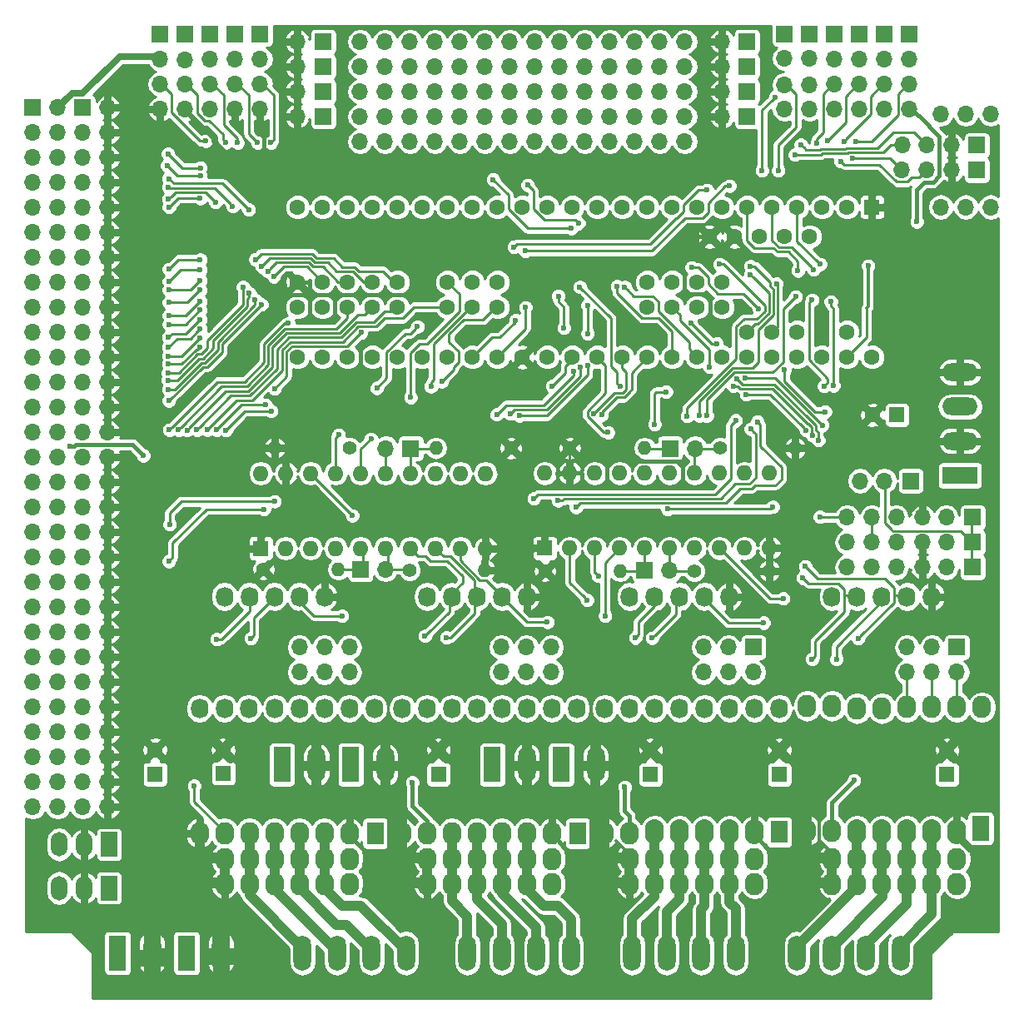
<source format=gtl>
G04 #@! TF.FileFunction,Copper,L1,Top,Signal*
%FSLAX46Y46*%
G04 Gerber Fmt 4.6, Leading zero omitted, Abs format (unit mm)*
G04 Created by KiCad (PCBNEW 4.0.7) date 07/15/18 15:00:33*
%MOMM*%
%LPD*%
G01*
G04 APERTURE LIST*
%ADD10C,2.000000*%
%ADD11O,1.700000X1.700000*%
%ADD12R,1.700000X1.700000*%
%ADD13R,1.600000X1.600000*%
%ADD14C,1.600000*%
%ADD15R,1.700000X2.500000*%
%ADD16O,1.700000X2.500000*%
%ADD17R,1.800000X3.600000*%
%ADD18O,1.800000X3.600000*%
%ADD19O,1.905000X2.286000*%
%ADD20O,1.778000X2.032000*%
%ADD21R,3.600000X1.800000*%
%ADD22O,3.600000X1.800000*%
%ADD23R,1.778000X2.286000*%
%ADD24O,1.905000X2.540000*%
%ADD25R,1.778000X2.540000*%
%ADD26O,1.600000X1.600000*%
%ADD27C,1.400000*%
%ADD28O,1.400000X1.400000*%
%ADD29C,0.600000*%
%ADD30C,1.016000*%
%ADD31C,0.203200*%
%ADD32C,0.508000*%
%ADD33C,0.381000*%
%ADD34C,1.727200*%
%ADD35C,0.304800*%
%ADD36C,0.762000*%
%ADD37C,0.228600*%
%ADD38C,0.635000*%
%ADD39C,0.230000*%
%ADD40C,0.254000*%
G04 APERTURE END LIST*
D10*
D11*
X153670000Y-78359000D03*
X153670000Y-80899000D03*
X153670000Y-83439000D03*
X153670000Y-85979000D03*
X153670000Y-88519000D03*
X156210000Y-78359000D03*
X156210000Y-80899000D03*
X156210000Y-83439000D03*
X156210000Y-85979000D03*
X156210000Y-88519000D03*
X158750000Y-78359000D03*
X158750000Y-80899000D03*
X158750000Y-83439000D03*
X158750000Y-85979000D03*
X158750000Y-88519000D03*
X161290000Y-78359000D03*
X161290000Y-80899000D03*
X161290000Y-83439000D03*
X161290000Y-85979000D03*
X161290000Y-88519000D03*
X163830000Y-78359000D03*
X163830000Y-80899000D03*
X163830000Y-83439000D03*
X163830000Y-85979000D03*
X163830000Y-88519000D03*
X166370000Y-78359000D03*
X166370000Y-80899000D03*
X166370000Y-83439000D03*
X166370000Y-85979000D03*
X166370000Y-88519000D03*
X168910000Y-78359000D03*
X168910000Y-80899000D03*
X168910000Y-83439000D03*
X168910000Y-85979000D03*
X168910000Y-88519000D03*
X171450000Y-78359000D03*
X171450000Y-80899000D03*
X171450000Y-83439000D03*
X171450000Y-85979000D03*
X171450000Y-88519000D03*
X173990000Y-78359000D03*
X173990000Y-80899000D03*
X173990000Y-83439000D03*
X173990000Y-85979000D03*
X173990000Y-88519000D03*
X176530000Y-78359000D03*
X176530000Y-80899000D03*
X176530000Y-83439000D03*
X176530000Y-85979000D03*
X176530000Y-88519000D03*
X179070000Y-78359000D03*
X179070000Y-80899000D03*
X179070000Y-83439000D03*
X179070000Y-85979000D03*
X179070000Y-88519000D03*
D12*
X191770000Y-77597000D03*
D11*
X191770000Y-80060800D03*
X191770000Y-82753200D03*
X191770000Y-85217000D03*
X181610000Y-78359000D03*
X181610000Y-80899000D03*
X181610000Y-83439000D03*
X181610000Y-85979000D03*
X181610000Y-88519000D03*
X151130000Y-78359000D03*
X151130000Y-80899000D03*
X151130000Y-83439000D03*
X151130000Y-85979000D03*
X151130000Y-88519000D03*
X148590000Y-78359000D03*
X148590000Y-80899000D03*
X148590000Y-83439000D03*
X148590000Y-85979000D03*
X148590000Y-88519000D03*
D13*
X127736600Y-152882600D03*
D14*
X127736600Y-150382600D03*
D13*
X156565600Y-152908000D03*
D14*
X156565600Y-150408000D03*
D15*
X123063000Y-164439600D03*
D16*
X120523000Y-164439600D03*
X117983000Y-164439600D03*
D17*
X123926600Y-171069000D03*
D18*
X127426600Y-171069000D03*
D17*
X130926600Y-171069000D03*
D18*
X134426600Y-171069000D03*
X142748000Y-171069000D03*
X146248000Y-171069000D03*
X149748000Y-171069000D03*
X153248000Y-171069000D03*
X193040000Y-171069000D03*
X196540000Y-171069000D03*
X200040000Y-171069000D03*
X203540000Y-171069000D03*
D17*
X162052000Y-151892000D03*
D18*
X165552000Y-151892000D03*
D17*
X169052000Y-151892000D03*
D18*
X172552000Y-151892000D03*
D14*
X160020000Y-95199200D03*
X157480000Y-95199200D03*
X154940000Y-95199200D03*
X152400000Y-95199200D03*
X162560000Y-95199200D03*
X165100000Y-95199200D03*
X167640000Y-95199200D03*
X149860000Y-95199200D03*
X147320000Y-95199200D03*
X144780000Y-95199200D03*
X142240000Y-95199200D03*
X142240000Y-110439200D03*
X144780000Y-110439200D03*
X147320000Y-110439200D03*
X149860000Y-110439200D03*
X152400000Y-110439200D03*
X154940000Y-110439200D03*
X157480000Y-110439200D03*
X160020000Y-110439200D03*
X170180000Y-95199200D03*
X172720000Y-95199200D03*
X175260000Y-95199200D03*
X177800000Y-95199200D03*
X180340000Y-95199200D03*
X182880000Y-95199200D03*
X185420000Y-95199200D03*
X187960000Y-95199200D03*
X190500000Y-95199200D03*
X193040000Y-95199200D03*
X195580000Y-95199200D03*
X198120000Y-95199200D03*
D13*
X200660000Y-95199200D03*
D14*
X162560000Y-110439200D03*
X165100000Y-110439200D03*
X167640000Y-110439200D03*
X170180000Y-110439200D03*
X172720000Y-110439200D03*
X175260000Y-110439200D03*
X177800000Y-110439200D03*
X180340000Y-110439200D03*
X182880000Y-110439200D03*
X185420000Y-110439200D03*
X187960000Y-110439200D03*
X190500000Y-110439200D03*
X193040000Y-110439200D03*
X195580000Y-110439200D03*
X198120000Y-110439200D03*
X200660000Y-110439200D03*
X198120000Y-107899200D03*
X193040000Y-107899200D03*
X190500000Y-107899200D03*
X187960000Y-107899200D03*
X185420000Y-102819200D03*
X182880000Y-102819200D03*
X180340000Y-102819200D03*
X177800000Y-102819200D03*
X162560000Y-102819200D03*
X160020000Y-102819200D03*
X157480000Y-102819200D03*
X152400000Y-102819200D03*
X149860000Y-102819200D03*
X147320000Y-102819200D03*
X144780000Y-102819200D03*
X142240000Y-102819200D03*
X142240000Y-105359200D03*
X144780000Y-105359200D03*
X147320000Y-105359200D03*
X149860000Y-105359200D03*
X152400000Y-105359200D03*
X157480000Y-105359200D03*
X160020000Y-105359200D03*
X162560000Y-105359200D03*
X177800000Y-105359200D03*
X180340000Y-105359200D03*
X182880000Y-105359200D03*
X185420000Y-105359200D03*
X194310000Y-98199200D03*
X191770000Y-98199200D03*
X189230000Y-98199200D03*
X186690000Y-98199200D03*
X184150000Y-98199200D03*
D12*
X187960000Y-78359000D03*
D11*
X185420000Y-78359000D03*
D12*
X187960000Y-80899000D03*
D11*
X185420000Y-80899000D03*
D12*
X187960000Y-83439000D03*
D11*
X185420000Y-83439000D03*
D19*
X181076600Y-161467800D03*
X183616600Y-161467800D03*
X178536600Y-161467800D03*
X175996600Y-161467800D03*
D20*
X175996600Y-134797800D03*
X178536600Y-134797800D03*
X181076600Y-134797800D03*
D19*
X186156600Y-161467800D03*
X188696600Y-161467800D03*
D20*
X186156600Y-134797800D03*
X183616600Y-134797800D03*
D19*
X175996600Y-164007800D03*
X181076600Y-164007800D03*
X175996600Y-164007800D03*
X188696600Y-164007800D03*
X186156600Y-164007800D03*
X183616600Y-164007800D03*
X178536600Y-164007800D03*
D13*
X208280000Y-152908000D03*
D14*
X208280000Y-150408000D03*
D18*
X159512000Y-171069000D03*
X163012000Y-171069000D03*
X166512000Y-171069000D03*
X170012000Y-171069000D03*
D21*
X209600800Y-122478800D03*
D22*
X209600800Y-118978800D03*
X209600800Y-115478800D03*
X209600800Y-111978800D03*
D18*
X176276000Y-171069000D03*
X179776000Y-171069000D03*
X183276000Y-171069000D03*
X186776000Y-171069000D03*
D12*
X210896200Y-131826000D03*
D11*
X208203800Y-131826000D03*
X205816200Y-131826000D03*
X203123800Y-131826000D03*
X200660000Y-131826000D03*
X198120000Y-131826000D03*
D12*
X210896200Y-126746000D03*
D11*
X208203800Y-126746000D03*
X205816200Y-126746000D03*
X203123800Y-126746000D03*
X200660000Y-126746000D03*
X198120000Y-126746000D03*
D12*
X210896200Y-129286000D03*
D11*
X208203800Y-129286000D03*
X205816200Y-129286000D03*
X203123800Y-129286000D03*
X200660000Y-129286000D03*
X198120000Y-129286000D03*
D13*
X134696200Y-152781000D03*
D14*
X134645400Y-150408000D03*
D13*
X191236600Y-152908000D03*
D14*
X191236600Y-150408000D03*
D12*
X187960000Y-85979000D03*
D11*
X185420000Y-85979000D03*
D12*
X144856200Y-78359000D03*
D11*
X142163800Y-78359000D03*
D12*
X144856200Y-80899000D03*
D11*
X142163800Y-80899000D03*
D12*
X144856200Y-83439000D03*
D11*
X142163800Y-83439000D03*
D12*
X144856200Y-85979000D03*
D11*
X142163800Y-85979000D03*
X147497800Y-139954000D03*
X147497800Y-142494000D03*
X144957800Y-139954000D03*
X144957800Y-142494000D03*
X142417800Y-139954000D03*
X142417800Y-142494000D03*
X168046400Y-139954000D03*
X168046400Y-142494000D03*
X165506400Y-139954000D03*
X165506400Y-142494000D03*
X162966400Y-139954000D03*
X162966400Y-142494000D03*
D13*
X203200000Y-116332000D03*
D14*
X200700000Y-116332000D03*
D13*
X178130200Y-152908000D03*
D14*
X178130200Y-150408000D03*
D12*
X211328000Y-91440000D03*
D11*
X208788000Y-91440000D03*
X206248000Y-91440000D03*
X203708000Y-91440000D03*
D12*
X211328000Y-88900000D03*
D11*
X208788000Y-88900000D03*
X206248000Y-88900000D03*
X203733400Y-88900000D03*
D19*
X137337800Y-158877000D03*
D20*
X137261600Y-146177000D03*
D19*
X139877800Y-158877000D03*
X134797800Y-158877000D03*
X132257800Y-158877000D03*
D20*
X132257800Y-146177000D03*
X134797800Y-146177000D03*
X139954000Y-146177000D03*
X142417800Y-146177000D03*
X144957800Y-146177000D03*
X147497800Y-146177000D03*
X150037800Y-146177000D03*
D19*
X142417800Y-158877000D03*
X144957800Y-158877000D03*
X147497800Y-158877000D03*
D23*
X150164800Y-158877000D03*
D19*
X157937200Y-158877000D03*
D20*
X157937200Y-146177000D03*
D19*
X160477200Y-158877000D03*
X155397200Y-158877000D03*
X152857200Y-158877000D03*
D20*
X152857200Y-146177000D03*
X155397200Y-146177000D03*
X160477200Y-146177000D03*
X163017200Y-146177000D03*
X165557200Y-146177000D03*
X168097200Y-146177000D03*
X170637200Y-146177000D03*
D19*
X163017200Y-158877000D03*
X165557200Y-158877000D03*
X168097200Y-158877000D03*
D23*
X170764200Y-158877000D03*
D24*
X178536600Y-158750000D03*
D20*
X178536600Y-146177000D03*
D24*
X181076600Y-158750000D03*
D19*
X175996600Y-158877000D03*
X173456600Y-158877000D03*
D20*
X173456600Y-146177000D03*
X175996600Y-146177000D03*
X181076600Y-146177000D03*
X183616600Y-146177000D03*
X186156600Y-146177000D03*
X188696600Y-146177000D03*
X191236600Y-146177000D03*
D24*
X183616600Y-158750000D03*
X186156600Y-158750000D03*
X188696600Y-158750000D03*
D23*
X191236600Y-158750000D03*
D11*
X207645000Y-95199200D03*
X210185000Y-95199200D03*
X212725000Y-95199200D03*
X207645000Y-85725000D03*
X210185000Y-85725000D03*
X212725000Y-85725000D03*
D19*
X160477200Y-161467800D03*
X163017200Y-161467800D03*
X157937200Y-161467800D03*
X155397200Y-161467800D03*
D20*
X155397200Y-134797800D03*
X157937200Y-134797800D03*
X160477200Y-134797800D03*
D19*
X165557200Y-161467800D03*
X168097200Y-161467800D03*
D20*
X165557200Y-134797800D03*
X163017200Y-134797800D03*
D19*
X155397200Y-164007800D03*
X160477200Y-164007800D03*
X155397200Y-164007800D03*
X168097200Y-164007800D03*
X165557200Y-164007800D03*
X163017200Y-164007800D03*
X157937200Y-164007800D03*
X139877800Y-161467800D03*
X142417800Y-161467800D03*
X137337800Y-161467800D03*
X134797800Y-161467800D03*
D20*
X134797800Y-134797800D03*
X137337800Y-134797800D03*
X139877800Y-134797800D03*
D19*
X144957800Y-161467800D03*
X147497800Y-161467800D03*
D20*
X144957800Y-134797800D03*
X142417800Y-134797800D03*
D19*
X134797800Y-164007800D03*
X139877800Y-164007800D03*
X134797800Y-164007800D03*
X147497800Y-164007800D03*
X144957800Y-164007800D03*
X142417800Y-164007800D03*
X137337800Y-164007800D03*
X201676000Y-161467800D03*
X204216000Y-161467800D03*
X199136000Y-161467800D03*
X196596000Y-161467800D03*
D20*
X196596000Y-134797800D03*
X199136000Y-134797800D03*
X201676000Y-134797800D03*
D19*
X206756000Y-161467800D03*
X209296000Y-161467800D03*
D20*
X206756000Y-134797800D03*
X204216000Y-134797800D03*
D19*
X196596000Y-164007800D03*
X201676000Y-164007800D03*
X196596000Y-164007800D03*
X209296000Y-164007800D03*
X206756000Y-164007800D03*
X204216000Y-164007800D03*
X199136000Y-164007800D03*
D24*
X199136000Y-158750000D03*
D19*
X199136000Y-146177000D03*
D24*
X201676000Y-158750000D03*
D19*
X196596000Y-158623000D03*
X194056000Y-158623000D03*
X194056000Y-145923000D03*
X196596000Y-145923000D03*
X201676000Y-146177000D03*
X204216000Y-146050000D03*
X206756000Y-146050000D03*
X209296000Y-146050000D03*
X211836000Y-146050000D03*
D24*
X204216000Y-158750000D03*
X206756000Y-158750000D03*
X209296000Y-158750000D03*
D25*
X211709000Y-158369000D03*
D12*
X130810000Y-77597000D03*
D11*
X130810000Y-80213200D03*
X130810000Y-82677000D03*
X130810000Y-85217000D03*
D12*
X194310000Y-77597000D03*
D11*
X194310000Y-80060800D03*
X194310000Y-82753200D03*
X194310000Y-85217000D03*
D12*
X204597000Y-123037600D03*
D11*
X201904600Y-123037600D03*
X199440800Y-123037600D03*
D12*
X199390000Y-77597000D03*
D11*
X199390000Y-80137000D03*
X199390000Y-82677000D03*
X199390000Y-85217000D03*
D12*
X196850000Y-77597000D03*
D11*
X196850000Y-80137000D03*
X196850000Y-82677000D03*
X196850000Y-85217000D03*
D12*
X201930000Y-77597000D03*
D11*
X201930000Y-80137000D03*
X201930000Y-82677000D03*
X201930000Y-85217000D03*
D12*
X204470000Y-77597000D03*
D11*
X204470000Y-80137000D03*
X204470000Y-82677000D03*
X204470000Y-85217000D03*
D13*
X138480800Y-129895600D03*
D26*
X161340800Y-122275600D03*
X141020800Y-129895600D03*
X158800800Y-122275600D03*
X143560800Y-129895600D03*
X156260800Y-122275600D03*
X146100800Y-129895600D03*
X153720800Y-122275600D03*
X148640800Y-129895600D03*
X151180800Y-122275600D03*
X151180800Y-129895600D03*
X148640800Y-122275600D03*
X153720800Y-129895600D03*
X146100800Y-122275600D03*
X156260800Y-129895600D03*
X143560800Y-122275600D03*
X158800800Y-129895600D03*
X141020800Y-122275600D03*
X161340800Y-129895600D03*
X138480800Y-122275600D03*
D13*
X167386000Y-129870200D03*
D26*
X190246000Y-122250200D03*
X169926000Y-129870200D03*
X187706000Y-122250200D03*
X172466000Y-129870200D03*
X185166000Y-122250200D03*
X175006000Y-129870200D03*
X182626000Y-122250200D03*
X177546000Y-129870200D03*
X180086000Y-122250200D03*
X180086000Y-129870200D03*
X177546000Y-122250200D03*
X182626000Y-129870200D03*
X175006000Y-122250200D03*
X185166000Y-129870200D03*
X172466000Y-122250200D03*
X187706000Y-129870200D03*
X169926000Y-122250200D03*
X190246000Y-129870200D03*
X167386000Y-122250200D03*
D15*
X123063000Y-160020000D03*
D16*
X120523000Y-160020000D03*
X117983000Y-160020000D03*
D12*
X188595000Y-139954000D03*
D11*
X188595000Y-142494000D03*
X186055000Y-139954000D03*
X186055000Y-142494000D03*
X183515000Y-139954000D03*
X183515000Y-142494000D03*
D12*
X133350000Y-77597000D03*
D11*
X133350000Y-80137000D03*
X133350000Y-82677000D03*
X133350000Y-85217000D03*
D12*
X135890000Y-77597000D03*
D11*
X135890000Y-80137000D03*
X135890000Y-82677000D03*
X135890000Y-85217000D03*
D12*
X138430000Y-77597000D03*
D11*
X138430000Y-80137000D03*
X138430000Y-82677000D03*
X138430000Y-85217000D03*
D12*
X115316000Y-85090000D03*
D11*
X117856000Y-85090000D03*
X115316000Y-87630000D03*
X117856000Y-87630000D03*
X115316000Y-90170000D03*
X117856000Y-90170000D03*
X115316000Y-92710000D03*
X117856000Y-92710000D03*
X115316000Y-95250000D03*
X117856000Y-95250000D03*
X115316000Y-97790000D03*
X117856000Y-97790000D03*
X115316000Y-100330000D03*
X117856000Y-100330000D03*
X115316000Y-102870000D03*
X117856000Y-102870000D03*
X115316000Y-105410000D03*
X117856000Y-105410000D03*
X115316000Y-107950000D03*
X117856000Y-107950000D03*
X115316000Y-110490000D03*
X117856000Y-110490000D03*
X115316000Y-113030000D03*
X117856000Y-113030000D03*
X115316000Y-115570000D03*
X117856000Y-115570000D03*
X115316000Y-118110000D03*
X117856000Y-118110000D03*
X115316000Y-120650000D03*
X117856000Y-120650000D03*
X115316000Y-123190000D03*
X117856000Y-123190000D03*
X115316000Y-125730000D03*
X117856000Y-125730000D03*
X115316000Y-128270000D03*
X117856000Y-128270000D03*
X115316000Y-130810000D03*
X117856000Y-130810000D03*
X115316000Y-133350000D03*
X117856000Y-133350000D03*
X115316000Y-135890000D03*
X117856000Y-135890000D03*
X115316000Y-138430000D03*
X117856000Y-138430000D03*
X115316000Y-140970000D03*
X117856000Y-140970000D03*
X115316000Y-143510000D03*
X117856000Y-143510000D03*
X115316000Y-146050000D03*
X117856000Y-146050000D03*
X115316000Y-148590000D03*
X117856000Y-148590000D03*
X115316000Y-151130000D03*
X117856000Y-151130000D03*
X115316000Y-153670000D03*
X117856000Y-153670000D03*
X115316000Y-156210000D03*
X117856000Y-156210000D03*
D12*
X120396000Y-85090000D03*
D11*
X122936000Y-85090000D03*
X120396000Y-87630000D03*
X122936000Y-87630000D03*
X120396000Y-90170000D03*
X122936000Y-90170000D03*
X120396000Y-92710000D03*
X122936000Y-92710000D03*
X120396000Y-95250000D03*
X122936000Y-95250000D03*
X120396000Y-97790000D03*
X122936000Y-97790000D03*
X120396000Y-100330000D03*
X122936000Y-100330000D03*
X120396000Y-102870000D03*
X122936000Y-102870000D03*
X120396000Y-105410000D03*
X122936000Y-105410000D03*
X120396000Y-107950000D03*
X122936000Y-107950000D03*
X120396000Y-110490000D03*
X122936000Y-110490000D03*
X120396000Y-113030000D03*
X122936000Y-113030000D03*
X120396000Y-115570000D03*
X122936000Y-115570000D03*
X120396000Y-118110000D03*
X122936000Y-118110000D03*
X120396000Y-120650000D03*
X122936000Y-120650000D03*
X120396000Y-123190000D03*
X122936000Y-123190000D03*
X120396000Y-125730000D03*
X122936000Y-125730000D03*
X120396000Y-128270000D03*
X122936000Y-128270000D03*
X120396000Y-130810000D03*
X122936000Y-130810000D03*
X120396000Y-133350000D03*
X122936000Y-133350000D03*
X120396000Y-135890000D03*
X122936000Y-135890000D03*
X120396000Y-138430000D03*
X122936000Y-138430000D03*
X120396000Y-140970000D03*
X122936000Y-140970000D03*
X120396000Y-143510000D03*
X122936000Y-143510000D03*
X120396000Y-146050000D03*
X122936000Y-146050000D03*
X120396000Y-148590000D03*
X122936000Y-148590000D03*
X120396000Y-151130000D03*
X122936000Y-151130000D03*
X120396000Y-153670000D03*
X122936000Y-153670000D03*
X120396000Y-156210000D03*
X122936000Y-156210000D03*
D12*
X177546000Y-132130800D03*
D11*
X180086000Y-132130800D03*
D27*
X182575200Y-132181600D03*
D28*
X190195200Y-132181600D03*
D27*
X167411400Y-132181600D03*
D28*
X175031400Y-132181600D03*
D12*
X148640800Y-132054600D03*
D11*
X151180800Y-132054600D03*
D12*
X153746200Y-119735600D03*
D11*
X151206200Y-119735600D03*
D12*
X180111400Y-119735600D03*
D11*
X182651400Y-119735600D03*
D27*
X138760200Y-132029200D03*
D28*
X146380200Y-132029200D03*
D27*
X153644600Y-132105400D03*
D28*
X161264600Y-132105400D03*
D27*
X163931600Y-119710200D03*
D28*
X156311600Y-119710200D03*
D27*
X147523200Y-119684800D03*
D28*
X139903200Y-119684800D03*
D27*
X169900600Y-119710200D03*
D28*
X177520600Y-119710200D03*
D27*
X185191400Y-119710200D03*
D28*
X192811400Y-119710200D03*
D12*
X128270000Y-77597000D03*
D11*
X128270000Y-80137000D03*
X128270000Y-82677000D03*
X128270000Y-85217000D03*
D12*
X209296000Y-139954000D03*
D11*
X209296000Y-142494000D03*
X206756000Y-139954000D03*
X206756000Y-142494000D03*
X204216000Y-139954000D03*
X204216000Y-142494000D03*
D17*
X140639800Y-151892000D03*
D18*
X144139800Y-151892000D03*
D17*
X147639800Y-151892000D03*
D18*
X151139800Y-151892000D03*
D29*
X124968000Y-79883004D03*
X125856998Y-79883000D03*
X126568200Y-120472200D03*
X119075200Y-119507000D03*
X124155200Y-79883000D03*
X194589400Y-118389400D03*
X186565749Y-113382193D03*
X195203986Y-118901555D03*
X186897580Y-112654245D03*
X168744992Y-104239314D03*
X169316400Y-107467400D03*
X179705000Y-113969800D03*
X178536696Y-117273416D03*
X168122600Y-113385600D03*
X173812200Y-118110000D03*
X190576200Y-125679200D03*
X179857400Y-125906132D03*
X172339000Y-116205000D03*
X146411663Y-118337704D03*
X173177200Y-116306600D03*
X149694459Y-118756998D03*
X170078400Y-97358200D03*
X162102800Y-92379800D03*
X138141188Y-88646000D03*
X174719283Y-103235306D03*
X170815000Y-96824800D03*
X165633400Y-92938600D03*
X139522200Y-88646000D03*
X175514000Y-103327200D03*
X170272057Y-111867009D03*
X162483800Y-116281200D03*
X186791600Y-116890800D03*
X166265817Y-124818183D03*
X188315600Y-117754400D03*
X168733252Y-125048910D03*
X189001400Y-117017798D03*
X170535600Y-125704600D03*
X147817812Y-126552311D03*
X205206600Y-96672400D03*
X200253600Y-101168200D03*
X191109600Y-91459454D03*
X190931800Y-102997000D03*
X188290200Y-102057200D03*
X190804800Y-83997800D03*
X189458602Y-91459454D03*
X193935303Y-117887703D03*
X175020511Y-113456444D03*
X195351400Y-126695200D03*
X187849515Y-114253648D03*
X170942000Y-103327200D03*
X195589979Y-117359416D03*
X187776829Y-112596413D03*
X182234883Y-106944117D03*
X184850610Y-109058947D03*
X191767028Y-111690110D03*
X182321200Y-101346000D03*
X195875134Y-116008675D03*
X189128400Y-105511600D03*
X193421000Y-88849200D03*
X192801022Y-89863053D03*
X185140600Y-101014389D03*
X181838600Y-116459000D03*
X188290200Y-101193600D03*
X183067212Y-116409485D03*
X192887600Y-104292400D03*
X183867222Y-116408123D03*
X193120910Y-101650626D03*
X194723857Y-101554594D03*
X195783200Y-113411000D03*
X194564000Y-104622600D03*
X195379839Y-100992527D03*
X196748400Y-113334800D03*
X196469000Y-104800400D03*
X197458966Y-90531401D03*
X198704200Y-90241490D03*
X199237600Y-139065000D03*
X193852800Y-131734921D03*
X129127355Y-101509833D03*
X132334000Y-100533200D03*
X129149769Y-102760410D03*
X132334000Y-101574600D03*
X129158998Y-103632000D03*
X132334000Y-102666800D03*
X129158996Y-104902000D03*
X132333998Y-103632000D03*
X129159000Y-106232211D03*
X132334000Y-104775000D03*
X129159000Y-107111800D03*
X132334000Y-105664000D03*
X129113290Y-108429031D03*
X132334000Y-106629200D03*
X132334000Y-107569004D03*
X148691600Y-107950000D03*
X139894388Y-113644457D03*
X129108200Y-109448598D03*
X154432000Y-107340400D03*
X132333294Y-108523248D03*
X129109030Y-110363344D03*
X150291800Y-113588800D03*
X153720800Y-114554000D03*
X132334000Y-109397798D03*
X129097054Y-111163266D03*
X129057114Y-112022123D03*
X136677400Y-103327198D03*
X137947400Y-100507800D03*
X129057434Y-112822134D03*
X137292410Y-103914745D03*
X138561710Y-101228222D03*
X129108200Y-113715800D03*
X139199122Y-101711672D03*
X137877359Y-104579959D03*
X129133598Y-114884200D03*
X139803056Y-102247080D03*
X138557000Y-105105200D03*
X129184398Y-117856000D03*
X141300200Y-106990545D03*
X130098800Y-117856002D03*
X130987800Y-117881400D03*
X131978400Y-117856000D03*
X133019800Y-117856000D03*
X155788317Y-113446517D03*
X133959600Y-117856000D03*
X138952135Y-115320109D03*
X156895800Y-112928400D03*
X134950200Y-117881400D03*
X139536820Y-115934419D03*
X183872058Y-93441890D03*
X195046600Y-88671400D03*
X164236400Y-99237800D03*
X164386217Y-106702817D03*
X186162758Y-93041978D03*
X196099667Y-88478888D03*
X165394265Y-99660593D03*
X165409510Y-105380907D03*
X170968286Y-111472949D03*
X163855400Y-116205000D03*
X139877800Y-125120400D03*
X129215719Y-127455418D03*
X171726479Y-105192787D03*
X171726479Y-108043058D03*
X171752025Y-111306987D03*
X164795200Y-116408200D03*
X184136951Y-111431157D03*
X138811000Y-125907800D03*
X129133600Y-131216400D03*
X199034951Y-88538272D03*
X197808132Y-88495502D03*
X175514000Y-154178000D03*
X153898600Y-153695400D03*
X131724400Y-154051000D03*
X198831200Y-153492200D03*
X132897344Y-88463656D03*
X129061140Y-89764243D03*
X132343968Y-91199164D03*
X128956786Y-90967455D03*
X132336434Y-91999140D03*
X137261600Y-95453206D03*
X129123599Y-92295610D03*
X135636000Y-95097596D03*
X129108111Y-93150322D03*
X129099429Y-94393217D03*
X133883400Y-94691202D03*
X132334000Y-94310200D03*
X129159194Y-95202218D03*
X134939701Y-88635969D03*
X136118600Y-88646000D03*
X157378400Y-138963400D03*
X155194000Y-138811000D03*
X137490200Y-139039600D03*
X134010400Y-139141200D03*
X146761200Y-136753600D03*
X197027800Y-141147800D03*
X191617600Y-135001000D03*
X194564000Y-141147800D03*
X193624200Y-132892800D03*
X167640000Y-137388600D03*
X171678600Y-135153400D03*
X176580800Y-138988800D03*
X172811483Y-132699717D03*
X178282600Y-139014200D03*
X173507400Y-136753600D03*
X189636400Y-137464800D03*
D30*
X139877800Y-161340800D02*
X139877800Y-163880800D01*
X139877800Y-158750000D02*
X139877800Y-161340800D01*
X139877800Y-163880800D02*
X139877800Y-164566600D01*
X139877800Y-164566600D02*
X146248000Y-170936800D01*
X146248000Y-170936800D02*
X146248000Y-171450000D01*
X137337800Y-161340800D02*
X137337800Y-163880800D01*
X137337800Y-158750000D02*
X137337800Y-161340800D01*
X137337800Y-163880800D02*
X137337800Y-165139800D01*
X137337800Y-165139800D02*
X142748000Y-170550000D01*
X142748000Y-170550000D02*
X142748000Y-171450000D01*
X144957800Y-163880800D02*
X144957800Y-164465000D01*
X144957800Y-164465000D02*
X146735800Y-166243000D01*
X146735800Y-166243000D02*
X148666200Y-166243000D01*
X148666200Y-166243000D02*
X153248000Y-170824800D01*
X153248000Y-170824800D02*
X153248000Y-171450000D01*
X144957800Y-161340800D02*
X144957800Y-163880800D01*
X144957800Y-158750000D02*
X144957800Y-161340800D01*
X142417800Y-161340800D02*
X142417800Y-163880800D01*
X142417800Y-158750000D02*
X142417800Y-161340800D01*
X142417800Y-163880800D02*
X142417800Y-164414200D01*
X142417800Y-164414200D02*
X146177000Y-168173400D01*
X146177000Y-168173400D02*
X147193000Y-168173400D01*
X147193000Y-168173400D02*
X149748000Y-170728400D01*
X149748000Y-170728400D02*
X149748000Y-171450000D01*
X160477200Y-161340800D02*
X160477200Y-163880800D01*
X160477200Y-158750000D02*
X160477200Y-161340800D01*
X160477200Y-165557200D02*
X163012000Y-168092000D01*
X163012000Y-168092000D02*
X163012000Y-171450000D01*
X160477200Y-163880800D02*
X160477200Y-165557200D01*
X157937200Y-161340800D02*
X157937200Y-163880800D01*
X157937200Y-158750000D02*
X157937200Y-161340800D01*
X157937200Y-165735000D02*
X159512000Y-167309800D01*
X159512000Y-167309800D02*
X159512000Y-171450000D01*
X157937200Y-163880800D02*
X157937200Y-165735000D01*
X165557200Y-161340800D02*
X165557200Y-163880800D01*
X165557200Y-158750000D02*
X165557200Y-161340800D01*
X165557200Y-163880800D02*
X165557200Y-164541200D01*
X165557200Y-164541200D02*
X167284400Y-166268400D01*
X167284400Y-166268400D02*
X168706800Y-166268400D01*
X168706800Y-166268400D02*
X170012000Y-167573600D01*
X170012000Y-167573600D02*
X170012000Y-171450000D01*
X163017200Y-161340800D02*
X163017200Y-163880800D01*
X163017200Y-158750000D02*
X163017200Y-161340800D01*
X163017200Y-163880800D02*
X163017200Y-164973000D01*
X163017200Y-164973000D02*
X166512000Y-168467800D01*
X166512000Y-168467800D02*
X166512000Y-171450000D01*
X181076600Y-165557200D02*
X179776000Y-166857800D01*
X179776000Y-166857800D02*
X179776000Y-171450000D01*
X181076600Y-163880800D02*
X181076600Y-165557200D01*
X181076600Y-161340800D02*
X181076600Y-163880800D01*
X181076600Y-158750000D02*
X181076600Y-161340800D01*
X178536600Y-165277800D02*
X176276000Y-167538400D01*
X176276000Y-167538400D02*
X176276000Y-171450000D01*
X178536600Y-163880800D02*
X178536600Y-165277800D01*
X178536600Y-161340800D02*
X178536600Y-163880800D01*
X178536600Y-158750000D02*
X178536600Y-161340800D01*
X186156600Y-165912800D02*
X186776000Y-166532200D01*
X186776000Y-166532200D02*
X186776000Y-171450000D01*
X186156600Y-163880800D02*
X186156600Y-165912800D01*
X186156600Y-161340800D02*
X186156600Y-163880800D01*
X186156600Y-158750000D02*
X186156600Y-161340800D01*
X183616600Y-166268400D02*
X183276000Y-166609000D01*
X183276000Y-166609000D02*
X183276000Y-171450000D01*
X183616600Y-163880800D02*
X183616600Y-166268400D01*
X183616600Y-161340800D02*
X183616600Y-163880800D01*
X183616600Y-158750000D02*
X183616600Y-161340800D01*
D31*
X132410200Y-87223600D02*
X132334000Y-87299800D01*
D32*
X132723620Y-87223600D02*
X133723001Y-88222981D01*
X130810000Y-85309980D02*
X132723620Y-87223600D01*
D31*
X132723620Y-87223600D02*
X132410200Y-87223600D01*
D33*
X181554499Y-103957499D02*
X181635400Y-104038400D01*
X181275098Y-99942732D02*
X181275098Y-101575842D01*
X181554499Y-101855243D02*
X181554499Y-103957499D01*
X183018630Y-98199200D02*
X181275098Y-99942732D01*
X181275098Y-101575842D02*
X181554499Y-101855243D01*
X184200800Y-106495602D02*
X184229499Y-106524301D01*
X181635400Y-104038400D02*
X183540400Y-104038400D01*
X183540400Y-104038400D02*
X184200800Y-104698800D01*
X184150000Y-98199200D02*
X183018630Y-98199200D01*
X184200800Y-104698800D02*
X184200800Y-106495602D01*
D32*
X133723001Y-88485601D02*
X134772400Y-89535000D01*
X133723001Y-88222981D02*
X133723001Y-88485601D01*
X130810000Y-85090000D02*
X130810000Y-85309980D01*
D33*
X188696600Y-159054800D02*
X190093600Y-160451800D01*
X188696600Y-158750000D02*
X188696600Y-159054800D01*
X168097200Y-158978600D02*
X169748200Y-160629600D01*
X168097200Y-158750000D02*
X168097200Y-158978600D01*
X147497800Y-159131000D02*
X149148800Y-160782000D01*
X147497800Y-158750000D02*
X147497800Y-159131000D01*
X138831698Y-86693779D02*
X138831698Y-89327098D01*
X138430000Y-85090000D02*
X138430000Y-86292081D01*
X138831698Y-89327098D02*
X138887200Y-89382600D01*
X138430000Y-86292081D02*
X138831698Y-86693779D01*
D30*
X209090799Y-149608001D02*
X209079999Y-149608001D01*
X208280000Y-150408000D02*
X209079999Y-149608001D01*
X208280000Y-150545800D02*
X207594200Y-151231600D01*
X208280000Y-150545800D02*
X208940400Y-151206200D01*
X208280000Y-150408000D02*
X208280000Y-150545800D01*
X207480001Y-149593401D02*
X206908400Y-149021800D01*
X208280000Y-150408000D02*
X207480001Y-149608001D01*
X207480001Y-149608001D02*
X207480001Y-149593401D01*
X135532399Y-149608001D02*
X135445399Y-149608001D01*
X134645400Y-150408000D02*
X135445399Y-149608001D01*
X134645400Y-150408000D02*
X133527800Y-149290400D01*
X134645400Y-150520400D02*
X133959600Y-151206200D01*
X134645400Y-150408000D02*
X134645400Y-150520400D01*
X134645400Y-150469600D02*
X135407400Y-151231600D01*
X134645400Y-150408000D02*
X134645400Y-150469600D01*
X145719800Y-152019000D02*
X142671800Y-152019000D01*
X144139800Y-152019000D02*
X145719800Y-152019000D01*
X144170400Y-149504400D02*
X144170400Y-154889200D01*
X144139800Y-149473800D02*
X144170400Y-149504400D01*
X144139800Y-152019000D02*
X144139800Y-149473800D01*
X151180800Y-149834600D02*
X151180800Y-154432000D01*
X151139800Y-149793600D02*
X151180800Y-149834600D01*
X151139800Y-152019000D02*
X151139800Y-149793600D01*
X152755600Y-152044400D02*
X149580600Y-152044400D01*
X152781000Y-152019000D02*
X152755600Y-152044400D01*
X151139800Y-152019000D02*
X152781000Y-152019000D01*
X155704001Y-149608001D02*
X155765601Y-149608001D01*
X156565600Y-150408000D02*
X155765601Y-149608001D01*
X156565600Y-150408000D02*
X157365599Y-149608001D01*
X157365599Y-149608001D02*
X157427199Y-149608001D01*
X156565600Y-150571200D02*
X155930600Y-151206200D01*
X156565600Y-150408000D02*
X156565600Y-150571200D01*
X156565600Y-150495000D02*
X157276800Y-151206200D01*
X156565600Y-150408000D02*
X156565600Y-150495000D01*
X167081200Y-152019000D02*
X164160200Y-152019000D01*
X165552000Y-152019000D02*
X167081200Y-152019000D01*
X165552000Y-152019000D02*
X165552000Y-154767400D01*
X165552000Y-149651600D02*
X165552000Y-152019000D01*
X171145200Y-152019000D02*
X174929800Y-152019000D01*
X172552000Y-152019000D02*
X171145200Y-152019000D01*
X172542200Y-149295400D02*
X172542200Y-154914600D01*
X172552000Y-149285600D02*
X172542200Y-149295400D01*
X172552000Y-152019000D02*
X172552000Y-149285600D01*
X178940999Y-149608001D02*
X178930199Y-149608001D01*
X178130200Y-150408000D02*
X178930199Y-149608001D01*
X178130200Y-150520400D02*
X177444400Y-151206200D01*
X178130200Y-150408000D02*
X178130200Y-150520400D01*
X178043200Y-150408000D02*
X177292000Y-149656800D01*
X178130200Y-150408000D02*
X178043200Y-150408000D01*
X178130200Y-150495000D02*
X178841400Y-151206200D01*
X178130200Y-150408000D02*
X178130200Y-150495000D01*
X192036599Y-149568001D02*
X192036599Y-149608001D01*
X191236600Y-150408000D02*
X192036599Y-149608001D01*
X191236600Y-150408000D02*
X190358400Y-149529800D01*
X191236600Y-150520400D02*
X190550800Y-151206200D01*
X191236600Y-150520400D02*
X191922400Y-151206200D01*
X191236600Y-150408000D02*
X191236600Y-150520400D01*
D33*
X181156099Y-121059699D02*
X181435499Y-121339099D01*
X181435499Y-121339099D02*
X181435499Y-123218699D01*
X176707800Y-120650000D02*
X177117499Y-121059699D01*
X177117499Y-121059699D02*
X181156099Y-121059699D01*
X174396400Y-120650000D02*
X176707800Y-120650000D01*
X173736000Y-121310400D02*
X174396400Y-120650000D01*
X173736000Y-122910600D02*
X173736000Y-121310400D01*
X173815499Y-122990099D02*
X173736000Y-122910600D01*
X173304200Y-123774200D02*
X173815499Y-123262901D01*
X173815499Y-123262901D02*
X173815499Y-122990099D01*
X171831000Y-123774200D02*
X173304200Y-123774200D01*
X171145200Y-123088400D02*
X171831000Y-123774200D01*
X171145200Y-122301000D02*
X171145200Y-123088400D01*
X171094400Y-122250200D02*
X171145200Y-122301000D01*
X168656000Y-122250200D02*
X171094400Y-122250200D01*
X169926000Y-122250200D02*
X168605200Y-122301000D01*
X168794630Y-122250200D02*
X168656000Y-122250200D01*
X168656000Y-122250200D02*
X168605200Y-122301000D01*
X139903200Y-119684800D02*
X141884400Y-119684800D01*
X141884400Y-119684800D02*
X148615400Y-112953800D01*
X148615400Y-112953800D02*
X148615400Y-109347000D01*
X148615400Y-109347000D02*
X148513800Y-109245400D01*
X142875000Y-106781600D02*
X145643600Y-106781600D01*
X145643600Y-106781600D02*
X146050000Y-106375200D01*
X146050000Y-106375200D02*
X146050000Y-104114600D01*
X146050000Y-104114600D02*
X145948400Y-104013000D01*
X148640800Y-104013000D02*
X148717000Y-104089200D01*
X148717000Y-104089200D02*
X151028400Y-104089200D01*
X151028400Y-104089200D02*
X151104600Y-104013000D01*
X151104600Y-104013000D02*
X151155400Y-104063800D01*
X151155400Y-104063800D02*
X153822400Y-104063800D01*
X153822400Y-104063800D02*
X153873200Y-104013000D01*
X145948400Y-104013000D02*
X145999200Y-104063800D01*
X145999200Y-104063800D02*
X148590000Y-104063800D01*
X148590000Y-104063800D02*
X148640800Y-104013000D01*
X143484600Y-104013000D02*
X143611600Y-104140000D01*
X143611600Y-104140000D02*
X145821400Y-104140000D01*
X145821400Y-104140000D02*
X145948400Y-104013000D01*
X151104600Y-104013000D02*
X151104600Y-104241600D01*
X148640800Y-104013000D02*
X148640800Y-104241600D01*
X145948400Y-104013000D02*
X145948400Y-103784400D01*
X143484600Y-104013000D02*
X143484600Y-106375200D01*
X143484600Y-103682800D02*
X143484600Y-104013000D01*
D34*
X136321800Y-171450000D02*
X133172200Y-171450000D01*
X134426600Y-171450000D02*
X136321800Y-171450000D01*
X134467600Y-169113200D02*
X134467600Y-174218600D01*
X134426600Y-169072200D02*
X134467600Y-169113200D01*
X134426600Y-171450000D02*
X134426600Y-169072200D01*
X128600200Y-171551600D02*
X126365000Y-171551600D01*
X128701800Y-171450000D02*
X128600200Y-171551600D01*
X127426600Y-171450000D02*
X128701800Y-171450000D01*
X127431800Y-169138600D02*
X127431800Y-173990000D01*
X127426600Y-169133400D02*
X127431800Y-169138600D01*
X127426600Y-171450000D02*
X127426600Y-169133400D01*
D35*
X196596000Y-160883600D02*
X195291090Y-159578690D01*
X195291090Y-159578690D02*
X195291090Y-157362510D01*
X196596000Y-161340800D02*
X196596000Y-160883600D01*
X175996600Y-161010600D02*
X174625000Y-159639000D01*
X175996600Y-161340800D02*
X175996600Y-161010600D01*
X155397200Y-161340800D02*
X155397200Y-160909000D01*
D30*
X134797800Y-163880800D02*
X133426200Y-163880800D01*
X134797800Y-163880800D02*
X134797800Y-161340800D01*
X132892800Y-161340800D02*
X132257800Y-160705800D01*
X132257800Y-160705800D02*
X132257800Y-158750000D01*
X134797800Y-161340800D02*
X132892800Y-161340800D01*
X155397200Y-161340800D02*
X155397200Y-163880800D01*
X151892000Y-162560000D02*
X151892000Y-156997400D01*
X153212800Y-163880800D02*
X151892000Y-162560000D01*
X155397200Y-163880800D02*
X153212800Y-163880800D01*
X152908000Y-160934400D02*
X152908000Y-157099000D01*
X153314400Y-161340800D02*
X152908000Y-160934400D01*
X155397200Y-161340800D02*
X153314400Y-161340800D01*
X175996600Y-161340800D02*
X175996600Y-163880800D01*
X172466000Y-162280600D02*
X172466000Y-156997400D01*
X174066200Y-163880800D02*
X172466000Y-162280600D01*
X175996600Y-163880800D02*
X174066200Y-163880800D01*
X173456600Y-156946600D02*
X173456600Y-158750000D01*
X173964600Y-161340800D02*
X173456600Y-160832800D01*
X173456600Y-160832800D02*
X173456600Y-158750000D01*
X175996600Y-161340800D02*
X173964600Y-161340800D01*
X193040000Y-162712400D02*
X193040000Y-157073600D01*
X194208400Y-163880800D02*
X193040000Y-162712400D01*
X196596000Y-163880800D02*
X194208400Y-163880800D01*
D36*
X147497800Y-158750000D02*
X147497800Y-159054800D01*
X168097200Y-158750000D02*
X168097200Y-159108590D01*
X188696600Y-158750000D02*
X188696600Y-159004000D01*
X209296000Y-159029400D02*
X210718400Y-160451800D01*
X209296000Y-158750000D02*
X209296000Y-159029400D01*
D30*
X194056000Y-158750000D02*
X194056000Y-157048200D01*
X194487800Y-161340800D02*
X194056000Y-160909000D01*
X194056000Y-160909000D02*
X194056000Y-158750000D01*
X196596000Y-161340800D02*
X194487800Y-161340800D01*
X196596000Y-163880800D02*
X196596000Y-161340800D01*
D33*
X144399000Y-134721600D02*
X144399000Y-135305800D01*
X142773400Y-104114600D02*
X141401800Y-104114600D01*
X142875000Y-104013000D02*
X142773400Y-104114600D01*
X143154400Y-104013000D02*
X142875000Y-104013000D01*
X143484600Y-103682800D02*
X143154400Y-104013000D01*
X143484600Y-102705970D02*
X143484600Y-103682800D01*
X142240000Y-102819200D02*
X143371370Y-102819200D01*
X143371370Y-102819200D02*
X143484600Y-102705970D01*
D37*
X169926000Y-122250200D02*
X169926000Y-119735600D01*
X169926000Y-119735600D02*
X169900600Y-119710200D01*
X161340800Y-129895600D02*
X167360600Y-129895600D01*
X167360600Y-129895600D02*
X167386000Y-129870200D01*
D38*
X124967996Y-79883000D02*
X124968000Y-79883004D01*
X124155200Y-79883000D02*
X124967996Y-79883000D01*
X124968004Y-79883000D02*
X124968000Y-79883004D01*
X125044200Y-79883000D02*
X124968004Y-79883000D01*
X125856998Y-79883000D02*
X125044200Y-79883000D01*
X128270000Y-79883000D02*
X125856998Y-79883000D01*
D33*
X125446501Y-119350501D02*
X126268201Y-120172201D01*
X119655963Y-119350501D02*
X125446501Y-119350501D01*
X119075200Y-119507000D02*
X119499464Y-119507000D01*
X119499464Y-119507000D02*
X119655963Y-119350501D01*
X126268201Y-120172201D02*
X126568200Y-120472200D01*
D38*
X117856000Y-85090000D02*
X119303800Y-83642200D01*
X119303800Y-83642200D02*
X120396000Y-83642200D01*
X120396000Y-83642200D02*
X124155200Y-79883000D01*
D37*
X194549605Y-118349605D02*
X194589400Y-118389400D01*
X194549605Y-117592837D02*
X194549605Y-118349605D01*
X187247154Y-113639334D02*
X190532042Y-113639334D01*
X186990013Y-113382193D02*
X187247154Y-113639334D01*
X194109006Y-117216298D02*
X194173066Y-117216298D01*
X186565749Y-113382193D02*
X186990013Y-113382193D01*
X190532042Y-113639334D02*
X194109006Y-117216298D01*
X194173066Y-117216298D02*
X194549605Y-117592837D01*
X194235741Y-116736887D02*
X194299802Y-116736887D01*
X186897580Y-112654245D02*
X187454058Y-113210723D01*
X190709578Y-113210723D02*
X194235741Y-116736887D01*
X194299802Y-116736887D02*
X194978216Y-117415301D01*
X195203986Y-118477291D02*
X195203986Y-118901555D01*
X195203986Y-118094818D02*
X195203986Y-118477291D01*
X187454058Y-113210723D02*
X190709578Y-113210723D01*
X194978216Y-117415301D02*
X194978216Y-117869048D01*
X194978216Y-117869048D02*
X195203986Y-118094818D01*
X200660000Y-126746000D02*
X200660000Y-127948081D01*
X200660000Y-127948081D02*
X200660000Y-129286000D01*
X168744992Y-104663578D02*
X168744992Y-104239314D01*
X169316400Y-107467400D02*
X169316400Y-105359200D01*
X169316400Y-105359200D02*
X168744992Y-104787792D01*
X168744992Y-104787792D02*
X168744992Y-104663578D01*
X170180000Y-110439200D02*
X170180000Y-110667800D01*
X170180000Y-110667800D02*
X169468800Y-111379000D01*
X169468800Y-111379000D02*
X169468800Y-112039400D01*
X169468800Y-112039400D02*
X168122600Y-113385600D01*
X178536696Y-117273416D02*
X178536696Y-115722304D01*
X178536696Y-115722304D02*
X178536600Y-115722208D01*
X178536600Y-115722208D02*
X178536600Y-114147600D01*
X178536600Y-114147600D02*
X178714400Y-113969800D01*
X178714400Y-113969800D02*
X179705000Y-113969800D01*
X172720000Y-110439200D02*
X173558200Y-111277400D01*
X173558200Y-111277400D02*
X173558200Y-114102034D01*
X173362536Y-118110000D02*
X173387936Y-118110000D01*
X173558200Y-114102034D02*
X171724699Y-115935535D01*
X171724699Y-115935535D02*
X171724699Y-116472163D01*
X171724699Y-116472163D02*
X173362536Y-118110000D01*
X173387936Y-118110000D02*
X173812200Y-118110000D01*
X190349268Y-125906132D02*
X190576200Y-125679200D01*
X179857400Y-125906132D02*
X190349268Y-125906132D01*
X172638999Y-115905001D02*
X172339000Y-116205000D01*
X174473255Y-114070745D02*
X172638999Y-115905001D01*
X175315376Y-114070745D02*
X174473255Y-114070745D01*
X175634812Y-113751309D02*
X175315376Y-114070745D01*
X175634812Y-111945382D02*
X175634812Y-113751309D01*
X175260000Y-111570570D02*
X175634812Y-111945382D01*
X175260000Y-110439200D02*
X175260000Y-111570570D01*
X146411663Y-118337704D02*
X146100800Y-118648567D01*
X146100800Y-118648567D02*
X146100800Y-122275600D01*
X177800000Y-110439200D02*
X176199800Y-112039400D01*
X176063423Y-113928845D02*
X175492912Y-114499356D01*
X176199800Y-112039400D02*
X176199800Y-113741200D01*
X176199800Y-113741200D02*
X176063423Y-113877577D01*
X176063423Y-113877577D02*
X176063423Y-113928845D01*
X175492912Y-114499356D02*
X175441645Y-114499356D01*
X175441645Y-114499356D02*
X175387000Y-114554000D01*
X175387000Y-114554000D02*
X174675800Y-114554000D01*
X174675800Y-114554000D02*
X173177200Y-116052600D01*
X173177200Y-116052600D02*
X173177200Y-116306600D01*
X149694459Y-118756998D02*
X148640800Y-119810657D01*
X148640800Y-119810657D02*
X148640800Y-122275600D01*
X169654136Y-97358200D02*
X170078400Y-97358200D01*
X165609834Y-97358200D02*
X169654136Y-97358200D01*
X163674301Y-93951301D02*
X163674301Y-95422667D01*
X163674301Y-95422667D02*
X165609834Y-97358200D01*
X162102800Y-92379800D02*
X163674301Y-93951301D01*
X137841189Y-88346001D02*
X138141188Y-88646000D01*
X137261600Y-83794600D02*
X137261600Y-87766412D01*
X135890000Y-82423000D02*
X137261600Y-83794600D01*
X137261600Y-87766412D02*
X137841189Y-88346001D01*
X177245437Y-106473501D02*
X174719283Y-103947347D01*
X174719283Y-103659570D02*
X174719283Y-103235306D01*
X174719283Y-103947347D02*
X174719283Y-103659570D01*
X178985267Y-106473501D02*
X177245437Y-106473501D01*
X180340000Y-110439200D02*
X180340000Y-107828234D01*
X180340000Y-107828234D02*
X178985267Y-106473501D01*
X170515001Y-96524801D02*
X170815000Y-96824800D01*
X167316435Y-96524801D02*
X170515001Y-96524801D01*
X165633400Y-92938600D02*
X166214301Y-93519501D01*
X166214301Y-93519501D02*
X166214301Y-95422667D01*
X166214301Y-95422667D02*
X167316435Y-96524801D01*
X139822199Y-83815199D02*
X139822199Y-88346001D01*
X139822199Y-88346001D02*
X139522200Y-88646000D01*
X138430000Y-82423000D02*
X139822199Y-83815199D01*
X175813999Y-103627199D02*
X175514000Y-103327200D01*
X178334865Y-104244899D02*
X176431699Y-104244899D01*
X178914301Y-104824335D02*
X178334865Y-104244899D01*
X182880000Y-110439200D02*
X182080001Y-109639201D01*
X182080001Y-108962088D02*
X178914301Y-105796388D01*
X178914301Y-105796388D02*
X178914301Y-104824335D01*
X176431699Y-104244899D02*
X175813999Y-103627199D01*
X182080001Y-109639201D02*
X182080001Y-108962088D01*
X163425112Y-115339888D02*
X167223442Y-115339888D01*
X162483800Y-116281200D02*
X163425112Y-115339888D01*
X167223442Y-115339888D02*
X170272057Y-112291273D01*
X170272057Y-112291273D02*
X170272057Y-111867009D01*
X186280301Y-117402099D02*
X186491601Y-117190799D01*
X186280301Y-122844606D02*
X186280301Y-117402099D01*
X166649400Y-124434600D02*
X184690307Y-124434600D01*
X166265817Y-124818183D02*
X166649400Y-124434600D01*
X186491601Y-117190799D02*
X186791600Y-116890800D01*
X184690307Y-124434600D02*
X186280301Y-122844606D01*
X188615599Y-118054399D02*
X188315600Y-117754400D01*
X188844199Y-118282999D02*
X188615599Y-118054399D01*
X169343215Y-124863211D02*
X185274243Y-124863211D01*
X188169953Y-123364501D02*
X188844199Y-122690255D01*
X186772953Y-123364501D02*
X188169953Y-123364501D01*
X185274243Y-124863211D02*
X186772953Y-123364501D01*
X168733252Y-125048910D02*
X169157516Y-125048910D01*
X169157516Y-125048910D02*
X169343215Y-124863211D01*
X188844199Y-122690255D02*
X188844199Y-118282999D01*
X170535600Y-125704600D02*
X170948378Y-125291822D01*
X189301399Y-119502199D02*
X189301399Y-117317797D01*
X170948378Y-125291822D02*
X185781978Y-125291822D01*
X191439800Y-122859800D02*
X191439800Y-121640600D01*
X185781978Y-125291822D02*
X187280688Y-123793112D01*
X187280688Y-123793112D02*
X188418401Y-123793112D01*
X188418401Y-123793112D02*
X188742113Y-123469400D01*
X189301399Y-117317797D02*
X189001400Y-117017798D01*
X188742113Y-123469400D02*
X190830200Y-123469400D01*
X190830200Y-123469400D02*
X191439800Y-122859800D01*
X191439800Y-121640600D02*
X189301399Y-119502199D01*
X147817812Y-126532612D02*
X147817812Y-126552311D01*
X143560800Y-122275600D02*
X147817812Y-126532612D01*
D33*
X204470000Y-85090000D02*
X205319999Y-85939999D01*
X205319999Y-85939999D02*
X205446999Y-85939999D01*
X205446999Y-85939999D02*
X207488501Y-87981501D01*
X207488501Y-87981501D02*
X207488501Y-92035441D01*
X207488501Y-92035441D02*
X206843441Y-92680501D01*
X206843441Y-92680501D02*
X205972699Y-92680501D01*
X205972699Y-92680501D02*
X205206600Y-93446600D01*
X205206600Y-93446600D02*
X205206600Y-96672400D01*
D35*
X200095799Y-105486200D02*
X200253600Y-105328399D01*
X200253600Y-101592464D02*
X200253600Y-101168200D01*
X200253600Y-105328399D02*
X200253600Y-101592464D01*
D37*
X198120000Y-110439200D02*
X200095799Y-108463401D01*
X200095799Y-108463401D02*
X200095799Y-105486200D01*
X192934301Y-87049899D02*
X191109600Y-88874600D01*
X191109600Y-91035190D02*
X191109600Y-91459454D01*
X191770000Y-82550000D02*
X192934301Y-83714301D01*
X192934301Y-83714301D02*
X192934301Y-87049899D01*
X191109600Y-88874600D02*
X191109600Y-91035190D01*
D39*
X191033400Y-103098600D02*
X190931800Y-102997000D01*
X191033400Y-107365800D02*
X191033400Y-103098600D01*
X190500000Y-107899200D02*
X191033400Y-107365800D01*
D37*
X190171312Y-103938312D02*
X188590199Y-102357199D01*
X189030712Y-107099201D02*
X190171312Y-105958601D01*
X190171312Y-105958601D02*
X190171312Y-103938312D01*
X188759999Y-107099201D02*
X189030712Y-107099201D01*
X187960000Y-107899200D02*
X188759999Y-107099201D01*
X188590199Y-102357199D02*
X188290200Y-102057200D01*
X190504801Y-84297799D02*
X190804800Y-83997800D01*
X189458602Y-85343998D02*
X190504801Y-84297799D01*
X189458602Y-91459454D02*
X189458602Y-85343998D01*
D39*
X187960000Y-107899200D02*
X187960000Y-107339996D01*
D37*
X193635304Y-117587704D02*
X193935303Y-117887703D01*
X187849515Y-114253648D02*
X190301248Y-114253648D01*
X190301248Y-114253648D02*
X193635304Y-117587704D01*
D39*
X170942000Y-103327200D02*
X174106910Y-106492110D01*
X174720512Y-113156445D02*
X175020511Y-113456444D01*
X174106910Y-106492110D02*
X174106910Y-111394310D01*
X174106910Y-111394310D02*
X174720512Y-112007912D01*
X174720512Y-112007912D02*
X174720512Y-113156445D01*
D37*
X195402200Y-126746000D02*
X195351400Y-126695200D01*
X198120000Y-126746000D02*
X195402200Y-126746000D01*
X195289980Y-117059417D02*
X195589979Y-117359416D01*
X190826976Y-112596413D02*
X195289980Y-117059417D01*
X187776829Y-112596413D02*
X190826976Y-112596413D01*
D39*
X182534882Y-107244116D02*
X182234883Y-106944117D01*
X184850610Y-109058947D02*
X184349713Y-109058947D01*
X184349713Y-109058947D02*
X182534882Y-107244116D01*
D37*
X195875134Y-116008675D02*
X194875675Y-116008675D01*
X194875675Y-116008675D02*
X191767028Y-112900028D01*
X191767028Y-112900028D02*
X191767028Y-111690110D01*
X182745464Y-101346000D02*
X182321200Y-101346000D01*
X189128400Y-105511600D02*
X187609201Y-103992401D01*
X183024864Y-101346000D02*
X182745464Y-101346000D01*
X183994301Y-102315437D02*
X183024864Y-101346000D01*
X183994301Y-103042667D02*
X183994301Y-102315437D01*
X184944035Y-103992401D02*
X183994301Y-103042667D01*
X187609201Y-103992401D02*
X184944035Y-103992401D01*
X208280000Y-126334458D02*
X208280000Y-126746000D01*
X193720999Y-89149199D02*
X193421000Y-88849200D01*
X193908301Y-89336501D02*
X193720999Y-89149199D01*
X195417664Y-89260302D02*
X195341465Y-89336501D01*
X204901800Y-87553800D02*
X202819000Y-87553800D01*
X201174223Y-89198577D02*
X198033310Y-89198577D01*
X206248000Y-88900000D02*
X204901800Y-87553800D01*
X202819000Y-87553800D02*
X201174223Y-89198577D01*
X197971585Y-89260302D02*
X195417664Y-89260302D01*
X198033310Y-89198577D02*
X197971585Y-89260302D01*
X195341465Y-89336501D02*
X193908301Y-89336501D01*
X198210846Y-89627188D02*
X198149121Y-89688913D01*
X201804131Y-89627188D02*
X198210846Y-89627188D01*
X202531319Y-88900000D02*
X201804131Y-89627188D01*
X198149121Y-89688913D02*
X195595200Y-89688913D01*
X195421060Y-89863053D02*
X193225286Y-89863053D01*
X193225286Y-89863053D02*
X192801022Y-89863053D01*
X203733400Y-88900000D02*
X202531319Y-88900000D01*
X195595200Y-89688913D02*
X195421060Y-89863053D01*
X185564864Y-101014389D02*
X185140600Y-101014389D01*
X187624350Y-106585684D02*
X188938082Y-106585684D01*
X186845699Y-110593009D02*
X186845699Y-107364335D01*
X181838600Y-115600108D02*
X186845699Y-110593009D01*
X181838600Y-116459000D02*
X181838600Y-115600108D01*
X189742701Y-105781065D02*
X189742701Y-105192226D01*
X188938082Y-106585684D02*
X189742701Y-105781065D01*
X189742701Y-105192226D02*
X185564864Y-101014389D01*
X186845699Y-107364335D02*
X187624350Y-106585684D01*
X183067212Y-114977643D02*
X186491354Y-111553501D01*
X189103000Y-110945366D02*
X189103000Y-107633060D01*
X189103000Y-107633060D02*
X190599923Y-106136137D01*
X188714464Y-101193600D02*
X188290200Y-101193600D01*
X190317499Y-102796635D02*
X188714464Y-101193600D01*
X190317499Y-103266465D02*
X190317499Y-102796635D01*
X190599923Y-103548889D02*
X190317499Y-103266465D01*
X190599923Y-106136137D02*
X190599923Y-103548889D01*
X188494865Y-111553501D02*
X189103000Y-110945366D01*
X183067212Y-116409485D02*
X183067212Y-114977643D01*
X186491354Y-111553501D02*
X188494865Y-111553501D01*
X187960000Y-95199200D02*
X187960000Y-98578366D01*
X192147312Y-99742112D02*
X193120910Y-100715710D01*
X187960000Y-98578366D02*
X188721034Y-99339400D01*
X188721034Y-99339400D02*
X190654888Y-99339400D01*
X190654888Y-99339400D02*
X191057599Y-99742112D01*
X191057599Y-99742112D02*
X192147312Y-99742112D01*
X193120910Y-100715710D02*
X193120910Y-101650626D01*
X192587601Y-104592399D02*
X192887600Y-104292400D01*
X191614301Y-105565699D02*
X192587601Y-104592399D01*
X191614301Y-110925165D02*
X191614301Y-105565699D01*
X186668890Y-111982112D02*
X190557354Y-111982112D01*
X183867222Y-114783780D02*
X186668890Y-111982112D01*
X183867222Y-116408123D02*
X183867222Y-114783780D01*
X190557354Y-111982112D02*
X191614301Y-110925165D01*
X190500000Y-98578366D02*
X191235135Y-99313501D01*
X190500000Y-95199200D02*
X190500000Y-98578366D01*
X192482764Y-99313501D02*
X194423858Y-101254595D01*
X194423858Y-101254595D02*
X194723857Y-101554594D01*
X191235135Y-99313501D02*
X192482764Y-99313501D01*
X194564000Y-104622600D02*
X194264001Y-104922599D01*
X194264001Y-104922599D02*
X194264001Y-110748801D01*
X194264001Y-110748801D02*
X196164200Y-112649000D01*
X196164200Y-112649000D02*
X196164200Y-113030000D01*
X196164200Y-113030000D02*
X195783200Y-113411000D01*
X193040000Y-95199200D02*
X193040000Y-98652688D01*
X195079840Y-100692528D02*
X195379839Y-100992527D01*
X193040000Y-98652688D02*
X195079840Y-100692528D01*
X196748400Y-105504064D02*
X196748400Y-113334800D01*
X196469000Y-105224664D02*
X196748400Y-105504064D01*
X196469000Y-104800400D02*
X196469000Y-105224664D01*
X197783365Y-90855800D02*
X197758965Y-90831400D01*
X204669166Y-92202000D02*
X204266865Y-92604301D01*
X197758965Y-90831400D02*
X197458966Y-90531401D01*
X205486000Y-92202000D02*
X204669166Y-92202000D01*
X206248000Y-91440000D02*
X205486000Y-92202000D01*
X203149135Y-92604301D02*
X201400634Y-90855800D01*
X204266865Y-92604301D02*
X203149135Y-92604301D01*
X201400634Y-90855800D02*
X197783365Y-90855800D01*
X202509490Y-90241490D02*
X199128464Y-90241490D01*
X199128464Y-90241490D02*
X198704200Y-90241490D01*
X203708000Y-91440000D02*
X202509490Y-90241490D01*
X199537599Y-138765001D02*
X199237600Y-139065000D01*
X202879310Y-135423290D02*
X199537599Y-138765001D01*
X202879310Y-134747000D02*
X202879310Y-135423290D01*
X202879310Y-134747000D02*
X202879310Y-133867510D01*
X202879310Y-133867510D02*
X202006200Y-132994400D01*
X202006200Y-132994400D02*
X195112279Y-132994400D01*
X195112279Y-132994400D02*
X193852800Y-131734921D01*
X204216000Y-134670800D02*
X202955510Y-134670800D01*
X202955510Y-134670800D02*
X202879310Y-134747000D01*
X204470000Y-134670800D02*
X204241400Y-134670800D01*
D30*
X199136000Y-163880800D02*
X199136000Y-164338000D01*
X193040000Y-170434000D02*
X193040000Y-171450000D01*
X199136000Y-164338000D02*
X193040000Y-170434000D01*
X199136000Y-161340800D02*
X199136000Y-163880800D01*
X199136000Y-158750000D02*
X199136000Y-161340800D01*
X201752200Y-164082815D02*
X201752200Y-165337800D01*
X201752200Y-165337800D02*
X196540000Y-170550000D01*
X196540000Y-170550000D02*
X196540000Y-171450000D01*
X201676000Y-163880800D02*
X201676000Y-164006615D01*
X201676000Y-164006615D02*
X201752200Y-164082815D01*
X201676000Y-161340800D02*
X201676000Y-163880800D01*
X201676000Y-158750000D02*
X201676000Y-161340800D01*
X204216000Y-163880800D02*
X204216000Y-166039800D01*
X204216000Y-166039800D02*
X200040000Y-170215800D01*
X200040000Y-170215800D02*
X200040000Y-171450000D01*
X204216000Y-161340800D02*
X204216000Y-163880800D01*
X204216000Y-158750000D02*
X204216000Y-161340800D01*
X206756000Y-163880800D02*
X206756000Y-167081200D01*
X203540000Y-170297200D02*
X203540000Y-171450000D01*
X206756000Y-167081200D02*
X203540000Y-170297200D01*
X206756000Y-161340800D02*
X206756000Y-163880800D01*
X206756000Y-158750000D02*
X206756000Y-161340800D01*
D37*
X209296000Y-142494000D02*
X209296000Y-143696081D01*
X209296000Y-143696081D02*
X209296000Y-146050000D01*
X206756000Y-142494000D02*
X206756000Y-143696081D01*
X206756000Y-143696081D02*
X206756000Y-146050000D01*
X204216000Y-142494000D02*
X204216000Y-143696081D01*
X204216000Y-143696081D02*
X204216000Y-146050000D01*
X202641200Y-127986566D02*
X202776333Y-128121699D01*
X201980800Y-123037600D02*
X201959499Y-123058901D01*
X201959499Y-123058901D02*
X201959499Y-127304865D01*
X201959499Y-127304865D02*
X202641200Y-127986566D01*
X202776333Y-128121699D02*
X209655699Y-128121699D01*
X209655699Y-128121699D02*
X210820000Y-129286000D01*
X210820000Y-129286000D02*
X210820000Y-131826000D01*
X210820000Y-126746000D02*
X210820000Y-129286000D01*
X132334000Y-100533200D02*
X130103988Y-100533200D01*
X129427354Y-101209834D02*
X129127355Y-101509833D01*
X130103988Y-100533200D02*
X129427354Y-101209834D01*
X132334000Y-101574600D02*
X130335579Y-101574600D01*
X129449768Y-102460411D02*
X129149769Y-102760410D01*
X130335579Y-101574600D02*
X129449768Y-102460411D01*
X129583262Y-103632000D02*
X129158998Y-103632000D01*
X131368800Y-103632000D02*
X129583262Y-103632000D01*
X132334000Y-102666800D02*
X131368800Y-103632000D01*
X129583260Y-104902000D02*
X129158996Y-104902000D01*
X131063998Y-104902000D02*
X129583260Y-104902000D01*
X132333998Y-103632000D02*
X131063998Y-104902000D01*
X130876789Y-106232211D02*
X129583264Y-106232211D01*
X132334000Y-104775000D02*
X130876789Y-106232211D01*
X129583264Y-106232211D02*
X129159000Y-106232211D01*
X129583264Y-107111800D02*
X129159000Y-107111800D01*
X130886200Y-107111800D02*
X129583264Y-107111800D01*
X132334000Y-105664000D02*
X130886200Y-107111800D01*
X130855999Y-108107201D02*
X129435120Y-108107201D01*
X132334000Y-106629200D02*
X130855999Y-108107201D01*
X129435120Y-108107201D02*
X129413289Y-108129032D01*
X129413289Y-108129032D02*
X129113290Y-108429031D01*
X129997198Y-108559600D02*
X131343404Y-108559600D01*
X129108200Y-109448598D02*
X129997198Y-108559600D01*
X132034001Y-107869003D02*
X132334000Y-107569004D01*
X131343404Y-108559600D02*
X132034001Y-107869003D01*
X147316701Y-109324899D02*
X148391601Y-108249999D01*
X141125699Y-109904335D02*
X141705135Y-109324899D01*
X141125699Y-112413146D02*
X141125699Y-109904335D01*
X148391601Y-108249999D02*
X148691600Y-107950000D01*
X141705135Y-109324899D02*
X147316701Y-109324899D01*
X139894388Y-113644457D02*
X141125699Y-112413146D01*
X151285699Y-109960837D02*
X153199737Y-108046799D01*
X153725601Y-108046799D02*
X154132001Y-107640399D01*
X153199737Y-108046799D02*
X153725601Y-108046799D01*
X154132001Y-107640399D02*
X154432000Y-107340400D01*
X150291800Y-113588800D02*
X151285699Y-112594901D01*
X151285699Y-112594901D02*
X151285699Y-109960837D01*
X130459290Y-110363344D02*
X132299386Y-108523248D01*
X129109030Y-110363344D02*
X130459290Y-110363344D01*
X132299386Y-108523248D02*
X132333294Y-108523248D01*
X158719308Y-105613200D02*
X158719308Y-105769058D01*
X158719308Y-105769058D02*
X155395366Y-109093000D01*
X155395366Y-109093000D02*
X154637034Y-109093000D01*
X154637034Y-109093000D02*
X153720800Y-110009234D01*
X153720800Y-114129736D02*
X153720800Y-114554000D01*
X153720800Y-110009234D02*
X153720800Y-114129736D01*
X132034001Y-109697797D02*
X132334000Y-109397798D01*
X131920816Y-109697797D02*
X132034001Y-109697797D01*
X130455347Y-111163266D02*
X131920816Y-109697797D01*
X129097054Y-111163266D02*
X130455347Y-111163266D01*
D39*
X158719308Y-104058508D02*
X158719308Y-105613200D01*
X157480000Y-102819200D02*
X158719308Y-104058508D01*
D37*
X133049902Y-108758098D02*
X133049902Y-109555858D01*
X136677400Y-105130600D02*
X133049902Y-108758098D01*
X136677400Y-103327198D02*
X136677400Y-105130600D01*
X133049902Y-109555858D02*
X132450180Y-110155580D01*
X132450180Y-110155580D02*
X132069179Y-110155580D01*
X132069179Y-110155580D02*
X130202637Y-112022123D01*
X129481378Y-112022123D02*
X129057114Y-112022123D01*
X130202637Y-112022123D02*
X129481378Y-112022123D01*
D39*
X145897600Y-100380800D02*
X144164001Y-100380800D01*
X152019000Y-102641400D02*
X151866600Y-102641400D01*
X152044400Y-102616000D02*
X152019000Y-102641400D01*
X152400000Y-102819200D02*
X152247600Y-102819200D01*
X146790988Y-101274188D02*
X145897600Y-100380800D01*
X152247600Y-102819200D02*
X152044400Y-102616000D01*
X143713568Y-99930367D02*
X138524833Y-99930367D01*
X148463327Y-101704199D02*
X148033317Y-101274188D01*
X151866600Y-102641400D02*
X150929399Y-101704199D01*
X150929399Y-101704199D02*
X148463327Y-101704199D01*
X148033317Y-101274188D02*
X146790988Y-101274188D01*
X144164001Y-100380800D02*
X143713568Y-99930367D01*
X138524833Y-99930367D02*
X137947400Y-100507800D01*
D37*
X137292410Y-104339009D02*
X137106011Y-104525408D01*
X129481698Y-112822134D02*
X129057434Y-112822134D01*
X132246715Y-110584191D02*
X130008773Y-112822134D01*
X132627716Y-110584191D02*
X132246715Y-110584191D01*
X133686578Y-108727568D02*
X133686578Y-109525329D01*
X137106011Y-105308136D02*
X133686578Y-108727568D01*
X137106011Y-104525408D02*
X137106011Y-105308136D01*
X137292410Y-103914745D02*
X137292410Y-104339009D01*
X133686578Y-109525329D02*
X132627716Y-110584191D01*
X130008773Y-112822134D02*
X129481698Y-112822134D01*
D39*
X138861709Y-100928223D02*
X138561710Y-101228222D01*
X143985885Y-100810811D02*
X143535452Y-100360378D01*
X148970202Y-102819200D02*
X147855201Y-101704199D01*
X139429554Y-100360378D02*
X138861709Y-100928223D01*
X147855201Y-101704199D02*
X146206473Y-101704199D01*
X149860000Y-102819200D02*
X148970202Y-102819200D01*
X146206473Y-101704199D02*
X145313085Y-100810811D01*
X143535452Y-100360378D02*
X139429554Y-100360378D01*
X145313085Y-100810811D02*
X143985885Y-100810811D01*
D37*
X132424251Y-111012802D02*
X129721254Y-113715800D01*
X132805252Y-111012802D02*
X132424251Y-111012802D01*
X134115189Y-109702865D02*
X132805252Y-111012802D01*
X134115189Y-108905103D02*
X134115189Y-109702865D01*
X137877359Y-104579959D02*
X137877359Y-105142933D01*
X129532464Y-113715800D02*
X129108200Y-113715800D01*
X129721254Y-113715800D02*
X129532464Y-113715800D01*
X137877359Y-105142933D02*
X134115189Y-108905103D01*
X147320000Y-102819200D02*
X146380200Y-102819200D01*
X146380200Y-102819200D02*
X144801122Y-101240122D01*
X143357626Y-100789689D02*
X140121105Y-100789689D01*
X144801122Y-101240122D02*
X143808059Y-101240122D01*
X143808059Y-101240122D02*
X143357626Y-100789689D01*
X140121105Y-100789689D02*
X139499121Y-101411673D01*
X139499121Y-101411673D02*
X139199122Y-101711672D01*
X146812000Y-102819200D02*
X147320000Y-102819200D01*
X138557000Y-105105200D02*
X134543800Y-109118400D01*
X134543800Y-109118400D02*
X134543800Y-109982000D01*
X134543800Y-109982000D02*
X133084387Y-111441413D01*
X133084387Y-111441413D02*
X132601787Y-111441413D01*
X132601787Y-111441413D02*
X129159000Y-114884200D01*
X129159000Y-114884200D02*
X129133598Y-114884200D01*
D39*
X144780000Y-102819200D02*
X143179800Y-101219000D01*
X140831136Y-101219000D02*
X140103055Y-101947081D01*
X143179800Y-101219000D02*
X140831136Y-101219000D01*
X140103055Y-101947081D02*
X139803056Y-102247080D01*
D37*
X138836400Y-110972600D02*
X136829800Y-112979200D01*
X134061198Y-112979200D02*
X129484397Y-117556001D01*
X141300200Y-106990545D02*
X140938855Y-106990545D01*
X138836400Y-109093000D02*
X138836400Y-110972600D01*
X140938855Y-106990545D02*
X138836400Y-109093000D01*
X136829800Y-112979200D02*
X134061198Y-112979200D01*
X129484397Y-117556001D02*
X129184398Y-117856000D01*
D39*
X147320000Y-105359200D02*
X147320000Y-106502200D01*
X134518402Y-113436400D02*
X130398799Y-117556003D01*
X147320000Y-106502200D02*
X146216645Y-107605555D01*
X146216645Y-107605555D02*
X140930981Y-107605555D01*
X140930981Y-107605555D02*
X139268200Y-109268336D01*
X137083800Y-113436400D02*
X134518402Y-113436400D01*
X139268200Y-109268336D02*
X139268200Y-111252000D01*
X139268200Y-111252000D02*
X137083800Y-113436400D01*
X130398799Y-117556003D02*
X130098800Y-117856002D01*
X137210800Y-113919000D02*
X134950200Y-113919000D01*
X139700000Y-109444662D02*
X139700000Y-111429800D01*
X139700000Y-111429800D02*
X137210800Y-113919000D01*
X131287799Y-117581401D02*
X130987800Y-117881400D01*
X149060001Y-106159199D02*
X148355944Y-106159199D01*
X149860000Y-105359200D02*
X149060001Y-106159199D01*
X141109096Y-108035566D02*
X139700000Y-109444662D01*
X134950200Y-113919000D02*
X131287799Y-117581401D01*
X148355944Y-106159199D02*
X146479577Y-108035566D01*
X146479577Y-108035566D02*
X141109096Y-108035566D01*
X135438570Y-114376200D02*
X132278399Y-117536371D01*
X140130011Y-109684759D02*
X140130011Y-111607916D01*
X137361727Y-114376200D02*
X135438570Y-114376200D01*
X148218281Y-106904988D02*
X146657693Y-108465577D01*
X132278399Y-117536371D02*
X132278399Y-117556001D01*
X141349193Y-108465577D02*
X140130011Y-109684759D01*
X146657693Y-108465577D02*
X141349193Y-108465577D01*
X149964415Y-106904987D02*
X148218281Y-106904988D01*
X140130011Y-111607916D02*
X137361727Y-114376200D01*
X151078402Y-105791000D02*
X149964415Y-106904987D01*
X132278399Y-117556001D02*
X131978400Y-117856000D01*
X151968200Y-105791000D02*
X151078402Y-105791000D01*
X157480000Y-105359200D02*
X154076400Y-105359200D01*
X146835809Y-108895588D02*
X141527309Y-108895588D01*
X154076400Y-105359200D02*
X152933400Y-106502200D01*
X148396398Y-107334998D02*
X146835809Y-108895588D01*
X152933400Y-106502200D02*
X151079200Y-106502200D01*
X137642600Y-114833400D02*
X136042400Y-114833400D01*
X151079200Y-106502200D02*
X150246402Y-107334998D01*
X150246402Y-107334998D02*
X148396398Y-107334998D01*
X140696388Y-111779612D02*
X137642600Y-114833400D01*
X141527309Y-108895588D02*
X140696388Y-109726509D01*
X140696388Y-109726509D02*
X140696388Y-111779612D01*
X136042400Y-114833400D02*
X133319799Y-117556001D01*
X133319799Y-117556001D02*
X133019800Y-117856000D01*
D37*
X155788317Y-113022253D02*
X155788317Y-113446517D01*
X156054301Y-109074352D02*
X156054301Y-112756269D01*
X159769453Y-105359200D02*
X156054301Y-109074352D01*
X160020000Y-105359200D02*
X159769453Y-105359200D01*
X156054301Y-112756269D02*
X155788317Y-113022253D01*
X134259599Y-117556001D02*
X133959600Y-117856000D01*
X136495491Y-115320109D02*
X134259599Y-117556001D01*
X138952135Y-115320109D02*
X136495491Y-115320109D01*
X162560000Y-105359200D02*
X162382200Y-105359200D01*
X157632400Y-108102400D02*
X157632400Y-108942434D01*
X162382200Y-105359200D02*
X161112200Y-106629200D01*
X157195799Y-112628401D02*
X156895800Y-112928400D01*
X161112200Y-106629200D02*
X159105600Y-106629200D01*
X159105600Y-106629200D02*
X157632400Y-108102400D01*
X158089600Y-111734600D02*
X157195799Y-112628401D01*
X157632400Y-108942434D02*
X158594301Y-109904335D01*
X158594301Y-109904335D02*
X158594301Y-110974065D01*
X158594301Y-110974065D02*
X158089600Y-111478766D01*
X158089600Y-111478766D02*
X158089600Y-111734600D01*
X135250199Y-117581401D02*
X134950200Y-117881400D01*
X136897181Y-115934419D02*
X135250199Y-117581401D01*
X139536820Y-115934419D02*
X136897181Y-115934419D01*
X195046600Y-88247136D02*
X195046600Y-88671400D01*
X195685699Y-87608037D02*
X195046600Y-88247136D01*
X196850000Y-82550000D02*
X195685699Y-83714301D01*
X195685699Y-83714301D02*
X195685699Y-87608037D01*
X183447794Y-93441890D02*
X183872058Y-93441890D01*
X181513201Y-95604253D02*
X181513201Y-94973335D01*
X183044646Y-93441890D02*
X183447794Y-93441890D01*
X181513201Y-94973335D02*
X183044646Y-93441890D01*
X180803953Y-96313501D02*
X181513201Y-95604253D01*
X178078053Y-98937801D02*
X180702353Y-96313501D01*
X164536399Y-98937801D02*
X178078053Y-98937801D01*
X164236400Y-99237800D02*
X164536399Y-98937801D01*
X180702353Y-96313501D02*
X180803953Y-96313501D01*
X160020000Y-110439200D02*
X162026600Y-108432600D01*
X162026600Y-108432600D02*
X162814000Y-108432600D01*
X162814000Y-108432600D02*
X164386217Y-106860383D01*
X164386217Y-106860383D02*
X164386217Y-106702817D01*
X165394265Y-99660593D02*
X178266207Y-99660593D01*
X178266207Y-99660593D02*
X181613299Y-96313501D01*
X181613299Y-96313501D02*
X183414865Y-96313501D01*
X183414865Y-96313501D02*
X183994301Y-95734065D01*
X183994301Y-95734065D02*
X183994301Y-94786171D01*
X183994301Y-94786171D02*
X185738494Y-93041978D01*
X185738494Y-93041978D02*
X186162758Y-93041978D01*
X199390000Y-82550000D02*
X198014301Y-83925699D01*
X198014301Y-83925699D02*
X198014301Y-86564254D01*
X198014301Y-86564254D02*
X196399666Y-88178889D01*
X196399666Y-88178889D02*
X196099667Y-88478888D01*
X165409510Y-105805171D02*
X165409510Y-105380907D01*
X165409510Y-107589690D02*
X165409510Y-105805171D01*
X162560000Y-110439200D02*
X165409510Y-107589690D01*
X167637165Y-115768499D02*
X170968286Y-112437378D01*
X164291901Y-115768499D02*
X167637165Y-115768499D01*
X170968286Y-111897213D02*
X170968286Y-111472949D01*
X170968286Y-112437378D02*
X170968286Y-111897213D01*
X163855400Y-116205000D02*
X164291901Y-115768499D01*
X129215719Y-127455418D02*
X129215719Y-126308281D01*
X130403600Y-125120400D02*
X139453536Y-125120400D01*
X129215719Y-126308281D02*
X130403600Y-125120400D01*
X139453536Y-125120400D02*
X139877800Y-125120400D01*
X171726479Y-108043058D02*
X171726479Y-105192787D01*
X129133600Y-131216400D02*
X129540000Y-130810000D01*
X129540000Y-130810000D02*
X129540000Y-129362200D01*
X132994400Y-125907800D02*
X138811000Y-125907800D01*
X129540000Y-129362200D02*
X132994400Y-125907800D01*
X164795200Y-116408200D02*
X167607064Y-116408200D01*
X171752025Y-112263239D02*
X171752025Y-111731251D01*
X171752025Y-111731251D02*
X171752025Y-111306987D01*
X167607064Y-116408200D02*
X171752025Y-112263239D01*
X181139999Y-106717999D02*
X184136951Y-109714951D01*
X184136951Y-111006893D02*
X184136951Y-111431157D01*
X180340000Y-105359200D02*
X181139999Y-106159199D01*
X181139999Y-106159199D02*
X181139999Y-106717999D01*
X184136951Y-109714951D02*
X184136951Y-111006893D01*
X200615328Y-88538272D02*
X199459215Y-88538272D01*
X204470000Y-82550000D02*
X203305699Y-83714301D01*
X203305699Y-83714301D02*
X203305699Y-85847901D01*
X203305699Y-85847901D02*
X200615328Y-88538272D01*
X199459215Y-88538272D02*
X199034951Y-88538272D01*
X198108131Y-88195503D02*
X197808132Y-88495502D01*
X201930000Y-82550000D02*
X200554301Y-83925699D01*
X200554301Y-85749333D02*
X198108131Y-88195503D01*
X200554301Y-83925699D02*
X200554301Y-85749333D01*
D33*
X175996600Y-158750000D02*
X175996600Y-157099000D01*
X175996600Y-157099000D02*
X175488600Y-156591000D01*
X175488600Y-156591000D02*
X175488600Y-154203400D01*
X175488600Y-154203400D02*
X175514000Y-154178000D01*
X155397200Y-158750000D02*
X155397200Y-157607000D01*
X155397200Y-157607000D02*
X153898600Y-156108400D01*
X153898600Y-156108400D02*
X153898600Y-153695400D01*
D37*
X131724400Y-154475264D02*
X131724400Y-154051000D01*
X131724400Y-155676600D02*
X131724400Y-154475264D01*
X134797800Y-158750000D02*
X131724400Y-155676600D01*
D33*
X196596000Y-155727400D02*
X198831200Y-153492200D01*
X196596000Y-158750000D02*
X196596000Y-155727400D01*
D37*
X132473080Y-88463656D02*
X132897344Y-88463656D01*
X128270000Y-82550000D02*
X129434301Y-83714301D01*
X129434301Y-85593901D02*
X132304056Y-88463656D01*
X132304056Y-88463656D02*
X132473080Y-88463656D01*
X129434301Y-83714301D02*
X129434301Y-85593901D01*
X129361139Y-90064242D02*
X129061140Y-89764243D01*
X130496061Y-91199164D02*
X129361139Y-90064242D01*
X132343968Y-91199164D02*
X130496061Y-91199164D01*
X129988471Y-91999140D02*
X129256785Y-91267454D01*
X132336434Y-91999140D02*
X129988471Y-91999140D01*
X129256785Y-91267454D02*
X128956786Y-90967455D01*
X129627058Y-92799069D02*
X134607463Y-92799069D01*
X129123599Y-92295610D02*
X129627058Y-92799069D01*
X134607463Y-92799069D02*
X136961601Y-95153207D01*
X136961601Y-95153207D02*
X137261600Y-95453206D01*
X133805692Y-93267288D02*
X135336001Y-94797597D01*
X129108111Y-93150322D02*
X129225077Y-93267288D01*
X129225077Y-93267288D02*
X133805692Y-93267288D01*
X135336001Y-94797597D02*
X135636000Y-95097596D01*
X133883400Y-94691202D02*
X132888097Y-93695899D01*
X129399428Y-94093218D02*
X129099429Y-94393217D01*
X129796747Y-93695899D02*
X129399428Y-94093218D01*
X132888097Y-93695899D02*
X129796747Y-93695899D01*
X129159194Y-95202218D02*
X130076612Y-94284800D01*
X132308600Y-94284800D02*
X132334000Y-94310200D01*
X130076612Y-94284800D02*
X132308600Y-94284800D01*
X130810000Y-82550000D02*
X132054600Y-83794600D01*
X132054600Y-83794600D02*
X132054600Y-85648800D01*
X132054600Y-85648800D02*
X132181665Y-85775865D01*
X132181665Y-85775865D02*
X132185699Y-85775865D01*
X132185699Y-85775865D02*
X132791135Y-86381301D01*
X134639702Y-87776702D02*
X134639702Y-88335970D01*
X132791135Y-86381301D02*
X133244301Y-86381301D01*
X133244301Y-86381301D02*
X134639702Y-87776702D01*
X134639702Y-88335970D02*
X134939701Y-88635969D01*
X136118600Y-88221736D02*
X136118600Y-88646000D01*
X134721600Y-83794600D02*
X134721600Y-86824736D01*
X134721600Y-86824736D02*
X136118600Y-88221736D01*
X133350000Y-82423000D02*
X134721600Y-83794600D01*
X157060799Y-130695599D02*
X156260800Y-129895600D01*
X157747487Y-130695599D02*
X157060799Y-130695599D01*
X160223200Y-133171312D02*
X157747487Y-130695599D01*
X160223200Y-134620000D02*
X160223200Y-133171312D01*
D39*
X160223200Y-134620000D02*
X160223200Y-135712200D01*
X160248600Y-136525000D02*
X157810200Y-138963400D01*
X160223200Y-135712200D02*
X160248600Y-135737600D01*
X160248600Y-135737600D02*
X160248600Y-136525000D01*
X157810200Y-138963400D02*
X157378400Y-138963400D01*
D33*
X160223200Y-134620000D02*
X160950800Y-134620000D01*
D37*
X157683200Y-134620000D02*
X157784800Y-134620000D01*
X155244800Y-130683000D02*
X154508200Y-130683000D01*
X157784800Y-134620000D02*
X159029400Y-133375400D01*
X159029400Y-133375400D02*
X159029400Y-132740400D01*
X157480000Y-131191000D02*
X155752800Y-131191000D01*
X159029400Y-132740400D02*
X157480000Y-131191000D01*
X155752800Y-131191000D02*
X155244800Y-130683000D01*
X154508200Y-130683000D02*
X153720800Y-129895600D01*
D39*
X155493999Y-138511001D02*
X155194000Y-138811000D01*
X157683200Y-136321800D02*
X155493999Y-138511001D01*
X157683200Y-134620000D02*
X157683200Y-136321800D01*
D37*
X137490200Y-139039600D02*
X137790199Y-138739601D01*
X137790199Y-136987001D02*
X139319000Y-135458200D01*
X137790199Y-138739601D02*
X137790199Y-136987001D01*
X139319000Y-135458200D02*
X139319000Y-134721600D01*
X136779000Y-134721600D02*
X137363200Y-135305800D01*
X137363200Y-135305800D02*
X137363200Y-136271000D01*
X137363200Y-136271000D02*
X134493000Y-139141200D01*
X134493000Y-139141200D02*
X134010400Y-139141200D01*
X146761200Y-136753600D02*
X143891000Y-136753600D01*
X143891000Y-136753600D02*
X141859000Y-134721600D01*
X201930000Y-134670800D02*
X201930000Y-134975600D01*
X201930000Y-134975600D02*
X197027800Y-139877800D01*
X197027800Y-139877800D02*
X197027800Y-140723536D01*
X197027800Y-140723536D02*
X197027800Y-141147800D01*
X191193336Y-135001000D02*
X191617600Y-135001000D01*
X185166000Y-129870200D02*
X190296800Y-135001000D01*
X190296800Y-135001000D02*
X191193336Y-135001000D01*
X197866000Y-134645400D02*
X197866000Y-136347200D01*
X197866000Y-136347200D02*
X194863999Y-139349201D01*
X194863999Y-139349201D02*
X194863999Y-140847801D01*
X194863999Y-140847801D02*
X194564000Y-141147800D01*
X193924199Y-133192799D02*
X193624200Y-132892800D01*
X194178199Y-133446799D02*
X193924199Y-133192799D01*
X197251599Y-133446799D02*
X194178199Y-133446799D01*
X197866000Y-134645400D02*
X197866000Y-134061200D01*
X197866000Y-134061200D02*
X197251599Y-133446799D01*
X197891400Y-134670800D02*
X197866000Y-134645400D01*
X199136000Y-134670800D02*
X197891400Y-134670800D01*
X162763200Y-134620000D02*
X162763200Y-134467600D01*
X162763200Y-134467600D02*
X161415301Y-133119701D01*
X161415301Y-133119701D02*
X160777735Y-133119701D01*
X160777735Y-133119701D02*
X158800800Y-131142766D01*
X158800800Y-131142766D02*
X158800800Y-131026970D01*
X158800800Y-131026970D02*
X158800800Y-129895600D01*
D39*
X167215736Y-137388600D02*
X167640000Y-137388600D01*
X165531800Y-137388600D02*
X167215736Y-137388600D01*
X162763200Y-134620000D02*
X165531800Y-137388600D01*
X178155600Y-134670800D02*
X178536600Y-135051800D01*
X178536600Y-135051800D02*
X178536600Y-135737600D01*
X178536600Y-135737600D02*
X176880799Y-137393401D01*
X176880799Y-137393401D02*
X176880799Y-138688801D01*
X176880799Y-138688801D02*
X176580800Y-138988800D01*
D37*
X171378601Y-134853401D02*
X171678600Y-135153400D01*
X169926000Y-133400800D02*
X171378601Y-134853401D01*
X169926000Y-129870200D02*
X169926000Y-133400800D01*
X172466000Y-129870200D02*
X172466000Y-132354234D01*
X172511484Y-132399718D02*
X172811483Y-132699717D01*
X172466000Y-132354234D02*
X172511484Y-132399718D01*
D39*
X178582599Y-138714201D02*
X178282600Y-139014200D01*
X180695600Y-136601200D02*
X178582599Y-138714201D01*
X180695600Y-134670800D02*
X180695600Y-136601200D01*
D37*
X173507400Y-136329336D02*
X173507400Y-136753600D01*
X173507400Y-131368800D02*
X173507400Y-136329336D01*
X175006000Y-129870200D02*
X173507400Y-131368800D01*
D39*
X189212136Y-137464800D02*
X189636400Y-137464800D01*
X186029600Y-137464800D02*
X189212136Y-137464800D01*
X183235600Y-134670800D02*
X186029600Y-137464800D01*
D37*
X148920200Y-132054600D02*
X146405600Y-132054600D01*
X146405600Y-132054600D02*
X146380200Y-132029200D01*
X148920200Y-132054600D02*
X148920200Y-130175000D01*
X148920200Y-130175000D02*
X148640800Y-129895600D01*
X151460200Y-132054600D02*
X151460200Y-130175000D01*
X151460200Y-130175000D02*
X151180800Y-129895600D01*
X151460200Y-132054600D02*
X153593800Y-132054600D01*
X153593800Y-132054600D02*
X153644600Y-132105400D01*
X153746200Y-119735600D02*
X156286200Y-119735600D01*
X156286200Y-119735600D02*
X156311600Y-119710200D01*
X153720800Y-122275600D02*
X153720800Y-119761000D01*
X153720800Y-119761000D02*
X153746200Y-119735600D01*
X151180800Y-122275600D02*
X151180800Y-119761000D01*
X151180800Y-119761000D02*
X151206200Y-119735600D01*
X180111400Y-119735600D02*
X177546000Y-119735600D01*
X177546000Y-119735600D02*
X177520600Y-119710200D01*
X180086000Y-119761000D02*
X180111400Y-119735600D01*
X182651400Y-119735600D02*
X185166000Y-119735600D01*
X185166000Y-119735600D02*
X185191400Y-119710200D01*
X182626000Y-122250200D02*
X182626000Y-119761000D01*
X182626000Y-119761000D02*
X182651400Y-119735600D01*
X177546000Y-132130800D02*
X177546000Y-129870200D01*
X175031400Y-132181600D02*
X177495200Y-132181600D01*
X177495200Y-132181600D02*
X177546000Y-132130800D01*
X182575200Y-132181600D02*
X180136800Y-132181600D01*
X180136800Y-132181600D02*
X180086000Y-132130800D01*
X180086000Y-132130800D02*
X180086000Y-129870200D01*
D40*
G36*
X190402048Y-76747000D02*
X190402048Y-78447000D01*
X190437470Y-78635253D01*
X190548728Y-78808153D01*
X190718488Y-78924145D01*
X190920000Y-78964952D01*
X190986080Y-78964952D01*
X190783144Y-79100549D01*
X190488767Y-79541116D01*
X190385395Y-80060800D01*
X190488767Y-80580484D01*
X190783144Y-81021051D01*
X191223711Y-81315428D01*
X191684073Y-81407000D01*
X191223711Y-81498572D01*
X190783144Y-81792949D01*
X190488767Y-82233516D01*
X190385395Y-82753200D01*
X190485319Y-83255549D01*
X190347703Y-83312411D01*
X190120210Y-83539507D01*
X189996940Y-83836374D01*
X189996862Y-83925673D01*
X189165478Y-84757056D01*
X189095283Y-84709093D01*
X189171153Y-84660272D01*
X189287145Y-84490512D01*
X189327952Y-84289000D01*
X189327952Y-82589000D01*
X189292530Y-82400747D01*
X189181272Y-82227847D01*
X189095283Y-82169093D01*
X189171153Y-82120272D01*
X189287145Y-81950512D01*
X189327952Y-81749000D01*
X189327952Y-80049000D01*
X189292530Y-79860747D01*
X189181272Y-79687847D01*
X189095283Y-79629093D01*
X189171153Y-79580272D01*
X189287145Y-79410512D01*
X189327952Y-79209000D01*
X189327952Y-77509000D01*
X189292530Y-77320747D01*
X189181272Y-77147847D01*
X189011512Y-77031855D01*
X188810000Y-76991048D01*
X187110000Y-76991048D01*
X186921747Y-77026470D01*
X186748847Y-77137728D01*
X186632855Y-77307488D01*
X186592048Y-77509000D01*
X186592048Y-77723481D01*
X186424755Y-77445387D01*
X185998648Y-77130429D01*
X185879562Y-77081125D01*
X185674000Y-77154490D01*
X185674000Y-78105000D01*
X185694000Y-78105000D01*
X185694000Y-78613000D01*
X185674000Y-78613000D01*
X185674000Y-79563510D01*
X185857497Y-79629000D01*
X185674000Y-79694490D01*
X185674000Y-80645000D01*
X185694000Y-80645000D01*
X185694000Y-81153000D01*
X185674000Y-81153000D01*
X185674000Y-82103510D01*
X185857497Y-82169000D01*
X185674000Y-82234490D01*
X185674000Y-83185000D01*
X185694000Y-83185000D01*
X185694000Y-83693000D01*
X185674000Y-83693000D01*
X185674000Y-84643510D01*
X185857497Y-84709000D01*
X185674000Y-84774490D01*
X185674000Y-85725000D01*
X185694000Y-85725000D01*
X185694000Y-86233000D01*
X185674000Y-86233000D01*
X185674000Y-87183510D01*
X185879562Y-87256875D01*
X185998648Y-87207571D01*
X186424755Y-86892613D01*
X186592048Y-86614519D01*
X186592048Y-86829000D01*
X186627470Y-87017253D01*
X186738728Y-87190153D01*
X186908488Y-87306145D01*
X187110000Y-87346952D01*
X188810000Y-87346952D01*
X188836302Y-87342003D01*
X188836302Y-90938980D01*
X188774012Y-91001161D01*
X188650742Y-91298028D01*
X188650462Y-91619470D01*
X188773213Y-91916551D01*
X189000309Y-92144044D01*
X189297176Y-92267314D01*
X189618618Y-92267594D01*
X189915699Y-92144843D01*
X190143192Y-91917747D01*
X190266462Y-91620880D01*
X190266742Y-91299438D01*
X190143991Y-91002357D01*
X190080902Y-90939158D01*
X190080902Y-85601764D01*
X190398713Y-85283953D01*
X190488767Y-85736684D01*
X190783144Y-86177251D01*
X191223711Y-86471628D01*
X191743395Y-86575000D01*
X191796605Y-86575000D01*
X192312001Y-86472481D01*
X192312001Y-86792134D01*
X190669567Y-88434567D01*
X190534670Y-88636456D01*
X190487299Y-88874600D01*
X190487300Y-88874605D01*
X190487300Y-90938980D01*
X190425010Y-91001161D01*
X190301740Y-91298028D01*
X190301460Y-91619470D01*
X190424211Y-91916551D01*
X190651307Y-92144044D01*
X190948174Y-92267314D01*
X191269616Y-92267594D01*
X191566697Y-92144843D01*
X191794190Y-91917747D01*
X191917460Y-91620880D01*
X191917740Y-91299438D01*
X191794989Y-91002357D01*
X191731900Y-90939158D01*
X191731900Y-89132366D01*
X193374331Y-87489934D01*
X193374334Y-87489932D01*
X193509231Y-87288043D01*
X193513861Y-87264769D01*
X193556602Y-87049899D01*
X193556601Y-87049894D01*
X193556601Y-86333242D01*
X193763711Y-86471628D01*
X194283395Y-86575000D01*
X194336605Y-86575000D01*
X194856289Y-86471628D01*
X195063399Y-86333242D01*
X195063399Y-87350272D01*
X194606567Y-87807103D01*
X194471670Y-88008992D01*
X194448178Y-88127089D01*
X194362010Y-88213107D01*
X194238740Y-88509974D01*
X194238562Y-88714201D01*
X194229118Y-88714201D01*
X194229140Y-88689184D01*
X194106389Y-88392103D01*
X193879293Y-88164610D01*
X193582426Y-88041340D01*
X193260984Y-88041060D01*
X192963903Y-88163811D01*
X192736410Y-88390907D01*
X192613140Y-88687774D01*
X192612860Y-89009216D01*
X192633093Y-89058183D01*
X192343925Y-89177664D01*
X192116432Y-89404760D01*
X191993162Y-89701627D01*
X191992882Y-90023069D01*
X192115633Y-90320150D01*
X192342729Y-90547643D01*
X192639596Y-90670913D01*
X192961038Y-90671193D01*
X193258119Y-90548442D01*
X193321318Y-90485353D01*
X195421055Y-90485353D01*
X195421060Y-90485354D01*
X195659204Y-90437983D01*
X195848930Y-90311213D01*
X196675506Y-90311213D01*
X196651106Y-90369975D01*
X196650826Y-90691417D01*
X196773577Y-90988498D01*
X197000673Y-91215991D01*
X197297540Y-91339261D01*
X197408472Y-91339358D01*
X197464892Y-91377056D01*
X197545221Y-91430730D01*
X197783365Y-91478101D01*
X197783370Y-91478100D01*
X201142868Y-91478100D01*
X202709100Y-93044331D01*
X202709102Y-93044334D01*
X202896520Y-93169562D01*
X202910991Y-93179231D01*
X203149135Y-93226602D01*
X203149140Y-93226601D01*
X204266860Y-93226601D01*
X204266865Y-93226602D01*
X204505009Y-93179231D01*
X204606725Y-93111267D01*
X204561270Y-93179295D01*
X204535204Y-93310338D01*
X204508100Y-93446600D01*
X204508100Y-96247606D01*
X204398740Y-96510974D01*
X204398460Y-96832416D01*
X204521211Y-97129497D01*
X204748307Y-97356990D01*
X205045174Y-97480260D01*
X205366616Y-97480540D01*
X205663697Y-97357789D01*
X205891190Y-97130693D01*
X206014460Y-96833826D01*
X206014740Y-96512384D01*
X205905100Y-96247034D01*
X205905100Y-93735928D01*
X206262027Y-93379001D01*
X206843441Y-93379001D01*
X207110746Y-93325831D01*
X207337355Y-93174415D01*
X207982415Y-92529355D01*
X207995174Y-92510260D01*
X208209352Y-92668571D01*
X208328438Y-92717875D01*
X208534000Y-92644510D01*
X208534000Y-91694000D01*
X208514000Y-91694000D01*
X208514000Y-91186000D01*
X208534000Y-91186000D01*
X208534000Y-90235490D01*
X208350503Y-90170000D01*
X208534000Y-90104510D01*
X208534000Y-89154000D01*
X208514000Y-89154000D01*
X208514000Y-88646000D01*
X208534000Y-88646000D01*
X208534000Y-87695490D01*
X209042000Y-87695490D01*
X209042000Y-88646000D01*
X209062000Y-88646000D01*
X209062000Y-89154000D01*
X209042000Y-89154000D01*
X209042000Y-90104510D01*
X209225497Y-90170000D01*
X209042000Y-90235490D01*
X209042000Y-91186000D01*
X209062000Y-91186000D01*
X209062000Y-91694000D01*
X209042000Y-91694000D01*
X209042000Y-92644510D01*
X209247562Y-92717875D01*
X209366648Y-92668571D01*
X209792755Y-92353613D01*
X209960048Y-92075519D01*
X209960048Y-92290000D01*
X209995470Y-92478253D01*
X210106728Y-92651153D01*
X210276488Y-92767145D01*
X210478000Y-92807952D01*
X212178000Y-92807952D01*
X212366253Y-92772530D01*
X212539153Y-92661272D01*
X212655145Y-92491512D01*
X212695952Y-92290000D01*
X212695952Y-90590000D01*
X212660530Y-90401747D01*
X212549272Y-90228847D01*
X212463283Y-90170093D01*
X212539153Y-90121272D01*
X212655145Y-89951512D01*
X212695952Y-89750000D01*
X212695952Y-88050000D01*
X212660530Y-87861747D01*
X212549272Y-87688847D01*
X212379512Y-87572855D01*
X212178000Y-87532048D01*
X210478000Y-87532048D01*
X210289747Y-87567470D01*
X210116847Y-87678728D01*
X210000855Y-87848488D01*
X209960048Y-88050000D01*
X209960048Y-88264481D01*
X209792755Y-87986387D01*
X209366648Y-87671429D01*
X209247562Y-87622125D01*
X209042000Y-87695490D01*
X208534000Y-87695490D01*
X208328438Y-87622125D01*
X208209352Y-87671429D01*
X208136095Y-87725577D01*
X208133831Y-87714196D01*
X207982415Y-87487587D01*
X207594360Y-87099532D01*
X207645000Y-87109605D01*
X208164684Y-87006233D01*
X208605251Y-86711856D01*
X208899628Y-86271289D01*
X208915000Y-86194009D01*
X208930372Y-86271289D01*
X209224749Y-86711856D01*
X209665316Y-87006233D01*
X210185000Y-87109605D01*
X210704684Y-87006233D01*
X211145251Y-86711856D01*
X211439628Y-86271289D01*
X211455000Y-86194009D01*
X211470372Y-86271289D01*
X211764749Y-86711856D01*
X212205316Y-87006233D01*
X212725000Y-87109605D01*
X213244684Y-87006233D01*
X213512400Y-86827351D01*
X213512400Y-94096849D01*
X213244684Y-93917967D01*
X212725000Y-93814595D01*
X212205316Y-93917967D01*
X211764749Y-94212344D01*
X211470372Y-94652911D01*
X211455000Y-94730191D01*
X211439628Y-94652911D01*
X211145251Y-94212344D01*
X210704684Y-93917967D01*
X210185000Y-93814595D01*
X209665316Y-93917967D01*
X209224749Y-94212344D01*
X208930372Y-94652911D01*
X208915000Y-94730191D01*
X208899628Y-94652911D01*
X208605251Y-94212344D01*
X208164684Y-93917967D01*
X207645000Y-93814595D01*
X207125316Y-93917967D01*
X206684749Y-94212344D01*
X206390372Y-94652911D01*
X206287000Y-95172595D01*
X206287000Y-95225805D01*
X206390372Y-95745489D01*
X206684749Y-96186056D01*
X207125316Y-96480433D01*
X207645000Y-96583805D01*
X208164684Y-96480433D01*
X208605251Y-96186056D01*
X208899628Y-95745489D01*
X208915000Y-95668209D01*
X208930372Y-95745489D01*
X209224749Y-96186056D01*
X209665316Y-96480433D01*
X210185000Y-96583805D01*
X210704684Y-96480433D01*
X211145251Y-96186056D01*
X211439628Y-95745489D01*
X211455000Y-95668209D01*
X211470372Y-95745489D01*
X211764749Y-96186056D01*
X212205316Y-96480433D01*
X212725000Y-96583805D01*
X213244684Y-96480433D01*
X213512400Y-96301551D01*
X213512400Y-168884600D01*
X208889600Y-168884600D01*
X208840190Y-168894606D01*
X208800343Y-168921255D01*
X206692143Y-171004055D01*
X206664026Y-171045899D01*
X206654400Y-171094400D01*
X206654400Y-175666400D01*
X121383889Y-175666400D01*
X121361199Y-170992183D01*
X121350953Y-170942823D01*
X121323443Y-170902441D01*
X119669584Y-169269000D01*
X122508648Y-169269000D01*
X122508648Y-172869000D01*
X122544070Y-173057253D01*
X122655328Y-173230153D01*
X122825088Y-173346145D01*
X123026600Y-173386952D01*
X124826600Y-173386952D01*
X125014853Y-173351530D01*
X125187753Y-173240272D01*
X125303745Y-173070512D01*
X125344552Y-172869000D01*
X125344552Y-171323000D01*
X126018600Y-171323000D01*
X126018600Y-172223000D01*
X126222979Y-172742484D01*
X126610599Y-173144212D01*
X126959081Y-173297115D01*
X127172600Y-173224566D01*
X127172600Y-171323000D01*
X127680600Y-171323000D01*
X127680600Y-173224566D01*
X127894119Y-173297115D01*
X128242601Y-173144212D01*
X128630221Y-172742484D01*
X128834600Y-172223000D01*
X128834600Y-171323000D01*
X127680600Y-171323000D01*
X127172600Y-171323000D01*
X126018600Y-171323000D01*
X125344552Y-171323000D01*
X125344552Y-169915000D01*
X126018600Y-169915000D01*
X126018600Y-170815000D01*
X127172600Y-170815000D01*
X127172600Y-168913434D01*
X127680600Y-168913434D01*
X127680600Y-170815000D01*
X128834600Y-170815000D01*
X128834600Y-169915000D01*
X128630221Y-169395516D01*
X128508149Y-169269000D01*
X129508648Y-169269000D01*
X129508648Y-172869000D01*
X129544070Y-173057253D01*
X129655328Y-173230153D01*
X129825088Y-173346145D01*
X130026600Y-173386952D01*
X131826600Y-173386952D01*
X132014853Y-173351530D01*
X132187753Y-173240272D01*
X132303745Y-173070512D01*
X132344552Y-172869000D01*
X132344552Y-171323000D01*
X133018600Y-171323000D01*
X133018600Y-172223000D01*
X133222979Y-172742484D01*
X133610599Y-173144212D01*
X133959081Y-173297115D01*
X134172600Y-173224566D01*
X134172600Y-171323000D01*
X134680600Y-171323000D01*
X134680600Y-173224566D01*
X134894119Y-173297115D01*
X135242601Y-173144212D01*
X135630221Y-172742484D01*
X135834600Y-172223000D01*
X135834600Y-171323000D01*
X134680600Y-171323000D01*
X134172600Y-171323000D01*
X133018600Y-171323000D01*
X132344552Y-171323000D01*
X132344552Y-169915000D01*
X133018600Y-169915000D01*
X133018600Y-170815000D01*
X134172600Y-170815000D01*
X134172600Y-168913434D01*
X134680600Y-168913434D01*
X134680600Y-170815000D01*
X135834600Y-170815000D01*
X135834600Y-169915000D01*
X135630221Y-169395516D01*
X135242601Y-168993788D01*
X134894119Y-168840885D01*
X134680600Y-168913434D01*
X134172600Y-168913434D01*
X133959081Y-168840885D01*
X133610599Y-168993788D01*
X133222979Y-169395516D01*
X133018600Y-169915000D01*
X132344552Y-169915000D01*
X132344552Y-169269000D01*
X132309130Y-169080747D01*
X132197872Y-168907847D01*
X132028112Y-168791855D01*
X131826600Y-168751048D01*
X130026600Y-168751048D01*
X129838347Y-168786470D01*
X129665447Y-168897728D01*
X129549455Y-169067488D01*
X129508648Y-169269000D01*
X128508149Y-169269000D01*
X128242601Y-168993788D01*
X127894119Y-168840885D01*
X127680600Y-168913434D01*
X127172600Y-168913434D01*
X126959081Y-168840885D01*
X126610599Y-168993788D01*
X126222979Y-169395516D01*
X126018600Y-169915000D01*
X125344552Y-169915000D01*
X125344552Y-169269000D01*
X125309130Y-169080747D01*
X125197872Y-168907847D01*
X125028112Y-168791855D01*
X124826600Y-168751048D01*
X123026600Y-168751048D01*
X122838347Y-168786470D01*
X122665447Y-168897728D01*
X122549455Y-169067488D01*
X122508648Y-169269000D01*
X119669584Y-169269000D01*
X119266043Y-168870441D01*
X119223857Y-168842840D01*
X119176800Y-168833800D01*
X114579400Y-168833800D01*
X114579400Y-164005159D01*
X116625000Y-164005159D01*
X116625000Y-164874041D01*
X116728372Y-165393725D01*
X117022749Y-165834292D01*
X117463316Y-166128669D01*
X117983000Y-166232041D01*
X118502684Y-166128669D01*
X118943251Y-165834292D01*
X119237628Y-165393725D01*
X119250856Y-165327226D01*
X119277256Y-165431760D01*
X119598692Y-165863410D01*
X120063438Y-166117475D01*
X120269000Y-166044110D01*
X120269000Y-164693600D01*
X120249000Y-164693600D01*
X120249000Y-164185600D01*
X120269000Y-164185600D01*
X120269000Y-162835090D01*
X120777000Y-162835090D01*
X120777000Y-164185600D01*
X120797000Y-164185600D01*
X120797000Y-164693600D01*
X120777000Y-164693600D01*
X120777000Y-166044110D01*
X120982562Y-166117475D01*
X121447308Y-165863410D01*
X121695048Y-165530725D01*
X121695048Y-165689600D01*
X121730470Y-165877853D01*
X121841728Y-166050753D01*
X122011488Y-166166745D01*
X122213000Y-166207552D01*
X123913000Y-166207552D01*
X124101253Y-166172130D01*
X124274153Y-166060872D01*
X124390145Y-165891112D01*
X124430952Y-165689600D01*
X124430952Y-164488626D01*
X133370674Y-164488626D01*
X133590410Y-165012664D01*
X133993961Y-165412722D01*
X134321936Y-165579101D01*
X134543800Y-165507386D01*
X134543800Y-164261800D01*
X133469827Y-164261800D01*
X133370674Y-164488626D01*
X124430952Y-164488626D01*
X124430952Y-163189600D01*
X124395530Y-163001347D01*
X124284272Y-162828447D01*
X124114512Y-162712455D01*
X123913000Y-162671648D01*
X122213000Y-162671648D01*
X122024747Y-162707070D01*
X121851847Y-162818328D01*
X121735855Y-162988088D01*
X121695048Y-163189600D01*
X121695048Y-163348475D01*
X121447308Y-163015790D01*
X120982562Y-162761725D01*
X120777000Y-162835090D01*
X120269000Y-162835090D01*
X120063438Y-162761725D01*
X119598692Y-163015790D01*
X119277256Y-163447440D01*
X119250856Y-163551974D01*
X119237628Y-163485475D01*
X118943251Y-163044908D01*
X118502684Y-162750531D01*
X117983000Y-162647159D01*
X117463316Y-162750531D01*
X117022749Y-163044908D01*
X116728372Y-163485475D01*
X116625000Y-164005159D01*
X114579400Y-164005159D01*
X114579400Y-161948626D01*
X133370674Y-161948626D01*
X133590410Y-162472664D01*
X133857861Y-162737800D01*
X133590410Y-163002936D01*
X133370674Y-163526974D01*
X133469827Y-163753800D01*
X134543800Y-163753800D01*
X134543800Y-161721800D01*
X133469827Y-161721800D01*
X133370674Y-161948626D01*
X114579400Y-161948626D01*
X114579400Y-159585559D01*
X116625000Y-159585559D01*
X116625000Y-160454441D01*
X116728372Y-160974125D01*
X117022749Y-161414692D01*
X117463316Y-161709069D01*
X117983000Y-161812441D01*
X118502684Y-161709069D01*
X118943251Y-161414692D01*
X119237628Y-160974125D01*
X119250856Y-160907626D01*
X119277256Y-161012160D01*
X119598692Y-161443810D01*
X120063438Y-161697875D01*
X120269000Y-161624510D01*
X120269000Y-160274000D01*
X120249000Y-160274000D01*
X120249000Y-159766000D01*
X120269000Y-159766000D01*
X120269000Y-158415490D01*
X120777000Y-158415490D01*
X120777000Y-159766000D01*
X120797000Y-159766000D01*
X120797000Y-160274000D01*
X120777000Y-160274000D01*
X120777000Y-161624510D01*
X120982562Y-161697875D01*
X121447308Y-161443810D01*
X121695048Y-161111125D01*
X121695048Y-161270000D01*
X121730470Y-161458253D01*
X121841728Y-161631153D01*
X122011488Y-161747145D01*
X122213000Y-161787952D01*
X123913000Y-161787952D01*
X124101253Y-161752530D01*
X124274153Y-161641272D01*
X124390145Y-161471512D01*
X124430952Y-161270000D01*
X124430952Y-159357826D01*
X130830674Y-159357826D01*
X131050410Y-159881864D01*
X131453961Y-160281922D01*
X131781936Y-160448301D01*
X132003800Y-160376586D01*
X132003800Y-159131000D01*
X130929827Y-159131000D01*
X130830674Y-159357826D01*
X124430952Y-159357826D01*
X124430952Y-158770000D01*
X124395530Y-158581747D01*
X124284272Y-158408847D01*
X124265725Y-158396174D01*
X130830674Y-158396174D01*
X130929827Y-158623000D01*
X132003800Y-158623000D01*
X132003800Y-157377414D01*
X131781936Y-157305699D01*
X131453961Y-157472078D01*
X131050410Y-157872136D01*
X130830674Y-158396174D01*
X124265725Y-158396174D01*
X124114512Y-158292855D01*
X123913000Y-158252048D01*
X122213000Y-158252048D01*
X122024747Y-158287470D01*
X121851847Y-158398728D01*
X121735855Y-158568488D01*
X121695048Y-158770000D01*
X121695048Y-158928875D01*
X121447308Y-158596190D01*
X120982562Y-158342125D01*
X120777000Y-158415490D01*
X120269000Y-158415490D01*
X120063438Y-158342125D01*
X119598692Y-158596190D01*
X119277256Y-159027840D01*
X119250856Y-159132374D01*
X119237628Y-159065875D01*
X118943251Y-158625308D01*
X118502684Y-158330931D01*
X117983000Y-158227559D01*
X117463316Y-158330931D01*
X117022749Y-158625308D01*
X116728372Y-159065875D01*
X116625000Y-159585559D01*
X114579400Y-159585559D01*
X114579400Y-157337467D01*
X114769711Y-157464628D01*
X115289395Y-157568000D01*
X115342605Y-157568000D01*
X115862289Y-157464628D01*
X116302856Y-157170251D01*
X116586000Y-156746495D01*
X116869144Y-157170251D01*
X117309711Y-157464628D01*
X117829395Y-157568000D01*
X117882605Y-157568000D01*
X118402289Y-157464628D01*
X118842856Y-157170251D01*
X119126000Y-156746495D01*
X119409144Y-157170251D01*
X119849711Y-157464628D01*
X120369395Y-157568000D01*
X120422605Y-157568000D01*
X120942289Y-157464628D01*
X121382856Y-157170251D01*
X121677233Y-156729684D01*
X121679110Y-156720248D01*
X121707429Y-156788648D01*
X122022387Y-157214755D01*
X122476435Y-157487897D01*
X122682000Y-157417056D01*
X122682000Y-156464000D01*
X123190000Y-156464000D01*
X123190000Y-157417056D01*
X123395565Y-157487897D01*
X123849613Y-157214755D01*
X124164571Y-156788648D01*
X124213875Y-156669562D01*
X124140510Y-156464000D01*
X123190000Y-156464000D01*
X122682000Y-156464000D01*
X122662000Y-156464000D01*
X122662000Y-155956000D01*
X122682000Y-155956000D01*
X122682000Y-155002944D01*
X122499350Y-154940000D01*
X122682000Y-154877056D01*
X122682000Y-153924000D01*
X123190000Y-153924000D01*
X123190000Y-154877056D01*
X123372650Y-154940000D01*
X123190000Y-155002944D01*
X123190000Y-155956000D01*
X124140510Y-155956000D01*
X124213875Y-155750438D01*
X124164571Y-155631352D01*
X123849613Y-155205245D01*
X123408692Y-154940000D01*
X123849613Y-154674755D01*
X124164571Y-154248648D01*
X124180151Y-154211016D01*
X130916260Y-154211016D01*
X131039011Y-154508097D01*
X131102100Y-154571296D01*
X131102100Y-155676595D01*
X131102099Y-155676600D01*
X131149470Y-155914744D01*
X131284367Y-156116633D01*
X132537002Y-157369268D01*
X132511800Y-157377414D01*
X132511800Y-158623000D01*
X132531800Y-158623000D01*
X132531800Y-159131000D01*
X132511800Y-159131000D01*
X132511800Y-160376586D01*
X132733664Y-160448301D01*
X133061639Y-160281922D01*
X133465190Y-159881864D01*
X133516226Y-159760151D01*
X133765071Y-160132574D01*
X133859805Y-160195873D01*
X133590410Y-160462936D01*
X133370674Y-160986974D01*
X133469827Y-161213800D01*
X134543800Y-161213800D01*
X134543800Y-161193800D01*
X135051800Y-161193800D01*
X135051800Y-161213800D01*
X135071800Y-161213800D01*
X135071800Y-161721800D01*
X135051800Y-161721800D01*
X135051800Y-163753800D01*
X135071800Y-163753800D01*
X135071800Y-164261800D01*
X135051800Y-164261800D01*
X135051800Y-165507386D01*
X135273664Y-165579101D01*
X135601639Y-165412722D01*
X136005190Y-165012664D01*
X136056226Y-164890951D01*
X136305071Y-165263374D01*
X136352712Y-165295207D01*
X136364407Y-165354000D01*
X136399138Y-165528607D01*
X136619380Y-165858220D01*
X141340000Y-170578841D01*
X141340000Y-172014216D01*
X141447178Y-172553034D01*
X141752394Y-173009822D01*
X142209182Y-173315038D01*
X142748000Y-173422216D01*
X143286818Y-173315038D01*
X143743606Y-173009822D01*
X144048822Y-172553034D01*
X144156000Y-172014216D01*
X144156000Y-170281641D01*
X144840000Y-170965641D01*
X144840000Y-172014216D01*
X144947178Y-172553034D01*
X145252394Y-173009822D01*
X145709182Y-173315038D01*
X146248000Y-173422216D01*
X146786818Y-173315038D01*
X147243606Y-173009822D01*
X147548822Y-172553034D01*
X147656000Y-172014216D01*
X147656000Y-170123784D01*
X147643450Y-170060690D01*
X148340000Y-170757241D01*
X148340000Y-172014216D01*
X148447178Y-172553034D01*
X148752394Y-173009822D01*
X149209182Y-173315038D01*
X149748000Y-173422216D01*
X150286818Y-173315038D01*
X150743606Y-173009822D01*
X151048822Y-172553034D01*
X151156000Y-172014216D01*
X151156000Y-170169641D01*
X151840000Y-170853641D01*
X151840000Y-172014216D01*
X151947178Y-172553034D01*
X152252394Y-173009822D01*
X152709182Y-173315038D01*
X153248000Y-173422216D01*
X153786818Y-173315038D01*
X154243606Y-173009822D01*
X154548822Y-172553034D01*
X154656000Y-172014216D01*
X154656000Y-170123784D01*
X154548822Y-169584966D01*
X154243606Y-169128178D01*
X153786818Y-168822962D01*
X153248000Y-168715784D01*
X152709182Y-168822962D01*
X152693489Y-168833448D01*
X149384620Y-165524580D01*
X149055007Y-165304338D01*
X148957887Y-165285020D01*
X148666200Y-165227000D01*
X148554833Y-165227000D01*
X148847126Y-164789554D01*
X148906984Y-164488626D01*
X153970074Y-164488626D01*
X154189810Y-165012664D01*
X154593361Y-165412722D01*
X154921336Y-165579101D01*
X155143200Y-165507386D01*
X155143200Y-164261800D01*
X154069227Y-164261800D01*
X153970074Y-164488626D01*
X148906984Y-164488626D01*
X148958300Y-164230645D01*
X148958300Y-163784955D01*
X148847126Y-163226046D01*
X148530529Y-162752226D01*
X148508939Y-162737800D01*
X148530529Y-162723374D01*
X148847126Y-162249554D01*
X148906984Y-161948626D01*
X153970074Y-161948626D01*
X154189810Y-162472664D01*
X154457261Y-162737800D01*
X154189810Y-163002936D01*
X153970074Y-163526974D01*
X154069227Y-163753800D01*
X155143200Y-163753800D01*
X155143200Y-161721800D01*
X154069227Y-161721800D01*
X153970074Y-161948626D01*
X148906984Y-161948626D01*
X148958300Y-161690645D01*
X148958300Y-161244955D01*
X148847126Y-160686046D01*
X148530529Y-160212226D01*
X148435795Y-160148927D01*
X148705190Y-159881864D01*
X148757848Y-159756282D01*
X148757848Y-160020000D01*
X148793270Y-160208253D01*
X148904528Y-160381153D01*
X149074288Y-160497145D01*
X149275800Y-160537952D01*
X151053800Y-160537952D01*
X151242053Y-160502530D01*
X151414953Y-160391272D01*
X151530945Y-160221512D01*
X151571752Y-160020000D01*
X151571752Y-159695707D01*
X151649810Y-159881864D01*
X152053361Y-160281922D01*
X152381336Y-160448301D01*
X152603200Y-160376586D01*
X152603200Y-159131000D01*
X152583200Y-159131000D01*
X152583200Y-158623000D01*
X152603200Y-158623000D01*
X152603200Y-157377414D01*
X152381336Y-157305699D01*
X152053361Y-157472078D01*
X151649810Y-157872136D01*
X151571752Y-158058293D01*
X151571752Y-157734000D01*
X151536330Y-157545747D01*
X151425072Y-157372847D01*
X151255312Y-157256855D01*
X151053800Y-157216048D01*
X149275800Y-157216048D01*
X149087547Y-157251470D01*
X148914647Y-157362728D01*
X148798655Y-157532488D01*
X148757848Y-157734000D01*
X148757848Y-157997718D01*
X148705190Y-157872136D01*
X148301639Y-157472078D01*
X147973664Y-157305699D01*
X147751800Y-157377414D01*
X147751800Y-158623000D01*
X147771800Y-158623000D01*
X147771800Y-159131000D01*
X147751800Y-159131000D01*
X147751800Y-159151000D01*
X147243800Y-159151000D01*
X147243800Y-159131000D01*
X147223800Y-159131000D01*
X147223800Y-158623000D01*
X147243800Y-158623000D01*
X147243800Y-157377414D01*
X147021936Y-157305699D01*
X146693961Y-157472078D01*
X146290410Y-157872136D01*
X146239374Y-157993849D01*
X145990529Y-157621426D01*
X145516709Y-157304829D01*
X144957800Y-157193655D01*
X144398891Y-157304829D01*
X143925071Y-157621426D01*
X143687800Y-157976526D01*
X143450529Y-157621426D01*
X142976709Y-157304829D01*
X142417800Y-157193655D01*
X141858891Y-157304829D01*
X141385071Y-157621426D01*
X141147800Y-157976526D01*
X140910529Y-157621426D01*
X140436709Y-157304829D01*
X139877800Y-157193655D01*
X139318891Y-157304829D01*
X138845071Y-157621426D01*
X138607800Y-157976526D01*
X138370529Y-157621426D01*
X137896709Y-157304829D01*
X137337800Y-157193655D01*
X136778891Y-157304829D01*
X136305071Y-157621426D01*
X136067800Y-157976526D01*
X135830529Y-157621426D01*
X135356709Y-157304829D01*
X134797800Y-157193655D01*
X134238891Y-157304829D01*
X134235177Y-157307311D01*
X132346700Y-155418834D01*
X132346700Y-154571474D01*
X132408990Y-154509293D01*
X132532260Y-154212426D01*
X132532540Y-153890984D01*
X132409789Y-153593903D01*
X132182693Y-153366410D01*
X131885826Y-153243140D01*
X131564384Y-153242860D01*
X131267303Y-153365611D01*
X131039810Y-153592707D01*
X130916540Y-153889574D01*
X130916260Y-154211016D01*
X124180151Y-154211016D01*
X124213875Y-154129562D01*
X124140510Y-153924000D01*
X123190000Y-153924000D01*
X122682000Y-153924000D01*
X122662000Y-153924000D01*
X122662000Y-153416000D01*
X122682000Y-153416000D01*
X122682000Y-152462944D01*
X122499350Y-152400000D01*
X122682000Y-152337056D01*
X122682000Y-151384000D01*
X123190000Y-151384000D01*
X123190000Y-152337056D01*
X123372650Y-152400000D01*
X123190000Y-152462944D01*
X123190000Y-153416000D01*
X124140510Y-153416000D01*
X124213875Y-153210438D01*
X124164571Y-153091352D01*
X123849613Y-152665245D01*
X123408692Y-152400000D01*
X123849613Y-152134755D01*
X123888163Y-152082600D01*
X126418648Y-152082600D01*
X126418648Y-153682600D01*
X126454070Y-153870853D01*
X126565328Y-154043753D01*
X126735088Y-154159745D01*
X126936600Y-154200552D01*
X128536600Y-154200552D01*
X128724853Y-154165130D01*
X128897753Y-154053872D01*
X129013745Y-153884112D01*
X129054552Y-153682600D01*
X129054552Y-152082600D01*
X129035435Y-151981000D01*
X133378248Y-151981000D01*
X133378248Y-153581000D01*
X133413670Y-153769253D01*
X133524928Y-153942153D01*
X133694688Y-154058145D01*
X133896200Y-154098952D01*
X135496200Y-154098952D01*
X135684453Y-154063530D01*
X135857353Y-153952272D01*
X135973345Y-153782512D01*
X136014152Y-153581000D01*
X136014152Y-151981000D01*
X135978730Y-151792747D01*
X135867472Y-151619847D01*
X135697712Y-151503855D01*
X135496200Y-151463048D01*
X135280690Y-151463048D01*
X135299890Y-151421700D01*
X134645400Y-150767210D01*
X133990910Y-151421700D01*
X134010110Y-151463048D01*
X133896200Y-151463048D01*
X133707947Y-151498470D01*
X133535047Y-151609728D01*
X133419055Y-151779488D01*
X133378248Y-151981000D01*
X129035435Y-151981000D01*
X129019130Y-151894347D01*
X128907872Y-151721447D01*
X128738112Y-151605455D01*
X128536600Y-151564648D01*
X128312917Y-151564648D01*
X128391090Y-151396300D01*
X127736600Y-150741810D01*
X127082110Y-151396300D01*
X127160283Y-151564648D01*
X126936600Y-151564648D01*
X126748347Y-151600070D01*
X126575447Y-151711328D01*
X126459455Y-151881088D01*
X126418648Y-152082600D01*
X123888163Y-152082600D01*
X124164571Y-151708648D01*
X124213875Y-151589562D01*
X124140510Y-151384000D01*
X123190000Y-151384000D01*
X122682000Y-151384000D01*
X122662000Y-151384000D01*
X122662000Y-150876000D01*
X122682000Y-150876000D01*
X122682000Y-149922944D01*
X122499350Y-149860000D01*
X122682000Y-149797056D01*
X122682000Y-148844000D01*
X123190000Y-148844000D01*
X123190000Y-149797056D01*
X123372650Y-149860000D01*
X123190000Y-149922944D01*
X123190000Y-150876000D01*
X124140510Y-150876000D01*
X124213875Y-150670438D01*
X124164571Y-150551352D01*
X123996489Y-150323953D01*
X126404265Y-150323953D01*
X126483240Y-150838279D01*
X126528127Y-150946646D01*
X126722900Y-151037090D01*
X127377390Y-150382600D01*
X128095810Y-150382600D01*
X128750300Y-151037090D01*
X128945073Y-150946646D01*
X129068935Y-150441247D01*
X129054825Y-150349353D01*
X133313065Y-150349353D01*
X133392040Y-150863679D01*
X133436927Y-150972046D01*
X133631700Y-151062490D01*
X134286190Y-150408000D01*
X135004610Y-150408000D01*
X135659100Y-151062490D01*
X135853873Y-150972046D01*
X135977735Y-150466647D01*
X135920208Y-150092000D01*
X139221848Y-150092000D01*
X139221848Y-153692000D01*
X139257270Y-153880253D01*
X139368528Y-154053153D01*
X139538288Y-154169145D01*
X139739800Y-154209952D01*
X141539800Y-154209952D01*
X141728053Y-154174530D01*
X141900953Y-154063272D01*
X142016945Y-153893512D01*
X142057752Y-153692000D01*
X142057752Y-152146000D01*
X142731800Y-152146000D01*
X142731800Y-153046000D01*
X142936179Y-153565484D01*
X143323799Y-153967212D01*
X143672281Y-154120115D01*
X143885800Y-154047566D01*
X143885800Y-152146000D01*
X144393800Y-152146000D01*
X144393800Y-154047566D01*
X144607319Y-154120115D01*
X144955801Y-153967212D01*
X145343421Y-153565484D01*
X145547800Y-153046000D01*
X145547800Y-152146000D01*
X144393800Y-152146000D01*
X143885800Y-152146000D01*
X142731800Y-152146000D01*
X142057752Y-152146000D01*
X142057752Y-150738000D01*
X142731800Y-150738000D01*
X142731800Y-151638000D01*
X143885800Y-151638000D01*
X143885800Y-149736434D01*
X144393800Y-149736434D01*
X144393800Y-151638000D01*
X145547800Y-151638000D01*
X145547800Y-150738000D01*
X145343421Y-150218516D01*
X145221349Y-150092000D01*
X146221848Y-150092000D01*
X146221848Y-153692000D01*
X146257270Y-153880253D01*
X146368528Y-154053153D01*
X146538288Y-154169145D01*
X146739800Y-154209952D01*
X148539800Y-154209952D01*
X148728053Y-154174530D01*
X148900953Y-154063272D01*
X149016945Y-153893512D01*
X149057752Y-153692000D01*
X149057752Y-152146000D01*
X149731800Y-152146000D01*
X149731800Y-153046000D01*
X149936179Y-153565484D01*
X150323799Y-153967212D01*
X150672281Y-154120115D01*
X150885800Y-154047566D01*
X150885800Y-152146000D01*
X151393800Y-152146000D01*
X151393800Y-154047566D01*
X151607319Y-154120115D01*
X151955801Y-153967212D01*
X152063670Y-153855416D01*
X153090460Y-153855416D01*
X153200100Y-154120766D01*
X153200100Y-156108400D01*
X153253270Y-156375705D01*
X153404686Y-156602314D01*
X154400035Y-157597663D01*
X154364471Y-157621426D01*
X154115626Y-157993849D01*
X154064590Y-157872136D01*
X153661039Y-157472078D01*
X153333064Y-157305699D01*
X153111200Y-157377414D01*
X153111200Y-158623000D01*
X153131200Y-158623000D01*
X153131200Y-159131000D01*
X153111200Y-159131000D01*
X153111200Y-160376586D01*
X153333064Y-160448301D01*
X153661039Y-160281922D01*
X154064590Y-159881864D01*
X154115626Y-159760151D01*
X154364471Y-160132574D01*
X154459205Y-160195873D01*
X154189810Y-160462936D01*
X153970074Y-160986974D01*
X154069227Y-161213800D01*
X155143200Y-161213800D01*
X155143200Y-161193800D01*
X155651200Y-161193800D01*
X155651200Y-161213800D01*
X155671200Y-161213800D01*
X155671200Y-161721800D01*
X155651200Y-161721800D01*
X155651200Y-163753800D01*
X155671200Y-163753800D01*
X155671200Y-164261800D01*
X155651200Y-164261800D01*
X155651200Y-165507386D01*
X155873064Y-165579101D01*
X156201039Y-165412722D01*
X156604590Y-165012664D01*
X156655626Y-164890951D01*
X156904471Y-165263374D01*
X156921200Y-165274552D01*
X156921200Y-165735000D01*
X156963172Y-165946006D01*
X156998538Y-166123807D01*
X157218780Y-166453420D01*
X158496000Y-167730641D01*
X158496000Y-169158700D01*
X158211178Y-169584966D01*
X158104000Y-170123784D01*
X158104000Y-172014216D01*
X158211178Y-172553034D01*
X158516394Y-173009822D01*
X158973182Y-173315038D01*
X159512000Y-173422216D01*
X160050818Y-173315038D01*
X160507606Y-173009822D01*
X160812822Y-172553034D01*
X160920000Y-172014216D01*
X160920000Y-170123784D01*
X160812822Y-169584966D01*
X160528000Y-169158700D01*
X160528000Y-167309800D01*
X160482529Y-167081200D01*
X160462210Y-166979051D01*
X161996000Y-168512841D01*
X161996000Y-169158700D01*
X161711178Y-169584966D01*
X161604000Y-170123784D01*
X161604000Y-172014216D01*
X161711178Y-172553034D01*
X162016394Y-173009822D01*
X162473182Y-173315038D01*
X163012000Y-173422216D01*
X163550818Y-173315038D01*
X164007606Y-173009822D01*
X164312822Y-172553034D01*
X164420000Y-172014216D01*
X164420000Y-170123784D01*
X164312822Y-169584966D01*
X164028000Y-169158700D01*
X164028000Y-168092000D01*
X164013651Y-168019862D01*
X163950662Y-167703193D01*
X163730421Y-167373580D01*
X161554103Y-165197263D01*
X161747200Y-164908274D01*
X161984471Y-165263374D01*
X162070376Y-165320774D01*
X162078538Y-165361807D01*
X162298780Y-165691420D01*
X165496000Y-168888641D01*
X165496000Y-169158700D01*
X165211178Y-169584966D01*
X165104000Y-170123784D01*
X165104000Y-172014216D01*
X165211178Y-172553034D01*
X165516394Y-173009822D01*
X165973182Y-173315038D01*
X166512000Y-173422216D01*
X167050818Y-173315038D01*
X167507606Y-173009822D01*
X167812822Y-172553034D01*
X167920000Y-172014216D01*
X167920000Y-170123784D01*
X167812822Y-169584966D01*
X167528000Y-169158700D01*
X167528000Y-168467800D01*
X167484371Y-168248462D01*
X167450662Y-168078993D01*
X167230421Y-167749380D01*
X165076585Y-165595545D01*
X165199068Y-165619908D01*
X166565980Y-166986821D01*
X166895593Y-167207062D01*
X167284400Y-167284400D01*
X168285960Y-167284400D01*
X168996000Y-167994441D01*
X168996000Y-169158700D01*
X168711178Y-169584966D01*
X168604000Y-170123784D01*
X168604000Y-172014216D01*
X168711178Y-172553034D01*
X169016394Y-173009822D01*
X169473182Y-173315038D01*
X170012000Y-173422216D01*
X170550818Y-173315038D01*
X171007606Y-173009822D01*
X171312822Y-172553034D01*
X171420000Y-172014216D01*
X171420000Y-170123784D01*
X171312822Y-169584966D01*
X171028000Y-169158700D01*
X171028000Y-167573600D01*
X170970475Y-167284400D01*
X170950662Y-167184793D01*
X170730421Y-166855180D01*
X169425220Y-165549980D01*
X169095607Y-165329738D01*
X169045519Y-165319775D01*
X169129929Y-165263374D01*
X169446526Y-164789554D01*
X169506384Y-164488626D01*
X174569474Y-164488626D01*
X174789210Y-165012664D01*
X175192761Y-165412722D01*
X175520736Y-165579101D01*
X175742600Y-165507386D01*
X175742600Y-164261800D01*
X174668627Y-164261800D01*
X174569474Y-164488626D01*
X169506384Y-164488626D01*
X169557700Y-164230645D01*
X169557700Y-163784955D01*
X169446526Y-163226046D01*
X169129929Y-162752226D01*
X169108339Y-162737800D01*
X169129929Y-162723374D01*
X169446526Y-162249554D01*
X169506384Y-161948626D01*
X174569474Y-161948626D01*
X174789210Y-162472664D01*
X175056661Y-162737800D01*
X174789210Y-163002936D01*
X174569474Y-163526974D01*
X174668627Y-163753800D01*
X175742600Y-163753800D01*
X175742600Y-161721800D01*
X174668627Y-161721800D01*
X174569474Y-161948626D01*
X169506384Y-161948626D01*
X169557700Y-161690645D01*
X169557700Y-161244955D01*
X169446526Y-160686046D01*
X169129929Y-160212226D01*
X169035195Y-160148927D01*
X169304590Y-159881864D01*
X169357248Y-159756282D01*
X169357248Y-160020000D01*
X169392670Y-160208253D01*
X169503928Y-160381153D01*
X169673688Y-160497145D01*
X169875200Y-160537952D01*
X171653200Y-160537952D01*
X171841453Y-160502530D01*
X172014353Y-160391272D01*
X172130345Y-160221512D01*
X172171152Y-160020000D01*
X172171152Y-159695707D01*
X172249210Y-159881864D01*
X172652761Y-160281922D01*
X172980736Y-160448301D01*
X173202600Y-160376586D01*
X173202600Y-159131000D01*
X173182600Y-159131000D01*
X173182600Y-158623000D01*
X173202600Y-158623000D01*
X173202600Y-157377414D01*
X173710600Y-157377414D01*
X173710600Y-158623000D01*
X173730600Y-158623000D01*
X173730600Y-159131000D01*
X173710600Y-159131000D01*
X173710600Y-160376586D01*
X173932464Y-160448301D01*
X174260439Y-160281922D01*
X174663990Y-159881864D01*
X174715026Y-159760151D01*
X174963871Y-160132574D01*
X175058605Y-160195873D01*
X174789210Y-160462936D01*
X174569474Y-160986974D01*
X174668627Y-161213800D01*
X175742600Y-161213800D01*
X175742600Y-161193800D01*
X176250600Y-161193800D01*
X176250600Y-161213800D01*
X176270600Y-161213800D01*
X176270600Y-161721800D01*
X176250600Y-161721800D01*
X176250600Y-163753800D01*
X176270600Y-163753800D01*
X176270600Y-164261800D01*
X176250600Y-164261800D01*
X176250600Y-165507386D01*
X176472464Y-165579101D01*
X176800439Y-165412722D01*
X177203990Y-165012664D01*
X177255026Y-164890951D01*
X177347785Y-165029775D01*
X175557580Y-166819980D01*
X175337338Y-167149593D01*
X175330336Y-167184794D01*
X175260000Y-167538400D01*
X175260000Y-169158700D01*
X174975178Y-169584966D01*
X174868000Y-170123784D01*
X174868000Y-172014216D01*
X174975178Y-172553034D01*
X175280394Y-173009822D01*
X175737182Y-173315038D01*
X176276000Y-173422216D01*
X176814818Y-173315038D01*
X177271606Y-173009822D01*
X177576822Y-172553034D01*
X177684000Y-172014216D01*
X177684000Y-170123784D01*
X177576822Y-169584966D01*
X177292000Y-169158700D01*
X177292000Y-167959240D01*
X178948274Y-166302967D01*
X178837338Y-166468993D01*
X178837338Y-166468994D01*
X178760000Y-166857800D01*
X178760000Y-169158700D01*
X178475178Y-169584966D01*
X178368000Y-170123784D01*
X178368000Y-172014216D01*
X178475178Y-172553034D01*
X178780394Y-173009822D01*
X179237182Y-173315038D01*
X179776000Y-173422216D01*
X180314818Y-173315038D01*
X180771606Y-173009822D01*
X181076822Y-172553034D01*
X181184000Y-172014216D01*
X181184000Y-170123784D01*
X181076822Y-169584966D01*
X180792000Y-169158700D01*
X180792000Y-167278640D01*
X181795020Y-166275621D01*
X182015262Y-165946007D01*
X182041563Y-165813780D01*
X182092600Y-165557200D01*
X182092600Y-165274552D01*
X182109329Y-165263374D01*
X182346600Y-164908274D01*
X182583871Y-165263374D01*
X182600600Y-165274552D01*
X182600600Y-165847560D01*
X182557580Y-165890580D01*
X182337338Y-166220193D01*
X182327749Y-166268400D01*
X182260000Y-166609000D01*
X182260000Y-169158700D01*
X181975178Y-169584966D01*
X181868000Y-170123784D01*
X181868000Y-172014216D01*
X181975178Y-172553034D01*
X182280394Y-173009822D01*
X182737182Y-173315038D01*
X183276000Y-173422216D01*
X183814818Y-173315038D01*
X184271606Y-173009822D01*
X184576822Y-172553034D01*
X184684000Y-172014216D01*
X184684000Y-170123784D01*
X184576822Y-169584966D01*
X184292000Y-169158700D01*
X184292000Y-167029841D01*
X184335020Y-166986821D01*
X184555262Y-166657207D01*
X184587355Y-166495862D01*
X184632600Y-166268400D01*
X184632600Y-165274552D01*
X184649329Y-165263374D01*
X184886600Y-164908274D01*
X185123871Y-165263374D01*
X185140600Y-165274552D01*
X185140600Y-165912800D01*
X185186298Y-166142538D01*
X185217938Y-166301607D01*
X185438180Y-166631220D01*
X185760000Y-166953041D01*
X185760000Y-169158700D01*
X185475178Y-169584966D01*
X185368000Y-170123784D01*
X185368000Y-172014216D01*
X185475178Y-172553034D01*
X185780394Y-173009822D01*
X186237182Y-173315038D01*
X186776000Y-173422216D01*
X187314818Y-173315038D01*
X187771606Y-173009822D01*
X188076822Y-172553034D01*
X188184000Y-172014216D01*
X188184000Y-170123784D01*
X191632000Y-170123784D01*
X191632000Y-172014216D01*
X191739178Y-172553034D01*
X192044394Y-173009822D01*
X192501182Y-173315038D01*
X193040000Y-173422216D01*
X193578818Y-173315038D01*
X194035606Y-173009822D01*
X194340822Y-172553034D01*
X194448000Y-172014216D01*
X194448000Y-170462840D01*
X195217651Y-169693189D01*
X195132000Y-170123784D01*
X195132000Y-172014216D01*
X195239178Y-172553034D01*
X195544394Y-173009822D01*
X196001182Y-173315038D01*
X196540000Y-173422216D01*
X197078818Y-173315038D01*
X197535606Y-173009822D01*
X197840822Y-172553034D01*
X197948000Y-172014216D01*
X197948000Y-170578840D01*
X198688848Y-169837993D01*
X198632000Y-170123784D01*
X198632000Y-172014216D01*
X198739178Y-172553034D01*
X199044394Y-173009822D01*
X199501182Y-173315038D01*
X200040000Y-173422216D01*
X200578818Y-173315038D01*
X201035606Y-173009822D01*
X201340822Y-172553034D01*
X201448000Y-172014216D01*
X201448000Y-170244640D01*
X202503983Y-169188658D01*
X202239178Y-169584966D01*
X202132000Y-170123784D01*
X202132000Y-172014216D01*
X202239178Y-172553034D01*
X202544394Y-173009822D01*
X203001182Y-173315038D01*
X203540000Y-173422216D01*
X204078818Y-173315038D01*
X204535606Y-173009822D01*
X204840822Y-172553034D01*
X204948000Y-172014216D01*
X204948000Y-170326040D01*
X207474421Y-167799620D01*
X207694662Y-167470007D01*
X207731581Y-167284400D01*
X207772000Y-167081200D01*
X207772000Y-165274552D01*
X207788729Y-165263374D01*
X208026000Y-164908274D01*
X208263271Y-165263374D01*
X208737091Y-165579971D01*
X209296000Y-165691145D01*
X209854909Y-165579971D01*
X210328729Y-165263374D01*
X210645326Y-164789554D01*
X210756500Y-164230645D01*
X210756500Y-163784955D01*
X210645326Y-163226046D01*
X210328729Y-162752226D01*
X210307139Y-162737800D01*
X210328729Y-162723374D01*
X210645326Y-162249554D01*
X210756500Y-161690645D01*
X210756500Y-161244955D01*
X210645326Y-160686046D01*
X210328729Y-160212226D01*
X210254470Y-160162608D01*
X210424280Y-159962160D01*
X210448728Y-160000153D01*
X210618488Y-160116145D01*
X210820000Y-160156952D01*
X212598000Y-160156952D01*
X212786253Y-160121530D01*
X212959153Y-160010272D01*
X213075145Y-159840512D01*
X213115952Y-159639000D01*
X213115952Y-157099000D01*
X213080530Y-156910747D01*
X212969272Y-156737847D01*
X212799512Y-156621855D01*
X212598000Y-156581048D01*
X210820000Y-156581048D01*
X210631747Y-156616470D01*
X210458847Y-156727728D01*
X210342855Y-156897488D01*
X210302048Y-157099000D01*
X210302048Y-157393554D01*
X210209069Y-157283800D01*
X209771864Y-157051699D01*
X209550000Y-157123414D01*
X209550000Y-158496000D01*
X209570000Y-158496000D01*
X209570000Y-159004000D01*
X209550000Y-159004000D01*
X209550000Y-159024000D01*
X209042000Y-159024000D01*
X209042000Y-159004000D01*
X209022000Y-159004000D01*
X209022000Y-158496000D01*
X209042000Y-158496000D01*
X209042000Y-157123414D01*
X208820136Y-157051699D01*
X208382931Y-157283800D01*
X208020430Y-157711703D01*
X207788729Y-157364938D01*
X207314909Y-157048341D01*
X206756000Y-156937167D01*
X206197091Y-157048341D01*
X205723271Y-157364938D01*
X205486000Y-157720038D01*
X205248729Y-157364938D01*
X204774909Y-157048341D01*
X204216000Y-156937167D01*
X203657091Y-157048341D01*
X203183271Y-157364938D01*
X202946000Y-157720038D01*
X202708729Y-157364938D01*
X202234909Y-157048341D01*
X201676000Y-156937167D01*
X201117091Y-157048341D01*
X200643271Y-157364938D01*
X200406000Y-157720038D01*
X200168729Y-157364938D01*
X199694909Y-157048341D01*
X199136000Y-156937167D01*
X198577091Y-157048341D01*
X198103271Y-157364938D01*
X197865169Y-157721282D01*
X197628729Y-157367426D01*
X197294500Y-157144101D01*
X197294500Y-156016728D01*
X199024740Y-154286488D01*
X199288297Y-154177589D01*
X199515790Y-153950493D01*
X199639060Y-153653626D01*
X199639340Y-153332184D01*
X199516589Y-153035103D01*
X199289493Y-152807610D01*
X198992626Y-152684340D01*
X198671184Y-152684060D01*
X198374103Y-152806811D01*
X198146610Y-153033907D01*
X198036507Y-153299065D01*
X196102086Y-155233486D01*
X195950670Y-155460095D01*
X195950670Y-155460096D01*
X195897500Y-155727400D01*
X195897500Y-157144101D01*
X195563271Y-157367426D01*
X195314426Y-157739849D01*
X195263390Y-157618136D01*
X194859839Y-157218078D01*
X194531864Y-157051699D01*
X194310000Y-157123414D01*
X194310000Y-158369000D01*
X194330000Y-158369000D01*
X194330000Y-158877000D01*
X194310000Y-158877000D01*
X194310000Y-160122586D01*
X194531864Y-160194301D01*
X194859839Y-160027922D01*
X195263390Y-159627864D01*
X195314426Y-159506151D01*
X195563271Y-159878574D01*
X195818843Y-160049342D01*
X195792161Y-160062878D01*
X195388610Y-160462936D01*
X195168874Y-160986974D01*
X195268027Y-161213800D01*
X196342000Y-161213800D01*
X196342000Y-161193800D01*
X196850000Y-161193800D01*
X196850000Y-161213800D01*
X196870000Y-161213800D01*
X196870000Y-161721800D01*
X196850000Y-161721800D01*
X196850000Y-163753800D01*
X196870000Y-163753800D01*
X196870000Y-164261800D01*
X196850000Y-164261800D01*
X196850000Y-164281800D01*
X196342000Y-164281800D01*
X196342000Y-164261800D01*
X195268027Y-164261800D01*
X195168874Y-164488626D01*
X195388610Y-165012664D01*
X195792161Y-165412722D01*
X196120136Y-165579101D01*
X196341998Y-165507387D01*
X196341998Y-165658800D01*
X196378359Y-165658800D01*
X193274692Y-168762467D01*
X193040000Y-168715784D01*
X192501182Y-168822962D01*
X192044394Y-169128178D01*
X191739178Y-169584966D01*
X191632000Y-170123784D01*
X188184000Y-170123784D01*
X188076822Y-169584966D01*
X187792000Y-169158700D01*
X187792000Y-166532200D01*
X187714662Y-166143394D01*
X187714662Y-166143393D01*
X187494421Y-165813780D01*
X187172600Y-165491960D01*
X187172600Y-165274552D01*
X187189329Y-165263374D01*
X187426600Y-164908274D01*
X187663871Y-165263374D01*
X188137691Y-165579971D01*
X188696600Y-165691145D01*
X189255509Y-165579971D01*
X189729329Y-165263374D01*
X190045926Y-164789554D01*
X190157100Y-164230645D01*
X190157100Y-163784955D01*
X190045926Y-163226046D01*
X189729329Y-162752226D01*
X189707739Y-162737800D01*
X189729329Y-162723374D01*
X190045926Y-162249554D01*
X190105784Y-161948626D01*
X195168874Y-161948626D01*
X195388610Y-162472664D01*
X195656061Y-162737800D01*
X195388610Y-163002936D01*
X195168874Y-163526974D01*
X195268027Y-163753800D01*
X196342000Y-163753800D01*
X196342000Y-161721800D01*
X195268027Y-161721800D01*
X195168874Y-161948626D01*
X190105784Y-161948626D01*
X190157100Y-161690645D01*
X190157100Y-161244955D01*
X190045926Y-160686046D01*
X189729329Y-160212226D01*
X189655070Y-160162608D01*
X189839430Y-159944986D01*
X189865070Y-160081253D01*
X189976328Y-160254153D01*
X190146088Y-160370145D01*
X190347600Y-160410952D01*
X192125600Y-160410952D01*
X192313853Y-160375530D01*
X192486753Y-160264272D01*
X192602745Y-160094512D01*
X192643552Y-159893000D01*
X192643552Y-159138831D01*
X192848610Y-159627864D01*
X193252161Y-160027922D01*
X193580136Y-160194301D01*
X193802000Y-160122586D01*
X193802000Y-158877000D01*
X193782000Y-158877000D01*
X193782000Y-158369000D01*
X193802000Y-158369000D01*
X193802000Y-157123414D01*
X193580136Y-157051699D01*
X193252161Y-157218078D01*
X192848610Y-157618136D01*
X192643552Y-158107169D01*
X192643552Y-157607000D01*
X192608130Y-157418747D01*
X192496872Y-157245847D01*
X192327112Y-157129855D01*
X192125600Y-157089048D01*
X190347600Y-157089048D01*
X190159347Y-157124470D01*
X189986447Y-157235728D01*
X189870455Y-157405488D01*
X189840031Y-157555725D01*
X189609669Y-157283800D01*
X189172464Y-157051699D01*
X188950600Y-157123414D01*
X188950600Y-158496000D01*
X188970600Y-158496000D01*
X188970600Y-159004000D01*
X188950600Y-159004000D01*
X188950600Y-159024000D01*
X188442600Y-159024000D01*
X188442600Y-159004000D01*
X188422600Y-159004000D01*
X188422600Y-158496000D01*
X188442600Y-158496000D01*
X188442600Y-157123414D01*
X188220736Y-157051699D01*
X187783531Y-157283800D01*
X187421030Y-157711703D01*
X187189329Y-157364938D01*
X186715509Y-157048341D01*
X186156600Y-156937167D01*
X185597691Y-157048341D01*
X185123871Y-157364938D01*
X184886600Y-157720038D01*
X184649329Y-157364938D01*
X184175509Y-157048341D01*
X183616600Y-156937167D01*
X183057691Y-157048341D01*
X182583871Y-157364938D01*
X182346600Y-157720038D01*
X182109329Y-157364938D01*
X181635509Y-157048341D01*
X181076600Y-156937167D01*
X180517691Y-157048341D01*
X180043871Y-157364938D01*
X179806600Y-157720038D01*
X179569329Y-157364938D01*
X179095509Y-157048341D01*
X178536600Y-156937167D01*
X177977691Y-157048341D01*
X177503871Y-157364938D01*
X177187274Y-157838758D01*
X177184354Y-157853437D01*
X177029329Y-157621426D01*
X176695100Y-157398101D01*
X176695100Y-157099000D01*
X176641930Y-156831696D01*
X176490514Y-156605086D01*
X176187100Y-156301672D01*
X176187100Y-154647763D01*
X176198590Y-154636293D01*
X176321860Y-154339426D01*
X176322140Y-154017984D01*
X176199389Y-153720903D01*
X175972293Y-153493410D01*
X175675426Y-153370140D01*
X175353984Y-153369860D01*
X175056903Y-153492611D01*
X174829410Y-153719707D01*
X174706140Y-154016574D01*
X174705860Y-154338016D01*
X174790100Y-154541893D01*
X174790100Y-156591000D01*
X174843270Y-156858305D01*
X174994686Y-157084914D01*
X175298100Y-157388328D01*
X175298100Y-157398101D01*
X174963871Y-157621426D01*
X174715026Y-157993849D01*
X174663990Y-157872136D01*
X174260439Y-157472078D01*
X173932464Y-157305699D01*
X173710600Y-157377414D01*
X173202600Y-157377414D01*
X172980736Y-157305699D01*
X172652761Y-157472078D01*
X172249210Y-157872136D01*
X172171152Y-158058293D01*
X172171152Y-157734000D01*
X172135730Y-157545747D01*
X172024472Y-157372847D01*
X171854712Y-157256855D01*
X171653200Y-157216048D01*
X169875200Y-157216048D01*
X169686947Y-157251470D01*
X169514047Y-157362728D01*
X169398055Y-157532488D01*
X169357248Y-157734000D01*
X169357248Y-157997718D01*
X169304590Y-157872136D01*
X168901039Y-157472078D01*
X168573064Y-157305699D01*
X168351200Y-157377414D01*
X168351200Y-158623000D01*
X168371200Y-158623000D01*
X168371200Y-159131000D01*
X168351200Y-159131000D01*
X168351200Y-159151000D01*
X167843200Y-159151000D01*
X167843200Y-159131000D01*
X167823200Y-159131000D01*
X167823200Y-158623000D01*
X167843200Y-158623000D01*
X167843200Y-157377414D01*
X167621336Y-157305699D01*
X167293361Y-157472078D01*
X166889810Y-157872136D01*
X166838774Y-157993849D01*
X166589929Y-157621426D01*
X166116109Y-157304829D01*
X165557200Y-157193655D01*
X164998291Y-157304829D01*
X164524471Y-157621426D01*
X164287200Y-157976526D01*
X164049929Y-157621426D01*
X163576109Y-157304829D01*
X163017200Y-157193655D01*
X162458291Y-157304829D01*
X161984471Y-157621426D01*
X161747200Y-157976526D01*
X161509929Y-157621426D01*
X161036109Y-157304829D01*
X160477200Y-157193655D01*
X159918291Y-157304829D01*
X159444471Y-157621426D01*
X159207200Y-157976526D01*
X158969929Y-157621426D01*
X158496109Y-157304829D01*
X157937200Y-157193655D01*
X157378291Y-157304829D01*
X156904471Y-157621426D01*
X156667200Y-157976526D01*
X156429929Y-157621426D01*
X156047778Y-157366081D01*
X156042530Y-157339696D01*
X155891114Y-157113086D01*
X154597100Y-155819072D01*
X154597100Y-154120194D01*
X154706460Y-153856826D01*
X154706740Y-153535384D01*
X154583989Y-153238303D01*
X154356893Y-153010810D01*
X154060026Y-152887540D01*
X153738584Y-152887260D01*
X153441503Y-153010011D01*
X153214010Y-153237107D01*
X153090740Y-153533974D01*
X153090460Y-153855416D01*
X152063670Y-153855416D01*
X152343421Y-153565484D01*
X152547800Y-153046000D01*
X152547800Y-152146000D01*
X151393800Y-152146000D01*
X150885800Y-152146000D01*
X149731800Y-152146000D01*
X149057752Y-152146000D01*
X149057752Y-152108000D01*
X155247648Y-152108000D01*
X155247648Y-153708000D01*
X155283070Y-153896253D01*
X155394328Y-154069153D01*
X155564088Y-154185145D01*
X155765600Y-154225952D01*
X157365600Y-154225952D01*
X157553853Y-154190530D01*
X157726753Y-154079272D01*
X157842745Y-153909512D01*
X157883552Y-153708000D01*
X157883552Y-152108000D01*
X157848130Y-151919747D01*
X157736872Y-151746847D01*
X157567112Y-151630855D01*
X157365600Y-151590048D01*
X157141917Y-151590048D01*
X157220090Y-151421700D01*
X156565600Y-150767210D01*
X155911110Y-151421700D01*
X155989283Y-151590048D01*
X155765600Y-151590048D01*
X155577347Y-151625470D01*
X155404447Y-151736728D01*
X155288455Y-151906488D01*
X155247648Y-152108000D01*
X149057752Y-152108000D01*
X149057752Y-150738000D01*
X149731800Y-150738000D01*
X149731800Y-151638000D01*
X150885800Y-151638000D01*
X150885800Y-149736434D01*
X151393800Y-149736434D01*
X151393800Y-151638000D01*
X152547800Y-151638000D01*
X152547800Y-150738000D01*
X152394896Y-150349353D01*
X155233265Y-150349353D01*
X155312240Y-150863679D01*
X155357127Y-150972046D01*
X155551900Y-151062490D01*
X156206390Y-150408000D01*
X156924810Y-150408000D01*
X157579300Y-151062490D01*
X157774073Y-150972046D01*
X157897935Y-150466647D01*
X157840408Y-150092000D01*
X160634048Y-150092000D01*
X160634048Y-153692000D01*
X160669470Y-153880253D01*
X160780728Y-154053153D01*
X160950488Y-154169145D01*
X161152000Y-154209952D01*
X162952000Y-154209952D01*
X163140253Y-154174530D01*
X163313153Y-154063272D01*
X163429145Y-153893512D01*
X163469952Y-153692000D01*
X163469952Y-152146000D01*
X164144000Y-152146000D01*
X164144000Y-153046000D01*
X164348379Y-153565484D01*
X164735999Y-153967212D01*
X165084481Y-154120115D01*
X165298000Y-154047566D01*
X165298000Y-152146000D01*
X165806000Y-152146000D01*
X165806000Y-154047566D01*
X166019519Y-154120115D01*
X166368001Y-153967212D01*
X166755621Y-153565484D01*
X166960000Y-153046000D01*
X166960000Y-152146000D01*
X165806000Y-152146000D01*
X165298000Y-152146000D01*
X164144000Y-152146000D01*
X163469952Y-152146000D01*
X163469952Y-150738000D01*
X164144000Y-150738000D01*
X164144000Y-151638000D01*
X165298000Y-151638000D01*
X165298000Y-149736434D01*
X165806000Y-149736434D01*
X165806000Y-151638000D01*
X166960000Y-151638000D01*
X166960000Y-150738000D01*
X166755621Y-150218516D01*
X166633549Y-150092000D01*
X167634048Y-150092000D01*
X167634048Y-153692000D01*
X167669470Y-153880253D01*
X167780728Y-154053153D01*
X167950488Y-154169145D01*
X168152000Y-154209952D01*
X169952000Y-154209952D01*
X170140253Y-154174530D01*
X170313153Y-154063272D01*
X170429145Y-153893512D01*
X170469952Y-153692000D01*
X170469952Y-152146000D01*
X171144000Y-152146000D01*
X171144000Y-153046000D01*
X171348379Y-153565484D01*
X171735999Y-153967212D01*
X172084481Y-154120115D01*
X172298000Y-154047566D01*
X172298000Y-152146000D01*
X172806000Y-152146000D01*
X172806000Y-154047566D01*
X173019519Y-154120115D01*
X173368001Y-153967212D01*
X173755621Y-153565484D01*
X173960000Y-153046000D01*
X173960000Y-152146000D01*
X172806000Y-152146000D01*
X172298000Y-152146000D01*
X171144000Y-152146000D01*
X170469952Y-152146000D01*
X170469952Y-152108000D01*
X176812248Y-152108000D01*
X176812248Y-153708000D01*
X176847670Y-153896253D01*
X176958928Y-154069153D01*
X177128688Y-154185145D01*
X177330200Y-154225952D01*
X178930200Y-154225952D01*
X179118453Y-154190530D01*
X179291353Y-154079272D01*
X179407345Y-153909512D01*
X179448152Y-153708000D01*
X179448152Y-152108000D01*
X189918648Y-152108000D01*
X189918648Y-153708000D01*
X189954070Y-153896253D01*
X190065328Y-154069153D01*
X190235088Y-154185145D01*
X190436600Y-154225952D01*
X192036600Y-154225952D01*
X192224853Y-154190530D01*
X192397753Y-154079272D01*
X192513745Y-153909512D01*
X192554552Y-153708000D01*
X192554552Y-152108000D01*
X206962048Y-152108000D01*
X206962048Y-153708000D01*
X206997470Y-153896253D01*
X207108728Y-154069153D01*
X207278488Y-154185145D01*
X207480000Y-154225952D01*
X209080000Y-154225952D01*
X209268253Y-154190530D01*
X209441153Y-154079272D01*
X209557145Y-153909512D01*
X209597952Y-153708000D01*
X209597952Y-152108000D01*
X209562530Y-151919747D01*
X209451272Y-151746847D01*
X209281512Y-151630855D01*
X209080000Y-151590048D01*
X208856317Y-151590048D01*
X208934490Y-151421700D01*
X208280000Y-150767210D01*
X207625510Y-151421700D01*
X207703683Y-151590048D01*
X207480000Y-151590048D01*
X207291747Y-151625470D01*
X207118847Y-151736728D01*
X207002855Y-151906488D01*
X206962048Y-152108000D01*
X192554552Y-152108000D01*
X192519130Y-151919747D01*
X192407872Y-151746847D01*
X192238112Y-151630855D01*
X192036600Y-151590048D01*
X191812917Y-151590048D01*
X191891090Y-151421700D01*
X191236600Y-150767210D01*
X190582110Y-151421700D01*
X190660283Y-151590048D01*
X190436600Y-151590048D01*
X190248347Y-151625470D01*
X190075447Y-151736728D01*
X189959455Y-151906488D01*
X189918648Y-152108000D01*
X179448152Y-152108000D01*
X179412730Y-151919747D01*
X179301472Y-151746847D01*
X179131712Y-151630855D01*
X178930200Y-151590048D01*
X178706517Y-151590048D01*
X178784690Y-151421700D01*
X178130200Y-150767210D01*
X177475710Y-151421700D01*
X177553883Y-151590048D01*
X177330200Y-151590048D01*
X177141947Y-151625470D01*
X176969047Y-151736728D01*
X176853055Y-151906488D01*
X176812248Y-152108000D01*
X170469952Y-152108000D01*
X170469952Y-150738000D01*
X171144000Y-150738000D01*
X171144000Y-151638000D01*
X172298000Y-151638000D01*
X172298000Y-149736434D01*
X172806000Y-149736434D01*
X172806000Y-151638000D01*
X173960000Y-151638000D01*
X173960000Y-150738000D01*
X173807096Y-150349353D01*
X176797865Y-150349353D01*
X176876840Y-150863679D01*
X176921727Y-150972046D01*
X177116500Y-151062490D01*
X177770990Y-150408000D01*
X178489410Y-150408000D01*
X179143900Y-151062490D01*
X179338673Y-150972046D01*
X179462535Y-150466647D01*
X179444525Y-150349353D01*
X189904265Y-150349353D01*
X189983240Y-150863679D01*
X190028127Y-150972046D01*
X190222900Y-151062490D01*
X190877390Y-150408000D01*
X191595810Y-150408000D01*
X192250300Y-151062490D01*
X192445073Y-150972046D01*
X192568935Y-150466647D01*
X192550925Y-150349353D01*
X206947665Y-150349353D01*
X207026640Y-150863679D01*
X207071527Y-150972046D01*
X207266300Y-151062490D01*
X207920790Y-150408000D01*
X208639210Y-150408000D01*
X209293700Y-151062490D01*
X209488473Y-150972046D01*
X209612335Y-150466647D01*
X209533360Y-149952321D01*
X209488473Y-149843954D01*
X209293700Y-149753510D01*
X208639210Y-150408000D01*
X207920790Y-150408000D01*
X207266300Y-149753510D01*
X207071527Y-149843954D01*
X206947665Y-150349353D01*
X192550925Y-150349353D01*
X192489960Y-149952321D01*
X192445073Y-149843954D01*
X192250300Y-149753510D01*
X191595810Y-150408000D01*
X190877390Y-150408000D01*
X190222900Y-149753510D01*
X190028127Y-149843954D01*
X189904265Y-150349353D01*
X179444525Y-150349353D01*
X179383560Y-149952321D01*
X179338673Y-149843954D01*
X179143900Y-149753510D01*
X178489410Y-150408000D01*
X177770990Y-150408000D01*
X177116500Y-149753510D01*
X176921727Y-149843954D01*
X176797865Y-150349353D01*
X173807096Y-150349353D01*
X173755621Y-150218516D01*
X173368001Y-149816788D01*
X173019519Y-149663885D01*
X172806000Y-149736434D01*
X172298000Y-149736434D01*
X172084481Y-149663885D01*
X171735999Y-149816788D01*
X171348379Y-150218516D01*
X171144000Y-150738000D01*
X170469952Y-150738000D01*
X170469952Y-150092000D01*
X170434530Y-149903747D01*
X170323272Y-149730847D01*
X170153512Y-149614855D01*
X169952000Y-149574048D01*
X168152000Y-149574048D01*
X167963747Y-149609470D01*
X167790847Y-149720728D01*
X167674855Y-149890488D01*
X167634048Y-150092000D01*
X166633549Y-150092000D01*
X166368001Y-149816788D01*
X166019519Y-149663885D01*
X165806000Y-149736434D01*
X165298000Y-149736434D01*
X165084481Y-149663885D01*
X164735999Y-149816788D01*
X164348379Y-150218516D01*
X164144000Y-150738000D01*
X163469952Y-150738000D01*
X163469952Y-150092000D01*
X163434530Y-149903747D01*
X163323272Y-149730847D01*
X163153512Y-149614855D01*
X162952000Y-149574048D01*
X161152000Y-149574048D01*
X160963747Y-149609470D01*
X160790847Y-149720728D01*
X160674855Y-149890488D01*
X160634048Y-150092000D01*
X157840408Y-150092000D01*
X157818960Y-149952321D01*
X157774073Y-149843954D01*
X157579300Y-149753510D01*
X156924810Y-150408000D01*
X156206390Y-150408000D01*
X155551900Y-149753510D01*
X155357127Y-149843954D01*
X155233265Y-150349353D01*
X152394896Y-150349353D01*
X152343421Y-150218516D01*
X151955801Y-149816788D01*
X151607319Y-149663885D01*
X151393800Y-149736434D01*
X150885800Y-149736434D01*
X150672281Y-149663885D01*
X150323799Y-149816788D01*
X149936179Y-150218516D01*
X149731800Y-150738000D01*
X149057752Y-150738000D01*
X149057752Y-150092000D01*
X149022330Y-149903747D01*
X148911072Y-149730847D01*
X148741312Y-149614855D01*
X148539800Y-149574048D01*
X146739800Y-149574048D01*
X146551547Y-149609470D01*
X146378647Y-149720728D01*
X146262655Y-149890488D01*
X146221848Y-150092000D01*
X145221349Y-150092000D01*
X144955801Y-149816788D01*
X144607319Y-149663885D01*
X144393800Y-149736434D01*
X143885800Y-149736434D01*
X143672281Y-149663885D01*
X143323799Y-149816788D01*
X142936179Y-150218516D01*
X142731800Y-150738000D01*
X142057752Y-150738000D01*
X142057752Y-150092000D01*
X142022330Y-149903747D01*
X141911072Y-149730847D01*
X141741312Y-149614855D01*
X141539800Y-149574048D01*
X139739800Y-149574048D01*
X139551547Y-149609470D01*
X139378647Y-149720728D01*
X139262655Y-149890488D01*
X139221848Y-150092000D01*
X135920208Y-150092000D01*
X135898760Y-149952321D01*
X135853873Y-149843954D01*
X135659100Y-149753510D01*
X135004610Y-150408000D01*
X134286190Y-150408000D01*
X133631700Y-149753510D01*
X133436927Y-149843954D01*
X133313065Y-150349353D01*
X129054825Y-150349353D01*
X128989960Y-149926921D01*
X128945073Y-149818554D01*
X128750300Y-149728110D01*
X128095810Y-150382600D01*
X127377390Y-150382600D01*
X126722900Y-149728110D01*
X126528127Y-149818554D01*
X126404265Y-150323953D01*
X123996489Y-150323953D01*
X123849613Y-150125245D01*
X123408692Y-149860000D01*
X123849613Y-149594755D01*
X124016554Y-149368900D01*
X127082110Y-149368900D01*
X127736600Y-150023390D01*
X128365690Y-149394300D01*
X133990910Y-149394300D01*
X134645400Y-150048790D01*
X135299890Y-149394300D01*
X155911110Y-149394300D01*
X156565600Y-150048790D01*
X157220090Y-149394300D01*
X177475710Y-149394300D01*
X178130200Y-150048790D01*
X178784690Y-149394300D01*
X190582110Y-149394300D01*
X191236600Y-150048790D01*
X191891090Y-149394300D01*
X207625510Y-149394300D01*
X208280000Y-150048790D01*
X208934490Y-149394300D01*
X208844046Y-149199527D01*
X208338647Y-149075665D01*
X207824321Y-149154640D01*
X207715954Y-149199527D01*
X207625510Y-149394300D01*
X191891090Y-149394300D01*
X191800646Y-149199527D01*
X191295247Y-149075665D01*
X190780921Y-149154640D01*
X190672554Y-149199527D01*
X190582110Y-149394300D01*
X178784690Y-149394300D01*
X178694246Y-149199527D01*
X178188847Y-149075665D01*
X177674521Y-149154640D01*
X177566154Y-149199527D01*
X177475710Y-149394300D01*
X157220090Y-149394300D01*
X157129646Y-149199527D01*
X156624247Y-149075665D01*
X156109921Y-149154640D01*
X156001554Y-149199527D01*
X155911110Y-149394300D01*
X135299890Y-149394300D01*
X135209446Y-149199527D01*
X134704047Y-149075665D01*
X134189721Y-149154640D01*
X134081354Y-149199527D01*
X133990910Y-149394300D01*
X128365690Y-149394300D01*
X128391090Y-149368900D01*
X128300646Y-149174127D01*
X127795247Y-149050265D01*
X127280921Y-149129240D01*
X127172554Y-149174127D01*
X127082110Y-149368900D01*
X124016554Y-149368900D01*
X124164571Y-149168648D01*
X124213875Y-149049562D01*
X124140510Y-148844000D01*
X123190000Y-148844000D01*
X122682000Y-148844000D01*
X122662000Y-148844000D01*
X122662000Y-148336000D01*
X122682000Y-148336000D01*
X122682000Y-147382944D01*
X122499350Y-147320000D01*
X122682000Y-147257056D01*
X122682000Y-146304000D01*
X123190000Y-146304000D01*
X123190000Y-147257056D01*
X123372650Y-147320000D01*
X123190000Y-147382944D01*
X123190000Y-148336000D01*
X124140510Y-148336000D01*
X124213875Y-148130438D01*
X124164571Y-148011352D01*
X123849613Y-147585245D01*
X123408692Y-147320000D01*
X123849613Y-147054755D01*
X124164571Y-146628648D01*
X124213875Y-146509562D01*
X124140510Y-146304000D01*
X123190000Y-146304000D01*
X122682000Y-146304000D01*
X122662000Y-146304000D01*
X122662000Y-146020143D01*
X130860800Y-146020143D01*
X130860800Y-146333857D01*
X130967140Y-146868466D01*
X131269972Y-147321685D01*
X131723191Y-147624517D01*
X132257800Y-147730857D01*
X132792409Y-147624517D01*
X133245628Y-147321685D01*
X133527800Y-146899386D01*
X133809972Y-147321685D01*
X134263191Y-147624517D01*
X134797800Y-147730857D01*
X135332409Y-147624517D01*
X135785628Y-147321685D01*
X136029700Y-146956406D01*
X136273772Y-147321685D01*
X136726991Y-147624517D01*
X137261600Y-147730857D01*
X137796209Y-147624517D01*
X138249428Y-147321685D01*
X138552260Y-146868466D01*
X138607800Y-146589247D01*
X138663340Y-146868466D01*
X138966172Y-147321685D01*
X139419391Y-147624517D01*
X139954000Y-147730857D01*
X140488609Y-147624517D01*
X140941828Y-147321685D01*
X141185900Y-146956406D01*
X141429972Y-147321685D01*
X141883191Y-147624517D01*
X142417800Y-147730857D01*
X142952409Y-147624517D01*
X143405628Y-147321685D01*
X143687800Y-146899386D01*
X143969972Y-147321685D01*
X144423191Y-147624517D01*
X144957800Y-147730857D01*
X145492409Y-147624517D01*
X145945628Y-147321685D01*
X146227800Y-146899386D01*
X146509972Y-147321685D01*
X146963191Y-147624517D01*
X147497800Y-147730857D01*
X148032409Y-147624517D01*
X148485628Y-147321685D01*
X148767800Y-146899386D01*
X149049972Y-147321685D01*
X149503191Y-147624517D01*
X150037800Y-147730857D01*
X150572409Y-147624517D01*
X151025628Y-147321685D01*
X151328460Y-146868466D01*
X151434800Y-146333857D01*
X151434800Y-146020143D01*
X151460200Y-146020143D01*
X151460200Y-146333857D01*
X151566540Y-146868466D01*
X151869372Y-147321685D01*
X152322591Y-147624517D01*
X152857200Y-147730857D01*
X153391809Y-147624517D01*
X153845028Y-147321685D01*
X154127200Y-146899386D01*
X154409372Y-147321685D01*
X154862591Y-147624517D01*
X155397200Y-147730857D01*
X155931809Y-147624517D01*
X156385028Y-147321685D01*
X156667200Y-146899386D01*
X156949372Y-147321685D01*
X157402591Y-147624517D01*
X157937200Y-147730857D01*
X158471809Y-147624517D01*
X158925028Y-147321685D01*
X159207200Y-146899386D01*
X159489372Y-147321685D01*
X159942591Y-147624517D01*
X160477200Y-147730857D01*
X161011809Y-147624517D01*
X161465028Y-147321685D01*
X161747200Y-146899386D01*
X162029372Y-147321685D01*
X162482591Y-147624517D01*
X163017200Y-147730857D01*
X163551809Y-147624517D01*
X164005028Y-147321685D01*
X164287200Y-146899386D01*
X164569372Y-147321685D01*
X165022591Y-147624517D01*
X165557200Y-147730857D01*
X166091809Y-147624517D01*
X166545028Y-147321685D01*
X166827200Y-146899386D01*
X167109372Y-147321685D01*
X167562591Y-147624517D01*
X168097200Y-147730857D01*
X168631809Y-147624517D01*
X169085028Y-147321685D01*
X169367200Y-146899386D01*
X169649372Y-147321685D01*
X170102591Y-147624517D01*
X170637200Y-147730857D01*
X171171809Y-147624517D01*
X171625028Y-147321685D01*
X171927860Y-146868466D01*
X172034200Y-146333857D01*
X172034200Y-146020143D01*
X172059600Y-146020143D01*
X172059600Y-146333857D01*
X172165940Y-146868466D01*
X172468772Y-147321685D01*
X172921991Y-147624517D01*
X173456600Y-147730857D01*
X173991209Y-147624517D01*
X174444428Y-147321685D01*
X174726600Y-146899386D01*
X175008772Y-147321685D01*
X175461991Y-147624517D01*
X175996600Y-147730857D01*
X176531209Y-147624517D01*
X176984428Y-147321685D01*
X177266600Y-146899386D01*
X177548772Y-147321685D01*
X178001991Y-147624517D01*
X178536600Y-147730857D01*
X179071209Y-147624517D01*
X179524428Y-147321685D01*
X179806600Y-146899386D01*
X180088772Y-147321685D01*
X180541991Y-147624517D01*
X181076600Y-147730857D01*
X181611209Y-147624517D01*
X182064428Y-147321685D01*
X182346600Y-146899386D01*
X182628772Y-147321685D01*
X183081991Y-147624517D01*
X183616600Y-147730857D01*
X184151209Y-147624517D01*
X184604428Y-147321685D01*
X184886600Y-146899386D01*
X185168772Y-147321685D01*
X185621991Y-147624517D01*
X186156600Y-147730857D01*
X186691209Y-147624517D01*
X187144428Y-147321685D01*
X187426600Y-146899386D01*
X187708772Y-147321685D01*
X188161991Y-147624517D01*
X188696600Y-147730857D01*
X189231209Y-147624517D01*
X189684428Y-147321685D01*
X189966600Y-146899386D01*
X190248772Y-147321685D01*
X190701991Y-147624517D01*
X191236600Y-147730857D01*
X191771209Y-147624517D01*
X192224428Y-147321685D01*
X192527260Y-146868466D01*
X192633249Y-146335622D01*
X192706674Y-146704754D01*
X193023271Y-147178574D01*
X193497091Y-147495171D01*
X194056000Y-147606345D01*
X194614909Y-147495171D01*
X195088729Y-147178574D01*
X195326000Y-146823474D01*
X195563271Y-147178574D01*
X196037091Y-147495171D01*
X196596000Y-147606345D01*
X197154909Y-147495171D01*
X197628729Y-147178574D01*
X197784136Y-146945992D01*
X197786674Y-146958754D01*
X198103271Y-147432574D01*
X198577091Y-147749171D01*
X199136000Y-147860345D01*
X199694909Y-147749171D01*
X200168729Y-147432574D01*
X200406000Y-147077474D01*
X200643271Y-147432574D01*
X201117091Y-147749171D01*
X201676000Y-147860345D01*
X202234909Y-147749171D01*
X202708729Y-147432574D01*
X202988429Y-147013974D01*
X203183271Y-147305574D01*
X203657091Y-147622171D01*
X204216000Y-147733345D01*
X204774909Y-147622171D01*
X205248729Y-147305574D01*
X205486000Y-146950474D01*
X205723271Y-147305574D01*
X206197091Y-147622171D01*
X206756000Y-147733345D01*
X207314909Y-147622171D01*
X207788729Y-147305574D01*
X208026000Y-146950474D01*
X208263271Y-147305574D01*
X208737091Y-147622171D01*
X209296000Y-147733345D01*
X209854909Y-147622171D01*
X210328729Y-147305574D01*
X210566000Y-146950474D01*
X210803271Y-147305574D01*
X211277091Y-147622171D01*
X211836000Y-147733345D01*
X212394909Y-147622171D01*
X212868729Y-147305574D01*
X213185326Y-146831754D01*
X213296500Y-146272845D01*
X213296500Y-145827155D01*
X213185326Y-145268246D01*
X212868729Y-144794426D01*
X212394909Y-144477829D01*
X211836000Y-144366655D01*
X211277091Y-144477829D01*
X210803271Y-144794426D01*
X210566000Y-145149526D01*
X210328729Y-144794426D01*
X209918300Y-144520186D01*
X209918300Y-143706667D01*
X210256251Y-143480856D01*
X210550628Y-143040289D01*
X210654000Y-142520605D01*
X210654000Y-142467395D01*
X210550628Y-141947711D01*
X210256251Y-141507144D01*
X209979091Y-141321952D01*
X210146000Y-141321952D01*
X210334253Y-141286530D01*
X210507153Y-141175272D01*
X210623145Y-141005512D01*
X210663952Y-140804000D01*
X210663952Y-139104000D01*
X210628530Y-138915747D01*
X210517272Y-138742847D01*
X210347512Y-138626855D01*
X210146000Y-138586048D01*
X208446000Y-138586048D01*
X208257747Y-138621470D01*
X208084847Y-138732728D01*
X207968855Y-138902488D01*
X207928048Y-139104000D01*
X207928048Y-139284121D01*
X207716251Y-138967144D01*
X207275684Y-138672767D01*
X206756000Y-138569395D01*
X206236316Y-138672767D01*
X205795749Y-138967144D01*
X205501372Y-139407711D01*
X205486000Y-139484991D01*
X205470628Y-139407711D01*
X205176251Y-138967144D01*
X204735684Y-138672767D01*
X204216000Y-138569395D01*
X203696316Y-138672767D01*
X203255749Y-138967144D01*
X202961372Y-139407711D01*
X202858000Y-139927395D01*
X202858000Y-139980605D01*
X202961372Y-140500289D01*
X203255749Y-140940856D01*
X203679505Y-141224000D01*
X203255749Y-141507144D01*
X202961372Y-141947711D01*
X202858000Y-142467395D01*
X202858000Y-142520605D01*
X202961372Y-143040289D01*
X203255749Y-143480856D01*
X203593700Y-143706667D01*
X203593700Y-144520186D01*
X203183271Y-144794426D01*
X202903571Y-145213026D01*
X202708729Y-144921426D01*
X202234909Y-144604829D01*
X201676000Y-144493655D01*
X201117091Y-144604829D01*
X200643271Y-144921426D01*
X200406000Y-145276526D01*
X200168729Y-144921426D01*
X199694909Y-144604829D01*
X199136000Y-144493655D01*
X198577091Y-144604829D01*
X198103271Y-144921426D01*
X197947864Y-145154008D01*
X197945326Y-145141246D01*
X197628729Y-144667426D01*
X197154909Y-144350829D01*
X196596000Y-144239655D01*
X196037091Y-144350829D01*
X195563271Y-144667426D01*
X195326000Y-145022526D01*
X195088729Y-144667426D01*
X194614909Y-144350829D01*
X194056000Y-144239655D01*
X193497091Y-144350829D01*
X193023271Y-144667426D01*
X192706674Y-145141246D01*
X192595500Y-145700155D01*
X192595500Y-145828601D01*
X192527260Y-145485534D01*
X192224428Y-145032315D01*
X191771209Y-144729483D01*
X191236600Y-144623143D01*
X190701991Y-144729483D01*
X190248772Y-145032315D01*
X189966600Y-145454614D01*
X189684428Y-145032315D01*
X189231209Y-144729483D01*
X188696600Y-144623143D01*
X188161991Y-144729483D01*
X187708772Y-145032315D01*
X187426600Y-145454614D01*
X187144428Y-145032315D01*
X186691209Y-144729483D01*
X186156600Y-144623143D01*
X185621991Y-144729483D01*
X185168772Y-145032315D01*
X184886600Y-145454614D01*
X184604428Y-145032315D01*
X184151209Y-144729483D01*
X183616600Y-144623143D01*
X183081991Y-144729483D01*
X182628772Y-145032315D01*
X182346600Y-145454614D01*
X182064428Y-145032315D01*
X181611209Y-144729483D01*
X181076600Y-144623143D01*
X180541991Y-144729483D01*
X180088772Y-145032315D01*
X179806600Y-145454614D01*
X179524428Y-145032315D01*
X179071209Y-144729483D01*
X178536600Y-144623143D01*
X178001991Y-144729483D01*
X177548772Y-145032315D01*
X177266600Y-145454614D01*
X176984428Y-145032315D01*
X176531209Y-144729483D01*
X175996600Y-144623143D01*
X175461991Y-144729483D01*
X175008772Y-145032315D01*
X174726600Y-145454614D01*
X174444428Y-145032315D01*
X173991209Y-144729483D01*
X173456600Y-144623143D01*
X172921991Y-144729483D01*
X172468772Y-145032315D01*
X172165940Y-145485534D01*
X172059600Y-146020143D01*
X172034200Y-146020143D01*
X171927860Y-145485534D01*
X171625028Y-145032315D01*
X171171809Y-144729483D01*
X170637200Y-144623143D01*
X170102591Y-144729483D01*
X169649372Y-145032315D01*
X169367200Y-145454614D01*
X169085028Y-145032315D01*
X168631809Y-144729483D01*
X168097200Y-144623143D01*
X167562591Y-144729483D01*
X167109372Y-145032315D01*
X166827200Y-145454614D01*
X166545028Y-145032315D01*
X166091809Y-144729483D01*
X165557200Y-144623143D01*
X165022591Y-144729483D01*
X164569372Y-145032315D01*
X164287200Y-145454614D01*
X164005028Y-145032315D01*
X163551809Y-144729483D01*
X163017200Y-144623143D01*
X162482591Y-144729483D01*
X162029372Y-145032315D01*
X161747200Y-145454614D01*
X161465028Y-145032315D01*
X161011809Y-144729483D01*
X160477200Y-144623143D01*
X159942591Y-144729483D01*
X159489372Y-145032315D01*
X159207200Y-145454614D01*
X158925028Y-145032315D01*
X158471809Y-144729483D01*
X157937200Y-144623143D01*
X157402591Y-144729483D01*
X156949372Y-145032315D01*
X156667200Y-145454614D01*
X156385028Y-145032315D01*
X155931809Y-144729483D01*
X155397200Y-144623143D01*
X154862591Y-144729483D01*
X154409372Y-145032315D01*
X154127200Y-145454614D01*
X153845028Y-145032315D01*
X153391809Y-144729483D01*
X152857200Y-144623143D01*
X152322591Y-144729483D01*
X151869372Y-145032315D01*
X151566540Y-145485534D01*
X151460200Y-146020143D01*
X151434800Y-146020143D01*
X151328460Y-145485534D01*
X151025628Y-145032315D01*
X150572409Y-144729483D01*
X150037800Y-144623143D01*
X149503191Y-144729483D01*
X149049972Y-145032315D01*
X148767800Y-145454614D01*
X148485628Y-145032315D01*
X148032409Y-144729483D01*
X147497800Y-144623143D01*
X146963191Y-144729483D01*
X146509972Y-145032315D01*
X146227800Y-145454614D01*
X145945628Y-145032315D01*
X145492409Y-144729483D01*
X144957800Y-144623143D01*
X144423191Y-144729483D01*
X143969972Y-145032315D01*
X143687800Y-145454614D01*
X143405628Y-145032315D01*
X142952409Y-144729483D01*
X142417800Y-144623143D01*
X141883191Y-144729483D01*
X141429972Y-145032315D01*
X141185900Y-145397594D01*
X140941828Y-145032315D01*
X140488609Y-144729483D01*
X139954000Y-144623143D01*
X139419391Y-144729483D01*
X138966172Y-145032315D01*
X138663340Y-145485534D01*
X138607800Y-145764753D01*
X138552260Y-145485534D01*
X138249428Y-145032315D01*
X137796209Y-144729483D01*
X137261600Y-144623143D01*
X136726991Y-144729483D01*
X136273772Y-145032315D01*
X136029700Y-145397594D01*
X135785628Y-145032315D01*
X135332409Y-144729483D01*
X134797800Y-144623143D01*
X134263191Y-144729483D01*
X133809972Y-145032315D01*
X133527800Y-145454614D01*
X133245628Y-145032315D01*
X132792409Y-144729483D01*
X132257800Y-144623143D01*
X131723191Y-144729483D01*
X131269972Y-145032315D01*
X130967140Y-145485534D01*
X130860800Y-146020143D01*
X122662000Y-146020143D01*
X122662000Y-145796000D01*
X122682000Y-145796000D01*
X122682000Y-144842944D01*
X122499350Y-144780000D01*
X122682000Y-144717056D01*
X122682000Y-143764000D01*
X123190000Y-143764000D01*
X123190000Y-144717056D01*
X123372650Y-144780000D01*
X123190000Y-144842944D01*
X123190000Y-145796000D01*
X124140510Y-145796000D01*
X124213875Y-145590438D01*
X124164571Y-145471352D01*
X123849613Y-145045245D01*
X123408692Y-144780000D01*
X123849613Y-144514755D01*
X124164571Y-144088648D01*
X124213875Y-143969562D01*
X124140510Y-143764000D01*
X123190000Y-143764000D01*
X122682000Y-143764000D01*
X122662000Y-143764000D01*
X122662000Y-143256000D01*
X122682000Y-143256000D01*
X122682000Y-142302944D01*
X122499350Y-142240000D01*
X122682000Y-142177056D01*
X122682000Y-141224000D01*
X123190000Y-141224000D01*
X123190000Y-142177056D01*
X123372650Y-142240000D01*
X123190000Y-142302944D01*
X123190000Y-143256000D01*
X124140510Y-143256000D01*
X124213875Y-143050438D01*
X124164571Y-142931352D01*
X123849613Y-142505245D01*
X123408692Y-142240000D01*
X123849613Y-141974755D01*
X124164571Y-141548648D01*
X124213875Y-141429562D01*
X124140510Y-141224000D01*
X123190000Y-141224000D01*
X122682000Y-141224000D01*
X122662000Y-141224000D01*
X122662000Y-140716000D01*
X122682000Y-140716000D01*
X122682000Y-139762944D01*
X122499350Y-139700000D01*
X122682000Y-139637056D01*
X122682000Y-138684000D01*
X123190000Y-138684000D01*
X123190000Y-139637056D01*
X123372650Y-139700000D01*
X123190000Y-139762944D01*
X123190000Y-140716000D01*
X124140510Y-140716000D01*
X124213875Y-140510438D01*
X124164571Y-140391352D01*
X123849613Y-139965245D01*
X123408692Y-139700000D01*
X123849613Y-139434755D01*
X123948318Y-139301216D01*
X133202260Y-139301216D01*
X133325011Y-139598297D01*
X133552107Y-139825790D01*
X133848974Y-139949060D01*
X134170416Y-139949340D01*
X134223527Y-139927395D01*
X141059800Y-139927395D01*
X141059800Y-139980605D01*
X141163172Y-140500289D01*
X141457549Y-140940856D01*
X141881305Y-141224000D01*
X141457549Y-141507144D01*
X141163172Y-141947711D01*
X141059800Y-142467395D01*
X141059800Y-142520605D01*
X141163172Y-143040289D01*
X141457549Y-143480856D01*
X141898116Y-143775233D01*
X142417800Y-143878605D01*
X142937484Y-143775233D01*
X143378051Y-143480856D01*
X143672428Y-143040289D01*
X143687800Y-142963009D01*
X143703172Y-143040289D01*
X143997549Y-143480856D01*
X144438116Y-143775233D01*
X144957800Y-143878605D01*
X145477484Y-143775233D01*
X145918051Y-143480856D01*
X146212428Y-143040289D01*
X146227800Y-142963009D01*
X146243172Y-143040289D01*
X146537549Y-143480856D01*
X146978116Y-143775233D01*
X147497800Y-143878605D01*
X148017484Y-143775233D01*
X148458051Y-143480856D01*
X148752428Y-143040289D01*
X148855800Y-142520605D01*
X148855800Y-142467395D01*
X148752428Y-141947711D01*
X148458051Y-141507144D01*
X148034295Y-141224000D01*
X148458051Y-140940856D01*
X148752428Y-140500289D01*
X148855800Y-139980605D01*
X148855800Y-139927395D01*
X161608400Y-139927395D01*
X161608400Y-139980605D01*
X161711772Y-140500289D01*
X162006149Y-140940856D01*
X162429905Y-141224000D01*
X162006149Y-141507144D01*
X161711772Y-141947711D01*
X161608400Y-142467395D01*
X161608400Y-142520605D01*
X161711772Y-143040289D01*
X162006149Y-143480856D01*
X162446716Y-143775233D01*
X162966400Y-143878605D01*
X163486084Y-143775233D01*
X163926651Y-143480856D01*
X164221028Y-143040289D01*
X164236400Y-142963009D01*
X164251772Y-143040289D01*
X164546149Y-143480856D01*
X164986716Y-143775233D01*
X165506400Y-143878605D01*
X166026084Y-143775233D01*
X166466651Y-143480856D01*
X166761028Y-143040289D01*
X166776400Y-142963009D01*
X166791772Y-143040289D01*
X167086149Y-143480856D01*
X167526716Y-143775233D01*
X168046400Y-143878605D01*
X168566084Y-143775233D01*
X169006651Y-143480856D01*
X169301028Y-143040289D01*
X169404400Y-142520605D01*
X169404400Y-142467395D01*
X169301028Y-141947711D01*
X169006651Y-141507144D01*
X168582895Y-141224000D01*
X169006651Y-140940856D01*
X169301028Y-140500289D01*
X169404400Y-139980605D01*
X169404400Y-139927395D01*
X182157000Y-139927395D01*
X182157000Y-139980605D01*
X182260372Y-140500289D01*
X182554749Y-140940856D01*
X182978505Y-141224000D01*
X182554749Y-141507144D01*
X182260372Y-141947711D01*
X182157000Y-142467395D01*
X182157000Y-142520605D01*
X182260372Y-143040289D01*
X182554749Y-143480856D01*
X182995316Y-143775233D01*
X183515000Y-143878605D01*
X184034684Y-143775233D01*
X184475251Y-143480856D01*
X184769628Y-143040289D01*
X184785000Y-142963009D01*
X184800372Y-143040289D01*
X185094749Y-143480856D01*
X185535316Y-143775233D01*
X186055000Y-143878605D01*
X186574684Y-143775233D01*
X187015251Y-143480856D01*
X187309628Y-143040289D01*
X187325000Y-142963009D01*
X187340372Y-143040289D01*
X187634749Y-143480856D01*
X188075316Y-143775233D01*
X188595000Y-143878605D01*
X189114684Y-143775233D01*
X189555251Y-143480856D01*
X189849628Y-143040289D01*
X189953000Y-142520605D01*
X189953000Y-142467395D01*
X189849628Y-141947711D01*
X189555251Y-141507144D01*
X189278091Y-141321952D01*
X189445000Y-141321952D01*
X189633253Y-141286530D01*
X189806153Y-141175272D01*
X189922145Y-141005512D01*
X189962952Y-140804000D01*
X189962952Y-139104000D01*
X189927530Y-138915747D01*
X189816272Y-138742847D01*
X189646512Y-138626855D01*
X189445000Y-138586048D01*
X187745000Y-138586048D01*
X187556747Y-138621470D01*
X187383847Y-138732728D01*
X187267855Y-138902488D01*
X187227048Y-139104000D01*
X187227048Y-139284121D01*
X187015251Y-138967144D01*
X186574684Y-138672767D01*
X186055000Y-138569395D01*
X185535316Y-138672767D01*
X185094749Y-138967144D01*
X184800372Y-139407711D01*
X184785000Y-139484991D01*
X184769628Y-139407711D01*
X184475251Y-138967144D01*
X184034684Y-138672767D01*
X183515000Y-138569395D01*
X182995316Y-138672767D01*
X182554749Y-138967144D01*
X182260372Y-139407711D01*
X182157000Y-139927395D01*
X169404400Y-139927395D01*
X169301028Y-139407711D01*
X169006651Y-138967144D01*
X168566084Y-138672767D01*
X168046400Y-138569395D01*
X167526716Y-138672767D01*
X167086149Y-138967144D01*
X166791772Y-139407711D01*
X166776400Y-139484991D01*
X166761028Y-139407711D01*
X166466651Y-138967144D01*
X166026084Y-138672767D01*
X165506400Y-138569395D01*
X164986716Y-138672767D01*
X164546149Y-138967144D01*
X164251772Y-139407711D01*
X164236400Y-139484991D01*
X164221028Y-139407711D01*
X163926651Y-138967144D01*
X163486084Y-138672767D01*
X162966400Y-138569395D01*
X162446716Y-138672767D01*
X162006149Y-138967144D01*
X161711772Y-139407711D01*
X161608400Y-139927395D01*
X148855800Y-139927395D01*
X148752428Y-139407711D01*
X148458051Y-138967144D01*
X148017484Y-138672767D01*
X147497800Y-138569395D01*
X146978116Y-138672767D01*
X146537549Y-138967144D01*
X146243172Y-139407711D01*
X146227800Y-139484991D01*
X146212428Y-139407711D01*
X145918051Y-138967144D01*
X145477484Y-138672767D01*
X144957800Y-138569395D01*
X144438116Y-138672767D01*
X143997549Y-138967144D01*
X143703172Y-139407711D01*
X143687800Y-139484991D01*
X143672428Y-139407711D01*
X143378051Y-138967144D01*
X142937484Y-138672767D01*
X142417800Y-138569395D01*
X141898116Y-138672767D01*
X141457549Y-138967144D01*
X141163172Y-139407711D01*
X141059800Y-139927395D01*
X134223527Y-139927395D01*
X134467497Y-139826589D01*
X134540076Y-139754137D01*
X134731144Y-139716130D01*
X134933033Y-139581233D01*
X137167899Y-137346366D01*
X137167899Y-138298515D01*
X137033103Y-138354211D01*
X136805610Y-138581307D01*
X136682340Y-138878174D01*
X136682060Y-139199616D01*
X136804811Y-139496697D01*
X137031907Y-139724190D01*
X137328774Y-139847460D01*
X137650216Y-139847740D01*
X137947297Y-139724989D01*
X138174790Y-139497893D01*
X138298060Y-139201026D01*
X138298167Y-139077961D01*
X138365129Y-138977745D01*
X138372988Y-138938233D01*
X138412500Y-138739601D01*
X138412499Y-138739596D01*
X138412499Y-137244767D01*
X139400541Y-136256725D01*
X139877800Y-136351657D01*
X140412409Y-136245317D01*
X140865628Y-135942485D01*
X141147800Y-135520186D01*
X141429972Y-135942485D01*
X141883191Y-136245317D01*
X142417800Y-136351657D01*
X142577270Y-136319936D01*
X143450967Y-137193633D01*
X143652856Y-137328530D01*
X143891000Y-137375901D01*
X143891005Y-137375900D01*
X146240726Y-137375900D01*
X146302907Y-137438190D01*
X146599774Y-137561460D01*
X146921216Y-137561740D01*
X147218297Y-137438989D01*
X147445790Y-137211893D01*
X147569060Y-136915026D01*
X147569340Y-136593584D01*
X147446589Y-136296503D01*
X147219493Y-136069010D01*
X146922626Y-135945740D01*
X146601184Y-135945460D01*
X146304103Y-136068211D01*
X146240904Y-136131300D01*
X145647093Y-136131300D01*
X145669383Y-136120274D01*
X146072705Y-135756963D01*
X146306293Y-135266963D01*
X146216217Y-135051800D01*
X145211800Y-135051800D01*
X145211800Y-135071800D01*
X144703800Y-135071800D01*
X144703800Y-135051800D01*
X144683800Y-135051800D01*
X144683800Y-134543800D01*
X144703800Y-134543800D01*
X144703800Y-133426459D01*
X145211800Y-133426459D01*
X145211800Y-134543800D01*
X146216217Y-134543800D01*
X146306293Y-134328637D01*
X146072705Y-133838637D01*
X145669383Y-133475326D01*
X145423569Y-133353732D01*
X145211800Y-133426459D01*
X144703800Y-133426459D01*
X144492031Y-133353732D01*
X144246217Y-133475326D01*
X143842895Y-133838637D01*
X143710468Y-134116430D01*
X143708460Y-134106334D01*
X143405628Y-133653115D01*
X142952409Y-133350283D01*
X142417800Y-133243943D01*
X141883191Y-133350283D01*
X141429972Y-133653115D01*
X141147800Y-134075414D01*
X140865628Y-133653115D01*
X140412409Y-133350283D01*
X139877800Y-133243943D01*
X139343191Y-133350283D01*
X138889972Y-133653115D01*
X138607800Y-134075414D01*
X138325628Y-133653115D01*
X137872409Y-133350283D01*
X137337800Y-133243943D01*
X136803191Y-133350283D01*
X136349972Y-133653115D01*
X136067800Y-134075414D01*
X135785628Y-133653115D01*
X135332409Y-133350283D01*
X134797800Y-133243943D01*
X134263191Y-133350283D01*
X133809972Y-133653115D01*
X133507140Y-134106334D01*
X133400800Y-134640943D01*
X133400800Y-134954657D01*
X133507140Y-135489266D01*
X133809972Y-135942485D01*
X134263191Y-136245317D01*
X134797800Y-136351657D01*
X135332409Y-136245317D01*
X135785628Y-135942485D01*
X136067800Y-135520186D01*
X136349972Y-135942485D01*
X136626727Y-136127407D01*
X134347746Y-138406388D01*
X134171826Y-138333340D01*
X133850384Y-138333060D01*
X133553303Y-138455811D01*
X133325810Y-138682907D01*
X133202540Y-138979774D01*
X133202260Y-139301216D01*
X123948318Y-139301216D01*
X124164571Y-139008648D01*
X124213875Y-138889562D01*
X124140510Y-138684000D01*
X123190000Y-138684000D01*
X122682000Y-138684000D01*
X122662000Y-138684000D01*
X122662000Y-138176000D01*
X122682000Y-138176000D01*
X122682000Y-137222944D01*
X122499350Y-137160000D01*
X122682000Y-137097056D01*
X122682000Y-136144000D01*
X123190000Y-136144000D01*
X123190000Y-137097056D01*
X123372650Y-137160000D01*
X123190000Y-137222944D01*
X123190000Y-138176000D01*
X124140510Y-138176000D01*
X124213875Y-137970438D01*
X124164571Y-137851352D01*
X123849613Y-137425245D01*
X123408692Y-137160000D01*
X123849613Y-136894755D01*
X124164571Y-136468648D01*
X124213875Y-136349562D01*
X124140510Y-136144000D01*
X123190000Y-136144000D01*
X122682000Y-136144000D01*
X122662000Y-136144000D01*
X122662000Y-135636000D01*
X122682000Y-135636000D01*
X122682000Y-134682944D01*
X122499350Y-134620000D01*
X122682000Y-134557056D01*
X122682000Y-133604000D01*
X123190000Y-133604000D01*
X123190000Y-134557056D01*
X123372650Y-134620000D01*
X123190000Y-134682944D01*
X123190000Y-135636000D01*
X124140510Y-135636000D01*
X124213875Y-135430438D01*
X124164571Y-135311352D01*
X123849613Y-134885245D01*
X123408692Y-134620000D01*
X123849613Y-134354755D01*
X124164571Y-133928648D01*
X124213875Y-133809562D01*
X124140510Y-133604000D01*
X123190000Y-133604000D01*
X122682000Y-133604000D01*
X122662000Y-133604000D01*
X122662000Y-133096000D01*
X122682000Y-133096000D01*
X122682000Y-132142944D01*
X122499350Y-132080000D01*
X122682000Y-132017056D01*
X122682000Y-131064000D01*
X123190000Y-131064000D01*
X123190000Y-132017056D01*
X123372650Y-132080000D01*
X123190000Y-132142944D01*
X123190000Y-133096000D01*
X124140510Y-133096000D01*
X124185838Y-132968993D01*
X138179617Y-132968993D01*
X138257296Y-133153517D01*
X138725835Y-133260387D01*
X139199605Y-133179819D01*
X139263104Y-133153517D01*
X139340783Y-132968993D01*
X138760200Y-132388410D01*
X138179617Y-132968993D01*
X124185838Y-132968993D01*
X124213875Y-132890438D01*
X124164571Y-132771352D01*
X123849613Y-132345245D01*
X123408692Y-132080000D01*
X123849613Y-131814755D01*
X124164571Y-131388648D01*
X124169635Y-131376416D01*
X128325460Y-131376416D01*
X128448211Y-131673497D01*
X128675307Y-131900990D01*
X128972174Y-132024260D01*
X129293616Y-132024540D01*
X129590697Y-131901789D01*
X129818190Y-131674693D01*
X129941460Y-131377826D01*
X129941538Y-131288527D01*
X129980030Y-131250035D01*
X129980033Y-131250033D01*
X130114930Y-131048144D01*
X130162300Y-130810000D01*
X130162300Y-130276600D01*
X137172800Y-130276600D01*
X137172800Y-130796647D01*
X137250138Y-130983358D01*
X137393041Y-131126261D01*
X137579752Y-131203600D01*
X137847479Y-131203600D01*
X137711433Y-131339646D01*
X137820405Y-131448618D01*
X137635883Y-131526296D01*
X137529013Y-131994835D01*
X137609581Y-132468605D01*
X137635883Y-132532104D01*
X137820407Y-132609783D01*
X138400990Y-132029200D01*
X139119410Y-132029200D01*
X139699993Y-132609783D01*
X139884517Y-132532104D01*
X139991387Y-132063565D01*
X139910819Y-131589795D01*
X139884517Y-131526296D01*
X139699993Y-131448617D01*
X139119410Y-132029200D01*
X138400990Y-132029200D01*
X138386848Y-132015058D01*
X138746058Y-131655848D01*
X138760200Y-131669990D01*
X139226590Y-131203600D01*
X139381848Y-131203600D01*
X139568559Y-131126261D01*
X139711462Y-130983358D01*
X139788800Y-130796647D01*
X139788800Y-130303301D01*
X139812366Y-130421775D01*
X140095904Y-130846121D01*
X140520250Y-131129659D01*
X141020800Y-131229225D01*
X141521350Y-131129659D01*
X141945696Y-130846121D01*
X142229234Y-130421775D01*
X142290800Y-130112263D01*
X142352366Y-130421775D01*
X142635904Y-130846121D01*
X143060250Y-131129659D01*
X143560800Y-131229225D01*
X144061350Y-131129659D01*
X144485696Y-130846121D01*
X144769234Y-130421775D01*
X144830800Y-130112263D01*
X144892366Y-130421775D01*
X145175904Y-130846121D01*
X145585240Y-131119629D01*
X145502349Y-131175015D01*
X145240488Y-131566918D01*
X145148534Y-132029200D01*
X145240488Y-132491482D01*
X145502349Y-132883385D01*
X145894252Y-133145246D01*
X146356534Y-133237200D01*
X146403866Y-133237200D01*
X146866148Y-133145246D01*
X147258051Y-132883385D01*
X147272848Y-132861240D01*
X147272848Y-132904600D01*
X147308270Y-133092853D01*
X147419528Y-133265753D01*
X147589288Y-133381745D01*
X147790800Y-133422552D01*
X149490800Y-133422552D01*
X149679053Y-133387130D01*
X149851953Y-133275872D01*
X149967945Y-133106112D01*
X150008752Y-132904600D01*
X150008752Y-132724479D01*
X150220549Y-133041456D01*
X150661116Y-133335833D01*
X151180800Y-133439205D01*
X151700484Y-133335833D01*
X152141051Y-133041456D01*
X152384639Y-132676900D01*
X152573681Y-132676900D01*
X152619910Y-132788783D01*
X152959430Y-133128895D01*
X153403260Y-133313190D01*
X153883832Y-133313609D01*
X154327983Y-133130090D01*
X154668095Y-132790570D01*
X154852390Y-132346740D01*
X154852809Y-131866168D01*
X154669290Y-131422017D01*
X154552776Y-131305300D01*
X154987034Y-131305300D01*
X155312765Y-131631030D01*
X155312767Y-131631033D01*
X155514656Y-131765930D01*
X155752800Y-131813300D01*
X157222234Y-131813300D01*
X158407100Y-132998165D01*
X158407100Y-133117635D01*
X158223786Y-133300948D01*
X157937200Y-133243943D01*
X157402591Y-133350283D01*
X156949372Y-133653115D01*
X156667200Y-134075414D01*
X156385028Y-133653115D01*
X155931809Y-133350283D01*
X155397200Y-133243943D01*
X154862591Y-133350283D01*
X154409372Y-133653115D01*
X154106540Y-134106334D01*
X154000200Y-134640943D01*
X154000200Y-134954657D01*
X154106540Y-135489266D01*
X154409372Y-135942485D01*
X154862591Y-136245317D01*
X155397200Y-136351657D01*
X155931809Y-136245317D01*
X156385028Y-135942485D01*
X156667200Y-135520186D01*
X156949372Y-135942485D01*
X157060200Y-136016538D01*
X157060200Y-136063745D01*
X155121008Y-138002936D01*
X155033984Y-138002860D01*
X154736903Y-138125611D01*
X154509410Y-138352707D01*
X154386140Y-138649574D01*
X154385860Y-138971016D01*
X154508611Y-139268097D01*
X154735707Y-139495590D01*
X155032574Y-139618860D01*
X155354016Y-139619140D01*
X155651097Y-139496389D01*
X155878590Y-139269293D01*
X156001860Y-138972426D01*
X156001937Y-138884119D01*
X158123725Y-136762330D01*
X158123728Y-136762328D01*
X158258777Y-136560212D01*
X158276990Y-136468648D01*
X158306201Y-136321800D01*
X158306200Y-136321795D01*
X158306200Y-136278259D01*
X158471809Y-136245317D01*
X158925028Y-135942485D01*
X159207200Y-135520186D01*
X159489372Y-135942485D01*
X159625600Y-136033510D01*
X159625600Y-136266945D01*
X157679151Y-138213393D01*
X157539826Y-138155540D01*
X157218384Y-138155260D01*
X156921303Y-138278011D01*
X156693810Y-138505107D01*
X156570540Y-138801974D01*
X156570260Y-139123416D01*
X156693011Y-139420497D01*
X156920107Y-139647990D01*
X157216974Y-139771260D01*
X157538416Y-139771540D01*
X157835497Y-139648789D01*
X157919842Y-139564591D01*
X158048612Y-139538977D01*
X158250728Y-139403928D01*
X160689125Y-136965530D01*
X160689128Y-136965528D01*
X160824177Y-136763412D01*
X160871600Y-136525000D01*
X160871600Y-136273206D01*
X161011809Y-136245317D01*
X161465028Y-135942485D01*
X161747200Y-135520186D01*
X162029372Y-135942485D01*
X162482591Y-136245317D01*
X163017200Y-136351657D01*
X163514819Y-136252675D01*
X165091270Y-137829125D01*
X165091272Y-137829128D01*
X165293388Y-137964177D01*
X165324864Y-137970438D01*
X165531800Y-138011601D01*
X165531805Y-138011600D01*
X167120224Y-138011600D01*
X167181707Y-138073190D01*
X167478574Y-138196460D01*
X167800016Y-138196740D01*
X168097097Y-138073989D01*
X168324590Y-137846893D01*
X168447860Y-137550026D01*
X168448140Y-137228584D01*
X168325389Y-136931503D01*
X168098293Y-136704010D01*
X167801426Y-136580740D01*
X167479984Y-136580460D01*
X167182903Y-136703211D01*
X167120405Y-136765600D01*
X165789855Y-136765600D01*
X165221466Y-136197211D01*
X165303200Y-136169141D01*
X165303200Y-135051800D01*
X165811200Y-135051800D01*
X165811200Y-136169141D01*
X166022969Y-136241868D01*
X166268783Y-136120274D01*
X166672105Y-135756963D01*
X166905693Y-135266963D01*
X166815617Y-135051800D01*
X165811200Y-135051800D01*
X165303200Y-135051800D01*
X165283200Y-135051800D01*
X165283200Y-134543800D01*
X165303200Y-134543800D01*
X165303200Y-133426459D01*
X165811200Y-133426459D01*
X165811200Y-134543800D01*
X166815617Y-134543800D01*
X166905693Y-134328637D01*
X166672105Y-133838637D01*
X166268783Y-133475326D01*
X166022969Y-133353732D01*
X165811200Y-133426459D01*
X165303200Y-133426459D01*
X165091431Y-133353732D01*
X164845617Y-133475326D01*
X164442295Y-133838637D01*
X164309868Y-134116430D01*
X164307860Y-134106334D01*
X164005028Y-133653115D01*
X163551809Y-133350283D01*
X163017200Y-133243943D01*
X162518755Y-133343089D01*
X162297059Y-133121393D01*
X166830817Y-133121393D01*
X166908496Y-133305917D01*
X167377035Y-133412787D01*
X167850805Y-133332219D01*
X167914304Y-133305917D01*
X167991983Y-133121393D01*
X167411400Y-132540810D01*
X166830817Y-133121393D01*
X162297059Y-133121393D01*
X162121818Y-132946152D01*
X162369361Y-132594095D01*
X162391320Y-132541021D01*
X162315335Y-132359400D01*
X161518600Y-132359400D01*
X161518600Y-132379400D01*
X161010600Y-132379400D01*
X161010600Y-132359400D01*
X160990600Y-132359400D01*
X160990600Y-132147235D01*
X166180213Y-132147235D01*
X166260781Y-132621005D01*
X166287083Y-132684504D01*
X166471607Y-132762183D01*
X167052190Y-132181600D01*
X167770610Y-132181600D01*
X168351193Y-132762183D01*
X168535717Y-132684504D01*
X168642587Y-132215965D01*
X168562019Y-131742195D01*
X168535717Y-131678696D01*
X168351193Y-131601017D01*
X167770610Y-132181600D01*
X167052190Y-132181600D01*
X166471607Y-131601017D01*
X166287083Y-131678696D01*
X166180213Y-132147235D01*
X160990600Y-132147235D01*
X160990600Y-131851400D01*
X161010600Y-131851400D01*
X161010600Y-131077580D01*
X161080359Y-131051381D01*
X161518600Y-131051381D01*
X161518600Y-131851400D01*
X162315335Y-131851400D01*
X162391320Y-131669779D01*
X162369361Y-131616705D01*
X162098251Y-131231131D01*
X161874479Y-131089188D01*
X161889511Y-131082965D01*
X162302128Y-130782600D01*
X162568391Y-130347197D01*
X162533671Y-130251200D01*
X166078000Y-130251200D01*
X166078000Y-130771247D01*
X166155338Y-130957958D01*
X166298241Y-131100861D01*
X166484952Y-131178200D01*
X166857594Y-131178200D01*
X166830817Y-131241807D01*
X167411400Y-131822390D01*
X167991983Y-131241807D01*
X167965206Y-131178200D01*
X168287048Y-131178200D01*
X168473759Y-131100861D01*
X168616662Y-130957958D01*
X168694000Y-130771247D01*
X168694000Y-130277901D01*
X168717566Y-130396375D01*
X169001104Y-130820721D01*
X169303700Y-131022909D01*
X169303700Y-133400795D01*
X169303699Y-133400800D01*
X169351070Y-133638944D01*
X169485967Y-133840833D01*
X170870537Y-135225403D01*
X170870460Y-135313416D01*
X170993211Y-135610497D01*
X171220307Y-135837990D01*
X171517174Y-135961260D01*
X171838616Y-135961540D01*
X172135697Y-135838789D01*
X172363190Y-135611693D01*
X172486460Y-135314826D01*
X172486740Y-134993384D01*
X172363989Y-134696303D01*
X172136893Y-134468810D01*
X171840026Y-134345540D01*
X171750728Y-134345462D01*
X170548300Y-133143034D01*
X170548300Y-131022909D01*
X170850896Y-130820721D01*
X171134434Y-130396375D01*
X171196000Y-130086863D01*
X171257566Y-130396375D01*
X171541104Y-130820721D01*
X171843700Y-131022909D01*
X171843700Y-132354229D01*
X171843699Y-132354234D01*
X171891070Y-132592378D01*
X172003429Y-132760537D01*
X172003343Y-132859733D01*
X172126094Y-133156814D01*
X172353190Y-133384307D01*
X172650057Y-133507577D01*
X172885100Y-133507782D01*
X172885100Y-136233126D01*
X172822810Y-136295307D01*
X172699540Y-136592174D01*
X172699260Y-136913616D01*
X172822011Y-137210697D01*
X173049107Y-137438190D01*
X173345974Y-137561460D01*
X173667416Y-137561740D01*
X173964497Y-137438989D01*
X174191990Y-137211893D01*
X174315260Y-136915026D01*
X174315540Y-136593584D01*
X174192789Y-136296503D01*
X174129700Y-136233304D01*
X174129700Y-133000092D01*
X174153549Y-133035785D01*
X174545452Y-133297646D01*
X175007734Y-133389600D01*
X175055066Y-133389600D01*
X175517348Y-133297646D01*
X175909251Y-133035785D01*
X176064191Y-132803900D01*
X176178048Y-132803900D01*
X176178048Y-132980800D01*
X176213470Y-133169053D01*
X176300567Y-133304406D01*
X175996600Y-133243943D01*
X175461991Y-133350283D01*
X175008772Y-133653115D01*
X174705940Y-134106334D01*
X174599600Y-134640943D01*
X174599600Y-134954657D01*
X174705940Y-135489266D01*
X175008772Y-135942485D01*
X175461991Y-136245317D01*
X175996600Y-136351657D01*
X176531209Y-136245317D01*
X176984428Y-135942485D01*
X177266600Y-135520186D01*
X177509474Y-135883671D01*
X176440271Y-136952873D01*
X176305222Y-137154989D01*
X176257798Y-137393401D01*
X176257799Y-137393406D01*
X176257799Y-138248004D01*
X176123703Y-138303411D01*
X175896210Y-138530507D01*
X175772940Y-138827374D01*
X175772660Y-139148816D01*
X175895411Y-139445897D01*
X176122507Y-139673390D01*
X176419374Y-139796660D01*
X176740816Y-139796940D01*
X177037897Y-139674189D01*
X177265390Y-139447093D01*
X177388660Y-139150226D01*
X177388766Y-139028399D01*
X177456376Y-138927213D01*
X177466130Y-138878174D01*
X177503800Y-138688801D01*
X177503799Y-138688796D01*
X177503799Y-137651457D01*
X178869894Y-136285361D01*
X179071209Y-136245317D01*
X179524428Y-135942485D01*
X179806600Y-135520186D01*
X180072600Y-135918282D01*
X180072600Y-136343145D01*
X178209608Y-138206136D01*
X178122584Y-138206060D01*
X177825503Y-138328811D01*
X177598010Y-138555907D01*
X177474740Y-138852774D01*
X177474460Y-139174216D01*
X177597211Y-139471297D01*
X177824307Y-139698790D01*
X178121174Y-139822060D01*
X178442616Y-139822340D01*
X178739697Y-139699589D01*
X178967190Y-139472493D01*
X179090460Y-139175626D01*
X179090537Y-139087319D01*
X181136125Y-137041730D01*
X181136128Y-137041728D01*
X181271177Y-136839612D01*
X181288286Y-136753600D01*
X181318601Y-136601200D01*
X181318600Y-136601195D01*
X181318600Y-136303520D01*
X181611209Y-136245317D01*
X182064428Y-135942485D01*
X182346600Y-135520186D01*
X182628772Y-135942485D01*
X183081991Y-136245317D01*
X183616600Y-136351657D01*
X183965918Y-136282174D01*
X185589070Y-137905325D01*
X185589072Y-137905328D01*
X185791188Y-138040377D01*
X185830744Y-138048245D01*
X186029600Y-138087801D01*
X186029605Y-138087800D01*
X189116624Y-138087800D01*
X189178107Y-138149390D01*
X189474974Y-138272660D01*
X189796416Y-138272940D01*
X190093497Y-138150189D01*
X190320990Y-137923093D01*
X190444260Y-137626226D01*
X190444540Y-137304784D01*
X190321789Y-137007703D01*
X190094693Y-136780210D01*
X189797826Y-136656940D01*
X189476384Y-136656660D01*
X189179303Y-136779411D01*
X189116805Y-136841800D01*
X186287655Y-136841800D01*
X185684681Y-136238826D01*
X185690831Y-136241868D01*
X185902600Y-136169141D01*
X185902600Y-135051800D01*
X186410600Y-135051800D01*
X186410600Y-136169141D01*
X186622369Y-136241868D01*
X186868183Y-136120274D01*
X187271505Y-135756963D01*
X187505093Y-135266963D01*
X187415017Y-135051800D01*
X186410600Y-135051800D01*
X185902600Y-135051800D01*
X185882600Y-135051800D01*
X185882600Y-134543800D01*
X185902600Y-134543800D01*
X185902600Y-133426459D01*
X186410600Y-133426459D01*
X186410600Y-134543800D01*
X187415017Y-134543800D01*
X187505093Y-134328637D01*
X187271505Y-133838637D01*
X186868183Y-133475326D01*
X186622369Y-133353732D01*
X186410600Y-133426459D01*
X185902600Y-133426459D01*
X185690831Y-133353732D01*
X185445017Y-133475326D01*
X185041695Y-133838637D01*
X184909268Y-134116430D01*
X184907260Y-134106334D01*
X184604428Y-133653115D01*
X184151209Y-133350283D01*
X183616600Y-133243943D01*
X183081991Y-133350283D01*
X182628772Y-133653115D01*
X182346600Y-134075414D01*
X182064428Y-133653115D01*
X181611209Y-133350283D01*
X181076600Y-133243943D01*
X180764271Y-133306069D01*
X181046251Y-133117656D01*
X181255896Y-132803900D01*
X181525271Y-132803900D01*
X181550510Y-132864983D01*
X181890030Y-133205095D01*
X182333860Y-133389390D01*
X182814432Y-133389809D01*
X183258583Y-133206290D01*
X183598695Y-132866770D01*
X183782990Y-132422940D01*
X183783409Y-131942368D01*
X183599890Y-131498217D01*
X183260370Y-131158105D01*
X183128139Y-131103198D01*
X183550896Y-130820721D01*
X183834434Y-130396375D01*
X183896000Y-130086863D01*
X183957566Y-130396375D01*
X184241104Y-130820721D01*
X184665450Y-131104259D01*
X185166000Y-131203825D01*
X185544308Y-131128574D01*
X189856767Y-135441033D01*
X190058656Y-135575930D01*
X190296800Y-135623301D01*
X190296805Y-135623300D01*
X191097126Y-135623300D01*
X191159307Y-135685590D01*
X191456174Y-135808860D01*
X191777616Y-135809140D01*
X192074697Y-135686389D01*
X192302190Y-135459293D01*
X192425460Y-135162426D01*
X192425740Y-134840984D01*
X192302989Y-134543903D01*
X192075893Y-134316410D01*
X191779026Y-134193140D01*
X191457584Y-134192860D01*
X191160503Y-134315611D01*
X191097304Y-134378700D01*
X190554566Y-134378700D01*
X188793087Y-132617221D01*
X189068480Y-132617221D01*
X189090439Y-132670295D01*
X189361549Y-133055869D01*
X189759575Y-133308344D01*
X189941200Y-133235619D01*
X189941200Y-132435600D01*
X190449200Y-132435600D01*
X190449200Y-133235619D01*
X190630825Y-133308344D01*
X191028851Y-133055869D01*
X191030997Y-133052816D01*
X192816060Y-133052816D01*
X192938811Y-133349897D01*
X193165907Y-133577390D01*
X193462774Y-133700660D01*
X193552072Y-133700738D01*
X193738164Y-133886829D01*
X193738166Y-133886832D01*
X193940055Y-134021729D01*
X194178199Y-134069099D01*
X195330220Y-134069099D01*
X195305340Y-134106334D01*
X195199000Y-134640943D01*
X195199000Y-134954657D01*
X195305340Y-135489266D01*
X195608172Y-135942485D01*
X196061391Y-136245317D01*
X196596000Y-136351657D01*
X197077193Y-136255942D01*
X194423966Y-138909168D01*
X194289069Y-139111057D01*
X194241698Y-139349201D01*
X194241699Y-139349206D01*
X194241699Y-140406715D01*
X194106903Y-140462411D01*
X193879410Y-140689507D01*
X193756140Y-140986374D01*
X193755860Y-141307816D01*
X193878611Y-141604897D01*
X194105707Y-141832390D01*
X194402574Y-141955660D01*
X194724016Y-141955940D01*
X195021097Y-141833189D01*
X195248590Y-141606093D01*
X195371860Y-141309226D01*
X195371967Y-141186161D01*
X195438929Y-141085945D01*
X195463647Y-140961680D01*
X195486300Y-140847801D01*
X195486299Y-140847796D01*
X195486299Y-139606967D01*
X198306030Y-136787235D01*
X198306033Y-136787233D01*
X198440930Y-136585344D01*
X198456087Y-136509144D01*
X198488301Y-136347200D01*
X198488300Y-136347195D01*
X198488300Y-136169752D01*
X198601391Y-136245317D01*
X199136000Y-136351657D01*
X199670609Y-136245317D01*
X200000935Y-136024600D01*
X196587767Y-139437767D01*
X196452870Y-139639656D01*
X196405499Y-139877800D01*
X196405500Y-139877805D01*
X196405500Y-140627326D01*
X196343210Y-140689507D01*
X196219940Y-140986374D01*
X196219660Y-141307816D01*
X196342411Y-141604897D01*
X196569507Y-141832390D01*
X196866374Y-141955660D01*
X197187816Y-141955940D01*
X197484897Y-141833189D01*
X197712390Y-141606093D01*
X197835660Y-141309226D01*
X197835940Y-140987784D01*
X197713189Y-140690703D01*
X197650100Y-140627504D01*
X197650100Y-140135566D01*
X198467817Y-139317848D01*
X198552211Y-139522097D01*
X198779307Y-139749590D01*
X199076174Y-139872860D01*
X199397616Y-139873140D01*
X199694697Y-139750389D01*
X199922190Y-139523293D01*
X200045460Y-139226426D01*
X200045538Y-139137128D01*
X203235371Y-135947295D01*
X203681391Y-136245317D01*
X204216000Y-136351657D01*
X204750609Y-136245317D01*
X205203828Y-135942485D01*
X205506660Y-135489266D01*
X205508668Y-135479170D01*
X205641095Y-135756963D01*
X206044417Y-136120274D01*
X206290231Y-136241868D01*
X206502000Y-136169141D01*
X206502000Y-135051800D01*
X207010000Y-135051800D01*
X207010000Y-136169141D01*
X207221769Y-136241868D01*
X207467583Y-136120274D01*
X207870905Y-135756963D01*
X208104493Y-135266963D01*
X208014417Y-135051800D01*
X207010000Y-135051800D01*
X206502000Y-135051800D01*
X206482000Y-135051800D01*
X206482000Y-134543800D01*
X206502000Y-134543800D01*
X206502000Y-133426459D01*
X207010000Y-133426459D01*
X207010000Y-134543800D01*
X208014417Y-134543800D01*
X208104493Y-134328637D01*
X207870905Y-133838637D01*
X207467583Y-133475326D01*
X207221769Y-133353732D01*
X207010000Y-133426459D01*
X206502000Y-133426459D01*
X206290231Y-133353732D01*
X206044417Y-133475326D01*
X205641095Y-133838637D01*
X205508668Y-134116430D01*
X205506660Y-134106334D01*
X205203828Y-133653115D01*
X204750609Y-133350283D01*
X204216000Y-133243943D01*
X203681391Y-133350283D01*
X203395433Y-133541355D01*
X203319343Y-133427477D01*
X203097175Y-133205309D01*
X203123800Y-133210605D01*
X203643484Y-133107233D01*
X204084051Y-132812856D01*
X204378428Y-132372289D01*
X204458200Y-131971250D01*
X204458200Y-132080002D01*
X204609143Y-132080002D01*
X204538303Y-132285565D01*
X204811445Y-132739613D01*
X205237552Y-133054571D01*
X205356638Y-133103875D01*
X205562200Y-133030510D01*
X205562200Y-132080000D01*
X205542200Y-132080000D01*
X205542200Y-131572000D01*
X205562200Y-131572000D01*
X205562200Y-130621490D01*
X205378703Y-130556000D01*
X205562200Y-130490510D01*
X205562200Y-129540000D01*
X205542200Y-129540000D01*
X205542200Y-129032000D01*
X205562200Y-129032000D01*
X205562200Y-129012000D01*
X206070200Y-129012000D01*
X206070200Y-129032000D01*
X206090200Y-129032000D01*
X206090200Y-129540000D01*
X206070200Y-129540000D01*
X206070200Y-130490510D01*
X206253697Y-130556000D01*
X206070200Y-130621490D01*
X206070200Y-131572000D01*
X206090200Y-131572000D01*
X206090200Y-132080000D01*
X206070200Y-132080000D01*
X206070200Y-133030510D01*
X206275762Y-133103875D01*
X206394848Y-133054571D01*
X206820955Y-132739613D01*
X206997982Y-132445338D01*
X207243549Y-132812856D01*
X207684116Y-133107233D01*
X208203800Y-133210605D01*
X208723484Y-133107233D01*
X209164051Y-132812856D01*
X209458428Y-132372289D01*
X209528248Y-132021282D01*
X209528248Y-132676000D01*
X209563670Y-132864253D01*
X209674928Y-133037153D01*
X209844688Y-133153145D01*
X210046200Y-133193952D01*
X211746200Y-133193952D01*
X211934453Y-133158530D01*
X212107353Y-133047272D01*
X212223345Y-132877512D01*
X212264152Y-132676000D01*
X212264152Y-130976000D01*
X212228730Y-130787747D01*
X212117472Y-130614847D01*
X212031483Y-130556093D01*
X212107353Y-130507272D01*
X212223345Y-130337512D01*
X212264152Y-130136000D01*
X212264152Y-128436000D01*
X212228730Y-128247747D01*
X212117472Y-128074847D01*
X212031483Y-128016093D01*
X212107353Y-127967272D01*
X212223345Y-127797512D01*
X212264152Y-127596000D01*
X212264152Y-125896000D01*
X212228730Y-125707747D01*
X212117472Y-125534847D01*
X211947712Y-125418855D01*
X211746200Y-125378048D01*
X210046200Y-125378048D01*
X209857947Y-125413470D01*
X209685047Y-125524728D01*
X209569055Y-125694488D01*
X209528248Y-125896000D01*
X209528248Y-126550718D01*
X209458428Y-126199711D01*
X209164051Y-125759144D01*
X208723484Y-125464767D01*
X208203800Y-125361395D01*
X207684116Y-125464767D01*
X207243549Y-125759144D01*
X206997982Y-126126662D01*
X206820955Y-125832387D01*
X206394848Y-125517429D01*
X206275762Y-125468125D01*
X206070200Y-125541490D01*
X206070200Y-126492000D01*
X206090200Y-126492000D01*
X206090200Y-127000000D01*
X206070200Y-127000000D01*
X206070200Y-127020000D01*
X205562200Y-127020000D01*
X205562200Y-127000000D01*
X205542200Y-127000000D01*
X205542200Y-126492000D01*
X205562200Y-126492000D01*
X205562200Y-125541490D01*
X205356638Y-125468125D01*
X205237552Y-125517429D01*
X204811445Y-125832387D01*
X204538303Y-126286435D01*
X204609143Y-126491998D01*
X204458200Y-126491998D01*
X204458200Y-126600750D01*
X204378428Y-126199711D01*
X204084051Y-125759144D01*
X203643484Y-125464767D01*
X203123800Y-125361395D01*
X202604116Y-125464767D01*
X202581799Y-125479679D01*
X202581799Y-124213585D01*
X202864851Y-124024456D01*
X203159228Y-123583889D01*
X203229048Y-123232882D01*
X203229048Y-123887600D01*
X203264470Y-124075853D01*
X203375728Y-124248753D01*
X203545488Y-124364745D01*
X203747000Y-124405552D01*
X205447000Y-124405552D01*
X205635253Y-124370130D01*
X205808153Y-124258872D01*
X205924145Y-124089112D01*
X205964952Y-123887600D01*
X205964952Y-122187600D01*
X205929530Y-121999347D01*
X205818272Y-121826447D01*
X205648512Y-121710455D01*
X205447000Y-121669648D01*
X203747000Y-121669648D01*
X203558747Y-121705070D01*
X203385847Y-121816328D01*
X203269855Y-121986088D01*
X203229048Y-122187600D01*
X203229048Y-122842318D01*
X203159228Y-122491311D01*
X202864851Y-122050744D01*
X202424284Y-121756367D01*
X201904600Y-121652995D01*
X201384916Y-121756367D01*
X200944349Y-122050744D01*
X200672700Y-122457296D01*
X200401051Y-122050744D01*
X199960484Y-121756367D01*
X199440800Y-121652995D01*
X198921116Y-121756367D01*
X198480549Y-122050744D01*
X198186172Y-122491311D01*
X198082800Y-123010995D01*
X198082800Y-123064205D01*
X198186172Y-123583889D01*
X198480549Y-124024456D01*
X198921116Y-124318833D01*
X199440800Y-124422205D01*
X199960484Y-124318833D01*
X200401051Y-124024456D01*
X200672700Y-123617904D01*
X200944349Y-124024456D01*
X201337199Y-124286950D01*
X201337199Y-125570015D01*
X201179684Y-125464767D01*
X200660000Y-125361395D01*
X200140316Y-125464767D01*
X199699749Y-125759144D01*
X199405372Y-126199711D01*
X199390000Y-126276991D01*
X199374628Y-126199711D01*
X199080251Y-125759144D01*
X198639684Y-125464767D01*
X198120000Y-125361395D01*
X197600316Y-125464767D01*
X197159749Y-125759144D01*
X196916161Y-126123700D01*
X195922586Y-126123700D01*
X195809693Y-126010610D01*
X195512826Y-125887340D01*
X195191384Y-125887060D01*
X194894303Y-126009811D01*
X194666810Y-126236907D01*
X194543540Y-126533774D01*
X194543260Y-126855216D01*
X194666011Y-127152297D01*
X194893107Y-127379790D01*
X195189974Y-127503060D01*
X195511416Y-127503340D01*
X195808497Y-127380589D01*
X195820807Y-127368300D01*
X196916161Y-127368300D01*
X197159749Y-127732856D01*
X197583505Y-128016000D01*
X197159749Y-128299144D01*
X196865372Y-128739711D01*
X196762000Y-129259395D01*
X196762000Y-129312605D01*
X196865372Y-129832289D01*
X197159749Y-130272856D01*
X197583505Y-130556000D01*
X197159749Y-130839144D01*
X196865372Y-131279711D01*
X196762000Y-131799395D01*
X196762000Y-131852605D01*
X196865334Y-132372100D01*
X195370044Y-132372100D01*
X194660863Y-131662919D01*
X194660940Y-131574905D01*
X194538189Y-131277824D01*
X194311093Y-131050331D01*
X194014226Y-130927061D01*
X193692784Y-130926781D01*
X193395703Y-131049532D01*
X193168210Y-131276628D01*
X193044940Y-131573495D01*
X193044660Y-131894937D01*
X193167411Y-132192018D01*
X193178200Y-132202826D01*
X193167103Y-132207411D01*
X192939610Y-132434507D01*
X192816340Y-132731374D01*
X192816060Y-133052816D01*
X191030997Y-133052816D01*
X191299961Y-132670295D01*
X191321920Y-132617221D01*
X191245935Y-132435600D01*
X190449200Y-132435600D01*
X189941200Y-132435600D01*
X189144465Y-132435600D01*
X189068480Y-132617221D01*
X188793087Y-132617221D01*
X187298667Y-131122801D01*
X187706000Y-131203825D01*
X188206550Y-131104259D01*
X188630896Y-130820721D01*
X188914434Y-130396375D01*
X188968573Y-130124202D01*
X189089876Y-130124202D01*
X189018409Y-130321797D01*
X189284672Y-130757200D01*
X189697289Y-131057565D01*
X189732393Y-131072098D01*
X189361549Y-131307331D01*
X189090439Y-131692905D01*
X189068480Y-131745979D01*
X189144465Y-131927600D01*
X189941200Y-131927600D01*
X189941200Y-131127581D01*
X190449200Y-131127581D01*
X190449200Y-131927600D01*
X191245935Y-131927600D01*
X191321920Y-131745979D01*
X191299961Y-131692905D01*
X191028851Y-131307331D01*
X190698129Y-131097548D01*
X190794711Y-131057565D01*
X191207328Y-130757200D01*
X191473591Y-130321797D01*
X191402123Y-130124200D01*
X190500000Y-130124200D01*
X190500000Y-131023562D01*
X190607837Y-131064061D01*
X190449200Y-131127581D01*
X189941200Y-131127581D01*
X189831736Y-131083750D01*
X189992000Y-131023562D01*
X189992000Y-130124200D01*
X189972000Y-130124200D01*
X189972000Y-129616200D01*
X189992000Y-129616200D01*
X189992000Y-128716838D01*
X190500000Y-128716838D01*
X190500000Y-129616200D01*
X191402123Y-129616200D01*
X191473591Y-129418603D01*
X191207328Y-128983200D01*
X190794711Y-128682835D01*
X190697594Y-128642630D01*
X190500000Y-128716838D01*
X189992000Y-128716838D01*
X189794406Y-128642630D01*
X189697289Y-128682835D01*
X189284672Y-128983200D01*
X189018409Y-129418603D01*
X189089876Y-129616198D01*
X188968573Y-129616198D01*
X188914434Y-129344025D01*
X188630896Y-128919679D01*
X188206550Y-128636141D01*
X187706000Y-128536575D01*
X187205450Y-128636141D01*
X186781104Y-128919679D01*
X186497566Y-129344025D01*
X186436000Y-129653537D01*
X186374434Y-129344025D01*
X186090896Y-128919679D01*
X185666550Y-128636141D01*
X185166000Y-128536575D01*
X184665450Y-128636141D01*
X184241104Y-128919679D01*
X183957566Y-129344025D01*
X183896000Y-129653537D01*
X183834434Y-129344025D01*
X183550896Y-128919679D01*
X183126550Y-128636141D01*
X182626000Y-128536575D01*
X182125450Y-128636141D01*
X181701104Y-128919679D01*
X181417566Y-129344025D01*
X181356000Y-129653537D01*
X181294434Y-129344025D01*
X181010896Y-128919679D01*
X180586550Y-128636141D01*
X180086000Y-128536575D01*
X179585450Y-128636141D01*
X179161104Y-128919679D01*
X178877566Y-129344025D01*
X178816000Y-129653537D01*
X178754434Y-129344025D01*
X178470896Y-128919679D01*
X178046550Y-128636141D01*
X177546000Y-128536575D01*
X177045450Y-128636141D01*
X176621104Y-128919679D01*
X176337566Y-129344025D01*
X176276000Y-129653537D01*
X176214434Y-129344025D01*
X175930896Y-128919679D01*
X175506550Y-128636141D01*
X175006000Y-128536575D01*
X174505450Y-128636141D01*
X174081104Y-128919679D01*
X173797566Y-129344025D01*
X173736000Y-129653537D01*
X173674434Y-129344025D01*
X173390896Y-128919679D01*
X172966550Y-128636141D01*
X172466000Y-128536575D01*
X171965450Y-128636141D01*
X171541104Y-128919679D01*
X171257566Y-129344025D01*
X171196000Y-129653537D01*
X171134434Y-129344025D01*
X170850896Y-128919679D01*
X170426550Y-128636141D01*
X169926000Y-128536575D01*
X169425450Y-128636141D01*
X169001104Y-128919679D01*
X168717566Y-129344025D01*
X168694000Y-129462499D01*
X168694000Y-128969153D01*
X168616662Y-128782442D01*
X168473759Y-128639539D01*
X168287048Y-128562200D01*
X167767000Y-128562200D01*
X167640000Y-128689200D01*
X167640000Y-129616200D01*
X167660000Y-129616200D01*
X167660000Y-130124200D01*
X167640000Y-130124200D01*
X167640000Y-130144200D01*
X167132000Y-130144200D01*
X167132000Y-130124200D01*
X166205000Y-130124200D01*
X166078000Y-130251200D01*
X162533671Y-130251200D01*
X162496923Y-130149600D01*
X161594800Y-130149600D01*
X161594800Y-131020870D01*
X161518600Y-131051381D01*
X161080359Y-131051381D01*
X161086800Y-131048962D01*
X161086800Y-130149600D01*
X161066800Y-130149600D01*
X161066800Y-129641600D01*
X161086800Y-129641600D01*
X161086800Y-128742238D01*
X161594800Y-128742238D01*
X161594800Y-129641600D01*
X162496923Y-129641600D01*
X162568391Y-129444003D01*
X162302128Y-129008600D01*
X162247939Y-128969153D01*
X166078000Y-128969153D01*
X166078000Y-129489200D01*
X166205000Y-129616200D01*
X167132000Y-129616200D01*
X167132000Y-128689200D01*
X167005000Y-128562200D01*
X166484952Y-128562200D01*
X166298241Y-128639539D01*
X166155338Y-128782442D01*
X166078000Y-128969153D01*
X162247939Y-128969153D01*
X161889511Y-128708235D01*
X161792394Y-128668030D01*
X161594800Y-128742238D01*
X161086800Y-128742238D01*
X160889206Y-128668030D01*
X160792089Y-128708235D01*
X160379472Y-129008600D01*
X160113209Y-129444003D01*
X160184676Y-129641598D01*
X160063373Y-129641598D01*
X160009234Y-129369425D01*
X159725696Y-128945079D01*
X159301350Y-128661541D01*
X158800800Y-128561975D01*
X158300250Y-128661541D01*
X157875904Y-128945079D01*
X157592366Y-129369425D01*
X157530800Y-129678937D01*
X157469234Y-129369425D01*
X157185696Y-128945079D01*
X156761350Y-128661541D01*
X156260800Y-128561975D01*
X155760250Y-128661541D01*
X155335904Y-128945079D01*
X155052366Y-129369425D01*
X154990800Y-129678937D01*
X154929234Y-129369425D01*
X154645696Y-128945079D01*
X154221350Y-128661541D01*
X153720800Y-128561975D01*
X153220250Y-128661541D01*
X152795904Y-128945079D01*
X152512366Y-129369425D01*
X152450800Y-129678937D01*
X152389234Y-129369425D01*
X152105696Y-128945079D01*
X151681350Y-128661541D01*
X151180800Y-128561975D01*
X150680250Y-128661541D01*
X150255904Y-128945079D01*
X149972366Y-129369425D01*
X149910800Y-129678937D01*
X149849234Y-129369425D01*
X149565696Y-128945079D01*
X149141350Y-128661541D01*
X148640800Y-128561975D01*
X148140250Y-128661541D01*
X147715904Y-128945079D01*
X147432366Y-129369425D01*
X147370800Y-129678937D01*
X147309234Y-129369425D01*
X147025696Y-128945079D01*
X146601350Y-128661541D01*
X146100800Y-128561975D01*
X145600250Y-128661541D01*
X145175904Y-128945079D01*
X144892366Y-129369425D01*
X144830800Y-129678937D01*
X144769234Y-129369425D01*
X144485696Y-128945079D01*
X144061350Y-128661541D01*
X143560800Y-128561975D01*
X143060250Y-128661541D01*
X142635904Y-128945079D01*
X142352366Y-129369425D01*
X142290800Y-129678937D01*
X142229234Y-129369425D01*
X141945696Y-128945079D01*
X141521350Y-128661541D01*
X141020800Y-128561975D01*
X140520250Y-128661541D01*
X140095904Y-128945079D01*
X139812366Y-129369425D01*
X139788800Y-129487899D01*
X139788800Y-128994553D01*
X139711462Y-128807842D01*
X139568559Y-128664939D01*
X139381848Y-128587600D01*
X138861800Y-128587600D01*
X138734800Y-128714600D01*
X138734800Y-129641600D01*
X138754800Y-129641600D01*
X138754800Y-130149600D01*
X138734800Y-130149600D01*
X138734800Y-130169600D01*
X138226800Y-130169600D01*
X138226800Y-130149600D01*
X137299800Y-130149600D01*
X137172800Y-130276600D01*
X130162300Y-130276600D01*
X130162300Y-129619966D01*
X130787712Y-128994553D01*
X137172800Y-128994553D01*
X137172800Y-129514600D01*
X137299800Y-129641600D01*
X138226800Y-129641600D01*
X138226800Y-128714600D01*
X138099800Y-128587600D01*
X137579752Y-128587600D01*
X137393041Y-128664939D01*
X137250138Y-128807842D01*
X137172800Y-128994553D01*
X130787712Y-128994553D01*
X133252165Y-126530100D01*
X138290526Y-126530100D01*
X138352707Y-126592390D01*
X138649574Y-126715660D01*
X138971016Y-126715940D01*
X139268097Y-126593189D01*
X139495590Y-126366093D01*
X139618860Y-126069226D01*
X139619018Y-125887834D01*
X139716374Y-125928260D01*
X140037816Y-125928540D01*
X140334897Y-125805789D01*
X140562390Y-125578693D01*
X140685660Y-125281826D01*
X140685940Y-124960384D01*
X140563189Y-124663303D01*
X140336093Y-124435810D01*
X140039226Y-124312540D01*
X139717784Y-124312260D01*
X139420703Y-124435011D01*
X139357504Y-124498100D01*
X130403600Y-124498100D01*
X130165456Y-124545470D01*
X129963567Y-124680367D01*
X129963565Y-124680370D01*
X128775686Y-125868248D01*
X128640789Y-126070137D01*
X128593418Y-126308281D01*
X128593419Y-126308286D01*
X128593419Y-126934944D01*
X128531129Y-126997125D01*
X128407859Y-127293992D01*
X128407579Y-127615434D01*
X128530330Y-127912515D01*
X128757426Y-128140008D01*
X129054293Y-128263278D01*
X129375735Y-128263558D01*
X129672816Y-128140807D01*
X129900309Y-127913711D01*
X130023579Y-127616844D01*
X130023859Y-127295402D01*
X129901108Y-126998321D01*
X129838019Y-126935122D01*
X129838019Y-126566047D01*
X130661365Y-125742700D01*
X132279435Y-125742700D01*
X129099967Y-128922167D01*
X128965070Y-129124056D01*
X128917699Y-129362200D01*
X128917700Y-129362205D01*
X128917700Y-130431351D01*
X128676503Y-130531011D01*
X128449010Y-130758107D01*
X128325740Y-131054974D01*
X128325460Y-131376416D01*
X124169635Y-131376416D01*
X124213875Y-131269562D01*
X124140510Y-131064000D01*
X123190000Y-131064000D01*
X122682000Y-131064000D01*
X122662000Y-131064000D01*
X122662000Y-130556000D01*
X122682000Y-130556000D01*
X122682000Y-129602944D01*
X122499350Y-129540000D01*
X122682000Y-129477056D01*
X1226
... [339753 chars truncated]
</source>
